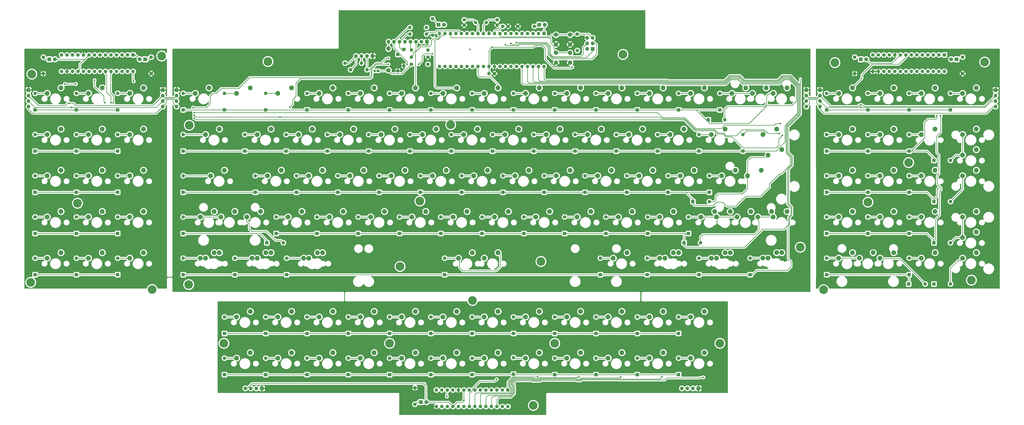
<source format=gbr>
G04 #@! TF.GenerationSoftware,KiCad,Pcbnew,(5.1.4)-1*
G04 #@! TF.CreationDate,2020-01-13T09:00:56+01:00*
G04 #@! TF.ProjectId,svarog-keyboard,73766172-6f67-42d6-9b65-79626f617264,rev?*
G04 #@! TF.SameCoordinates,Original*
G04 #@! TF.FileFunction,Copper,L1,Top*
G04 #@! TF.FilePolarity,Positive*
%FSLAX46Y46*%
G04 Gerber Fmt 4.6, Leading zero omitted, Abs format (unit mm)*
G04 Created by KiCad (PCBNEW (5.1.4)-1) date 2020-01-13 09:00:56*
%MOMM*%
%LPD*%
G04 APERTURE LIST*
%ADD10C,4.000000*%
%ADD11C,2.200000*%
%ADD12O,1.700000X1.700000*%
%ADD13R,1.700000X1.700000*%
%ADD14O,1.600000X1.600000*%
%ADD15R,1.600000X1.600000*%
%ADD16C,1.600000*%
%ADD17C,2.250000*%
%ADD18C,1.500000*%
%ADD19C,2.000000*%
%ADD20C,1.800000*%
%ADD21R,1.800000X1.800000*%
%ADD22C,1.200000*%
%ADD23R,1.200000X1.200000*%
%ADD24C,0.800000*%
%ADD25C,0.250000*%
%ADD26C,0.254000*%
G04 APERTURE END LIST*
D10*
X417195000Y-246507000D03*
X51308000Y-243078000D03*
X107315000Y-246380000D03*
X72898000Y-206502000D03*
X51816000Y-146812000D03*
X111760000Y-138430000D03*
X221742000Y-235712000D03*
X124206000Y-244094000D03*
X422402000Y-141478000D03*
X491490000Y-141224000D03*
X456438000Y-187706000D03*
X437642000Y-205994000D03*
X485394000Y-242062000D03*
X245110000Y-170180000D03*
X406400000Y-226822000D03*
X160782000Y-140970000D03*
X124460000Y-170434000D03*
X324612000Y-137668000D03*
X230886000Y-205486000D03*
X286766000Y-233426000D03*
X283210000Y-299974000D03*
X369316000Y-271272000D03*
X255143000Y-251460000D03*
X293116000Y-271272000D03*
X216916000Y-271272000D03*
X140462000Y-271272000D03*
D11*
X327304400Y-174752000D03*
X333654400Y-172212000D03*
D12*
X201422000Y-138430000D03*
X203962000Y-138430000D03*
X206502000Y-138430000D03*
D13*
X209042000Y-138430000D03*
D11*
X386816600Y-212877400D03*
X393166600Y-210337400D03*
X360603800Y-212852000D03*
X366953800Y-210312000D03*
X367766600Y-212852000D03*
X374116600Y-210312000D03*
X393954000Y-212852000D03*
X400304000Y-210312000D03*
X77978000Y-231902000D03*
X84328000Y-229362000D03*
X97028000Y-155702000D03*
X103378000Y-153162000D03*
X382054200Y-193804300D03*
X388404200Y-191264300D03*
X134391400Y-193802000D03*
X140741400Y-191262000D03*
X389204200Y-174752000D03*
X395554200Y-172212000D03*
X151079200Y-212852000D03*
X157429200Y-210312000D03*
X370154200Y-193802000D03*
X376504200Y-191262000D03*
X384391000Y-155717000D03*
X390741000Y-153177000D03*
X341566500Y-212864700D03*
X347916500Y-210324700D03*
X322516500Y-212864700D03*
X328866500Y-210324700D03*
X303466500Y-212852000D03*
X309816500Y-210312000D03*
X351078800Y-193802000D03*
X357428800Y-191262000D03*
X332016100Y-193802000D03*
X338366100Y-191262000D03*
X365404400Y-174752000D03*
X371754400Y-172212000D03*
X346354400Y-174752000D03*
X352704400Y-172212000D03*
X393954000Y-155702000D03*
X400304000Y-153162000D03*
X374904000Y-155702000D03*
X381254000Y-153162000D03*
X355854000Y-155702000D03*
X362204000Y-153162000D03*
X336804000Y-155702000D03*
X343154000Y-153162000D03*
X317754000Y-155702000D03*
X324104000Y-153162000D03*
X298704000Y-155702000D03*
X305054000Y-153162000D03*
X279654000Y-155702000D03*
X286004000Y-153162000D03*
X260604000Y-155702000D03*
X266954000Y-153162000D03*
X241554000Y-155702000D03*
X247904000Y-153162000D03*
X222504000Y-155702000D03*
X228854000Y-153162000D03*
X203454000Y-155702000D03*
X209804000Y-153162000D03*
X184404000Y-155702000D03*
X190754000Y-153162000D03*
X165354000Y-155702000D03*
X171704000Y-153162000D03*
X146304000Y-155702000D03*
X152654000Y-153162000D03*
D14*
X472948000Y-145542000D03*
X439928000Y-137922000D03*
X470408000Y-145542000D03*
X442468000Y-137922000D03*
X467868000Y-145542000D03*
X445008000Y-137922000D03*
X465328000Y-145542000D03*
X447548000Y-137922000D03*
X462788000Y-145542000D03*
X450088000Y-137922000D03*
X460248000Y-145542000D03*
X452628000Y-137922000D03*
X457708000Y-145542000D03*
X455168000Y-137922000D03*
X455168000Y-145542000D03*
X457708000Y-137922000D03*
X452628000Y-145542000D03*
X460248000Y-137922000D03*
X450088000Y-145542000D03*
X462788000Y-137922000D03*
X447548000Y-145542000D03*
X465328000Y-137922000D03*
X445008000Y-145542000D03*
X467868000Y-137922000D03*
X442468000Y-145542000D03*
X470408000Y-137922000D03*
X439928000Y-145542000D03*
D15*
X472948000Y-137922000D03*
D14*
X288163000Y-143256000D03*
X239903000Y-128016000D03*
X285623000Y-143256000D03*
X242443000Y-128016000D03*
X283083000Y-143256000D03*
X244983000Y-128016000D03*
X280543000Y-143256000D03*
X247523000Y-128016000D03*
X278003000Y-143256000D03*
X250063000Y-128016000D03*
X275463000Y-143256000D03*
X252603000Y-128016000D03*
X272923000Y-143256000D03*
X255143000Y-128016000D03*
X270383000Y-143256000D03*
X257683000Y-128016000D03*
X267843000Y-143256000D03*
X260223000Y-128016000D03*
X265303000Y-143256000D03*
X262763000Y-128016000D03*
X262763000Y-143256000D03*
X265303000Y-128016000D03*
X260223000Y-143256000D03*
X267843000Y-128016000D03*
X257683000Y-143256000D03*
X270383000Y-128016000D03*
X255143000Y-143256000D03*
X272923000Y-128016000D03*
X252603000Y-143256000D03*
X275463000Y-128016000D03*
X250063000Y-143256000D03*
X278003000Y-128016000D03*
X247523000Y-143256000D03*
X280543000Y-128016000D03*
X244983000Y-143256000D03*
X283083000Y-128016000D03*
X242443000Y-143256000D03*
X285623000Y-128016000D03*
X239903000Y-143256000D03*
D15*
X288163000Y-128016000D03*
D14*
X106934000Y-138938000D03*
D16*
X106934000Y-146558000D03*
D14*
X481330000Y-138938000D03*
D16*
X481330000Y-146558000D03*
D14*
X283718000Y-124714000D03*
D16*
X276098000Y-124714000D03*
D14*
X359664000Y-231902000D03*
D15*
X359664000Y-239522000D03*
D12*
X415544000Y-161798000D03*
X415544000Y-159258000D03*
X415544000Y-156718000D03*
D13*
X415544000Y-154178000D03*
D12*
X112268000Y-161798000D03*
X112268000Y-159258000D03*
X112268000Y-156718000D03*
D13*
X112268000Y-154178000D03*
D12*
X351790000Y-292100000D03*
X354330000Y-292100000D03*
X356870000Y-292100000D03*
D13*
X359410000Y-292100000D03*
D12*
X409194000Y-161798000D03*
X409194000Y-159258000D03*
X409194000Y-156718000D03*
D13*
X409194000Y-154178000D03*
D17*
X266954000Y-229387400D03*
X260604000Y-231927400D03*
D11*
X389191500Y-231889300D03*
X395541500Y-229349300D03*
X481330000Y-174752000D03*
X487680000Y-172212000D03*
X424180000Y-231902000D03*
X430530000Y-229362000D03*
X481330000Y-231902000D03*
X487680000Y-229362000D03*
X462280000Y-231902000D03*
X468630000Y-229362000D03*
X433717600Y-231891600D03*
X440067600Y-229351600D03*
X481319600Y-222364400D03*
X487669600Y-219824400D03*
X462280000Y-212852000D03*
X468630000Y-210312000D03*
X365391700Y-231914700D03*
X371741700Y-229374700D03*
X155854400Y-231927400D03*
X162204400Y-229387400D03*
X132016500Y-231902000D03*
X138366500Y-229362000D03*
X179654200Y-231902000D03*
X186004200Y-229362000D03*
X77978000Y-155702000D03*
X84328000Y-153162000D03*
X58928000Y-155702000D03*
X65278000Y-153162000D03*
X341566500Y-231927400D03*
X347916500Y-229387400D03*
D14*
X360426000Y-224790000D03*
D15*
X352806000Y-224790000D03*
D14*
X475742000Y-243840000D03*
D15*
X468122000Y-243840000D03*
D14*
X456692000Y-231902000D03*
D15*
X456692000Y-239522000D03*
D14*
X91440000Y-155702000D03*
D15*
X91440000Y-163322000D03*
D14*
X72390000Y-155702000D03*
D15*
X72390000Y-163322000D03*
D14*
X53340000Y-155702000D03*
D15*
X53340000Y-163322000D03*
D12*
X496570000Y-161798000D03*
X496570000Y-159258000D03*
X496570000Y-156718000D03*
D13*
X496570000Y-154178000D03*
D12*
X50292000Y-161798000D03*
X50292000Y-159258000D03*
X50292000Y-156718000D03*
D13*
X50292000Y-154178000D03*
D12*
X150368000Y-292100000D03*
X152908000Y-292100000D03*
X155448000Y-292100000D03*
D13*
X157988000Y-292100000D03*
D12*
X118618000Y-161798000D03*
X118618000Y-159258000D03*
X118618000Y-156718000D03*
D13*
X118618000Y-154178000D03*
D12*
X216408000Y-131826000D03*
X218948000Y-131826000D03*
X221488000Y-131826000D03*
X224028000Y-131826000D03*
X226568000Y-131826000D03*
X229108000Y-131826000D03*
X231648000Y-131826000D03*
D13*
X234188000Y-131826000D03*
D12*
X308102000Y-130048000D03*
X310642000Y-130048000D03*
X308102000Y-132588000D03*
X310642000Y-132588000D03*
X308102000Y-135128000D03*
D13*
X310642000Y-135128000D03*
D18*
X261493000Y-122936000D03*
X256613000Y-122936000D03*
D14*
X98552000Y-145542000D03*
X65532000Y-137922000D03*
X96012000Y-145542000D03*
X68072000Y-137922000D03*
X93472000Y-145542000D03*
X70612000Y-137922000D03*
X90932000Y-145542000D03*
X73152000Y-137922000D03*
X88392000Y-145542000D03*
X75692000Y-137922000D03*
X85852000Y-145542000D03*
X78232000Y-137922000D03*
X83312000Y-145542000D03*
X80772000Y-137922000D03*
X80772000Y-145542000D03*
X83312000Y-137922000D03*
X78232000Y-145542000D03*
X85852000Y-137922000D03*
X75692000Y-145542000D03*
X88392000Y-137922000D03*
X73152000Y-145542000D03*
X90932000Y-137922000D03*
X70612000Y-145542000D03*
X93472000Y-137922000D03*
X68072000Y-145542000D03*
X96012000Y-137922000D03*
X65532000Y-145542000D03*
D15*
X98552000Y-137922000D03*
D14*
X271526000Y-300482000D03*
X238506000Y-292862000D03*
X268986000Y-300482000D03*
X241046000Y-292862000D03*
X266446000Y-300482000D03*
X243586000Y-292862000D03*
X263906000Y-300482000D03*
X246126000Y-292862000D03*
X261366000Y-300482000D03*
X248666000Y-292862000D03*
X258826000Y-300482000D03*
X251206000Y-292862000D03*
X256286000Y-300482000D03*
X253746000Y-292862000D03*
X253746000Y-300482000D03*
X256286000Y-292862000D03*
X251206000Y-300482000D03*
X258826000Y-292862000D03*
X248666000Y-300482000D03*
X261366000Y-292862000D03*
X246126000Y-300482000D03*
X263906000Y-292862000D03*
X243586000Y-300482000D03*
X266446000Y-292862000D03*
X241046000Y-300482000D03*
X268986000Y-292862000D03*
X238506000Y-300482000D03*
D15*
X271526000Y-292862000D03*
D19*
X293728000Y-133096000D03*
X293728000Y-128596000D03*
X300228000Y-133096000D03*
X300228000Y-128596000D03*
X293728000Y-141478000D03*
X293728000Y-136978000D03*
X300228000Y-141478000D03*
X300228000Y-136978000D03*
D14*
X203962000Y-141732000D03*
D16*
X196342000Y-141732000D03*
D14*
X206502000Y-144780000D03*
D16*
X198882000Y-144780000D03*
D14*
X431546000Y-146558000D03*
D16*
X431546000Y-138938000D03*
D14*
X57150000Y-146558000D03*
D16*
X57150000Y-138938000D03*
D14*
X228600000Y-291846000D03*
D16*
X228600000Y-299466000D03*
D14*
X226949000Y-138938000D03*
D16*
X234569000Y-138938000D03*
D14*
X226949000Y-135636000D03*
D16*
X234569000Y-135636000D03*
D14*
X234569000Y-142240000D03*
D16*
X226949000Y-142240000D03*
D14*
X226314000Y-128270000D03*
D16*
X233934000Y-128270000D03*
D14*
X226314000Y-125222000D03*
D16*
X233934000Y-125222000D03*
D14*
X236728000Y-128778000D03*
D16*
X236728000Y-121158000D03*
D14*
X303530000Y-128270000D03*
D16*
X303530000Y-135890000D03*
D20*
X288544000Y-123952000D03*
D21*
X286004000Y-123952000D03*
D20*
X101600000Y-139954000D03*
D21*
X104140000Y-139954000D03*
D20*
X475996000Y-139954000D03*
D21*
X478536000Y-139954000D03*
D20*
X436880000Y-139954000D03*
D21*
X434340000Y-139954000D03*
D20*
X62484000Y-139954000D03*
D21*
X59944000Y-139954000D03*
D20*
X233934000Y-298450000D03*
D21*
X231394000Y-298450000D03*
D20*
X242062000Y-123952000D03*
D21*
X239522000Y-123952000D03*
D11*
X170116500Y-212852000D03*
X176466500Y-210312000D03*
X251104400Y-174752000D03*
X257454400Y-172212000D03*
X189141100Y-212852000D03*
X195491100Y-210312000D03*
X174879000Y-174752000D03*
X181229000Y-172212000D03*
X227253800Y-212852000D03*
X233603800Y-210312000D03*
X270154400Y-174752000D03*
X276504400Y-172212000D03*
X232054400Y-174752000D03*
X238404400Y-172212000D03*
X179603400Y-193802000D03*
X185953400Y-191262000D03*
X213004400Y-174752000D03*
X219354400Y-172212000D03*
X155829000Y-174752000D03*
X162179000Y-172212000D03*
X308254400Y-174752000D03*
X314604400Y-172212000D03*
X265366500Y-212864700D03*
X271716500Y-210324700D03*
X284416500Y-212852000D03*
X290766500Y-210312000D03*
X312953400Y-193802000D03*
X319303400Y-191262000D03*
X293903400Y-193802000D03*
X300253400Y-191262000D03*
X274853400Y-193802000D03*
X281203400Y-191262000D03*
X289204400Y-174752000D03*
X295554400Y-172212000D03*
X255803400Y-193814700D03*
X262153400Y-191274700D03*
X236740700Y-193814700D03*
X243090700Y-191274700D03*
X217665300Y-193802000D03*
X224015300Y-191262000D03*
X193954400Y-174752000D03*
X200304400Y-172212000D03*
X198628000Y-193802000D03*
X204978000Y-191262000D03*
X208203800Y-212852000D03*
X214553800Y-210312000D03*
X246316500Y-212852000D03*
X252666500Y-210312000D03*
X160578800Y-193802000D03*
X166928800Y-191262000D03*
X132029200Y-174752000D03*
X138379200Y-172212000D03*
X248716900Y-231927400D03*
X255066900Y-229387400D03*
X377291600Y-212877400D03*
X383641600Y-210337400D03*
X391566400Y-231889300D03*
X397916400Y-229349300D03*
X320141600Y-231927400D03*
X326491600Y-229387400D03*
X481330000Y-212852000D03*
X487680000Y-210312000D03*
X443230000Y-231902000D03*
X449580000Y-229362000D03*
X443230000Y-212852000D03*
X449580000Y-210312000D03*
X424180000Y-212852000D03*
X430530000Y-210312000D03*
X481330000Y-193802000D03*
X487680000Y-191262000D03*
X462280000Y-193802000D03*
X468630000Y-191262000D03*
X443230000Y-193802000D03*
X449580000Y-191262000D03*
X424180000Y-193802000D03*
X430530000Y-191262000D03*
X481330000Y-184251600D03*
X487680000Y-181711600D03*
X462280000Y-174752000D03*
X468630000Y-172212000D03*
X443230000Y-174752000D03*
X449580000Y-172212000D03*
X424180000Y-174752000D03*
X430530000Y-172212000D03*
X481330000Y-155702000D03*
X487680000Y-153162000D03*
X462280000Y-155702000D03*
X468630000Y-153162000D03*
X443230000Y-155702000D03*
X449580000Y-153162000D03*
X424180000Y-155702000D03*
X430530000Y-153162000D03*
X367766600Y-231902000D03*
X374116600Y-229362000D03*
X153466800Y-231902000D03*
X159816800Y-229362000D03*
X129641600Y-212864700D03*
X135991600Y-210324700D03*
X139141300Y-212852000D03*
X145491300Y-210312000D03*
X129641600Y-231902000D03*
X135991600Y-229362000D03*
X177266600Y-231927400D03*
X183616600Y-229387400D03*
X97028000Y-231902000D03*
X103378000Y-229362000D03*
X58928000Y-231902000D03*
X65278000Y-229362000D03*
X97028000Y-212852000D03*
X103378000Y-210312000D03*
X77978000Y-212852000D03*
X84328000Y-210312000D03*
X58928000Y-212852000D03*
X65278000Y-210312000D03*
X97028000Y-193802000D03*
X103378000Y-191262000D03*
X77978000Y-193802000D03*
X84328000Y-191262000D03*
X58928000Y-193802000D03*
X65278000Y-191262000D03*
X97028000Y-174752000D03*
X103378000Y-172212000D03*
X77978000Y-174752000D03*
X84328000Y-172212000D03*
X58928000Y-174752000D03*
X65278000Y-172212000D03*
X343979500Y-231927400D03*
X350329500Y-229387400D03*
X355854000Y-259080000D03*
X362204000Y-256540000D03*
X336804000Y-259080000D03*
X343154000Y-256540000D03*
X317754000Y-259080000D03*
X324104000Y-256540000D03*
X298704000Y-259080000D03*
X305054000Y-256540000D03*
X279654000Y-259080000D03*
X286004000Y-256540000D03*
X260604000Y-259080000D03*
X266954000Y-256540000D03*
X241554000Y-259080000D03*
X247904000Y-256540000D03*
X222504000Y-259080000D03*
X228854000Y-256540000D03*
X203454000Y-259080000D03*
X209804000Y-256540000D03*
X184404000Y-259080000D03*
X190754000Y-256540000D03*
X165354000Y-259080000D03*
X171704000Y-256540000D03*
X146304000Y-259080000D03*
X152654000Y-256540000D03*
X355854000Y-278130000D03*
X362204000Y-275590000D03*
X336804000Y-278130000D03*
X343154000Y-275590000D03*
X317754000Y-278130000D03*
X324104000Y-275590000D03*
X298704000Y-278130000D03*
X305054000Y-275590000D03*
X279654000Y-278130000D03*
X286004000Y-275590000D03*
X260604000Y-278130000D03*
X266954000Y-275590000D03*
X241554000Y-278130000D03*
X247904000Y-275590000D03*
X222504000Y-278130000D03*
X228854000Y-275590000D03*
X203454000Y-278130000D03*
X209804000Y-275590000D03*
X184404000Y-278130000D03*
X190754000Y-275590000D03*
X165354000Y-278130000D03*
X171704000Y-275590000D03*
X146304000Y-278130000D03*
X152654000Y-275590000D03*
X127254000Y-155702000D03*
X133604000Y-153162000D03*
X397929100Y-181737000D03*
X391579100Y-184277000D03*
D19*
X216408000Y-135034000D03*
X216408000Y-145034000D03*
D14*
X223520000Y-143002000D03*
D15*
X223520000Y-135382000D03*
D14*
X220726000Y-145288000D03*
D15*
X220726000Y-137668000D03*
D14*
X164592000Y-212852000D03*
D15*
X164592000Y-220472000D03*
D14*
X245364000Y-174752000D03*
D15*
X245364000Y-182372000D03*
D14*
X183388000Y-212852000D03*
D15*
X183388000Y-220472000D03*
D14*
X169164000Y-174752000D03*
D15*
X169164000Y-182372000D03*
D14*
X221488000Y-212852000D03*
D15*
X221488000Y-220472000D03*
D14*
X264414000Y-174752000D03*
D15*
X264414000Y-182372000D03*
D14*
X226314000Y-174752000D03*
D15*
X226314000Y-182372000D03*
D14*
X173990000Y-193802000D03*
D15*
X173990000Y-201422000D03*
D14*
X207264000Y-174752000D03*
D15*
X207264000Y-182372000D03*
D14*
X150114000Y-174752000D03*
D15*
X150114000Y-182372000D03*
D14*
X321564000Y-174752000D03*
D15*
X321564000Y-182372000D03*
D14*
X302514000Y-174752000D03*
D15*
X302514000Y-182372000D03*
D14*
X259588000Y-212852000D03*
D15*
X259588000Y-220472000D03*
D14*
X278892000Y-212852000D03*
D15*
X278892000Y-220472000D03*
D14*
X307086000Y-193802000D03*
D15*
X307086000Y-201422000D03*
D14*
X288290000Y-193802000D03*
D15*
X288290000Y-201422000D03*
D14*
X269240000Y-193802000D03*
D15*
X269240000Y-201422000D03*
D14*
X283464000Y-174752000D03*
D15*
X283464000Y-182372000D03*
D14*
X250190000Y-193802000D03*
D15*
X250190000Y-201422000D03*
D14*
X231140000Y-193802000D03*
D15*
X231140000Y-201422000D03*
D14*
X212090000Y-193802000D03*
D15*
X212090000Y-201422000D03*
D14*
X188214000Y-174752000D03*
D15*
X188214000Y-182372000D03*
D14*
X193040000Y-193802000D03*
D15*
X193040000Y-201422000D03*
D14*
X202438000Y-212852000D03*
D15*
X202438000Y-220472000D03*
D14*
X240538000Y-212852000D03*
D15*
X240538000Y-220472000D03*
D14*
X154940000Y-193802000D03*
D15*
X154940000Y-201422000D03*
D14*
X121666000Y-174752000D03*
D15*
X121666000Y-182372000D03*
D14*
X242316000Y-231902000D03*
D15*
X242316000Y-239522000D03*
X354838000Y-220472000D03*
D14*
X354838000Y-212852000D03*
X383286000Y-231902000D03*
D15*
X383286000Y-239522000D03*
D14*
X314198000Y-231902000D03*
D15*
X314198000Y-239522000D03*
D14*
X464058000Y-243840000D03*
D15*
X456438000Y-243840000D03*
D14*
X418592000Y-231902000D03*
D15*
X418592000Y-239522000D03*
D14*
X475742000Y-224790000D03*
D15*
X468122000Y-224790000D03*
D14*
X456692000Y-212852000D03*
D15*
X456692000Y-220472000D03*
D14*
X437642000Y-212852000D03*
D15*
X437642000Y-220472000D03*
D14*
X418592000Y-212852000D03*
D15*
X418592000Y-220472000D03*
D14*
X475742000Y-205740000D03*
D15*
X468122000Y-205740000D03*
D14*
X456692000Y-193802000D03*
D15*
X456692000Y-201422000D03*
D14*
X437642000Y-193802000D03*
D15*
X437642000Y-201422000D03*
D14*
X418592000Y-193802000D03*
D15*
X418592000Y-201422000D03*
D14*
X475742000Y-186690000D03*
D15*
X468122000Y-186690000D03*
D14*
X456692000Y-174752000D03*
D15*
X456692000Y-182372000D03*
D14*
X437642000Y-174752000D03*
D15*
X437642000Y-182372000D03*
D14*
X418592000Y-174752000D03*
D15*
X418592000Y-182372000D03*
D14*
X475742000Y-155702000D03*
D15*
X475742000Y-163322000D03*
D14*
X456692000Y-155702000D03*
D15*
X456692000Y-163322000D03*
D14*
X437642000Y-155702000D03*
D15*
X437642000Y-163322000D03*
D14*
X418592000Y-155702000D03*
D15*
X418592000Y-163322000D03*
D14*
X145542000Y-231902000D03*
D15*
X145542000Y-239522000D03*
D14*
X121666000Y-212852000D03*
D15*
X121666000Y-220472000D03*
D14*
X121666000Y-231902000D03*
D15*
X121666000Y-239522000D03*
D14*
X169418000Y-231902000D03*
D15*
X169418000Y-239522000D03*
D14*
X91440000Y-231902000D03*
D15*
X91440000Y-239522000D03*
D14*
X72390000Y-231902000D03*
D15*
X72390000Y-239522000D03*
D14*
X53340000Y-231902000D03*
D15*
X53340000Y-239522000D03*
D14*
X91440000Y-212852000D03*
D15*
X91440000Y-220472000D03*
D14*
X72390000Y-212852000D03*
D15*
X72390000Y-220472000D03*
D14*
X53340000Y-212852000D03*
D15*
X53340000Y-220472000D03*
D14*
X91440000Y-193802000D03*
D15*
X91440000Y-201422000D03*
D14*
X72390000Y-193802000D03*
D15*
X72390000Y-201422000D03*
D14*
X53340000Y-193802000D03*
D15*
X53340000Y-201422000D03*
D14*
X91440000Y-174752000D03*
D15*
X91440000Y-182372000D03*
D14*
X72390000Y-174752000D03*
D15*
X72390000Y-182372000D03*
D14*
X53340000Y-174752000D03*
D15*
X53340000Y-182372000D03*
D14*
X335788000Y-231902000D03*
D15*
X335788000Y-239522000D03*
D14*
X350266000Y-259080000D03*
D15*
X350266000Y-266700000D03*
D14*
X331216000Y-259080000D03*
D15*
X331216000Y-266700000D03*
D14*
X312166000Y-259080000D03*
D15*
X312166000Y-266700000D03*
D14*
X293116000Y-259080000D03*
D15*
X293116000Y-266700000D03*
D14*
X274066000Y-259080000D03*
D15*
X274066000Y-266700000D03*
D14*
X255016000Y-259080000D03*
D15*
X255016000Y-266700000D03*
D14*
X235966000Y-259080000D03*
D15*
X235966000Y-266700000D03*
D14*
X216916000Y-259080000D03*
D15*
X216916000Y-266700000D03*
D14*
X197866000Y-259080000D03*
D15*
X197866000Y-266700000D03*
D14*
X178816000Y-259080000D03*
D15*
X178816000Y-266700000D03*
D14*
X159766000Y-259080000D03*
D15*
X159766000Y-266700000D03*
D14*
X140716000Y-259080000D03*
D15*
X140716000Y-266700000D03*
D14*
X350266000Y-278130000D03*
D15*
X350266000Y-285750000D03*
D14*
X331216000Y-278130000D03*
D15*
X331216000Y-285750000D03*
D14*
X312166000Y-278130000D03*
D15*
X312166000Y-285750000D03*
D14*
X293116000Y-278130000D03*
D15*
X293116000Y-285750000D03*
D14*
X274066000Y-277876000D03*
D15*
X274066000Y-285496000D03*
D14*
X255016000Y-278130000D03*
D15*
X255016000Y-285750000D03*
D14*
X235966000Y-278130000D03*
D15*
X235966000Y-285750000D03*
D14*
X216916000Y-278130000D03*
D15*
X216916000Y-285750000D03*
D14*
X197866000Y-278130000D03*
D15*
X197866000Y-285750000D03*
D14*
X178816000Y-278130000D03*
D15*
X178816000Y-285750000D03*
D14*
X159766000Y-278130000D03*
D15*
X159766000Y-285750000D03*
D14*
X140716000Y-278130000D03*
D15*
X140716000Y-285750000D03*
D14*
X121666000Y-155702000D03*
D15*
X121666000Y-163322000D03*
D14*
X364490000Y-205740000D03*
D15*
X356870000Y-205740000D03*
D14*
X121666000Y-193802000D03*
D15*
X121666000Y-201422000D03*
D14*
X379984000Y-174752000D03*
D15*
X379984000Y-182372000D03*
D14*
X371602000Y-167894000D03*
D15*
X363982000Y-167894000D03*
D14*
X167894000Y-224790000D03*
D15*
X160274000Y-224790000D03*
X364490000Y-201422000D03*
D14*
X364490000Y-193802000D03*
X336042000Y-212852000D03*
D15*
X336042000Y-220472000D03*
D14*
X316738000Y-212852000D03*
D15*
X316738000Y-220472000D03*
D14*
X297688000Y-212852000D03*
D15*
X297688000Y-220472000D03*
D14*
X345440000Y-193802000D03*
D15*
X345440000Y-201422000D03*
D14*
X326390000Y-193802000D03*
D15*
X326390000Y-201422000D03*
D14*
X359664000Y-174752000D03*
D15*
X359664000Y-182372000D03*
D14*
X340614000Y-174752000D03*
D15*
X340614000Y-182372000D03*
D14*
X369316000Y-155702000D03*
D15*
X369316000Y-163322000D03*
D14*
X350266000Y-155702000D03*
D15*
X350266000Y-163322000D03*
D14*
X331216000Y-155702000D03*
D15*
X331216000Y-163322000D03*
D14*
X312166000Y-155702000D03*
D15*
X312166000Y-163322000D03*
D14*
X293116000Y-155702000D03*
D15*
X293116000Y-163322000D03*
D14*
X274066000Y-155702000D03*
D15*
X274066000Y-163322000D03*
D14*
X255016000Y-155702000D03*
D15*
X255016000Y-163322000D03*
D14*
X235966000Y-155702000D03*
D15*
X235966000Y-163322000D03*
D14*
X216916000Y-155702000D03*
D15*
X216916000Y-163322000D03*
D14*
X197866000Y-155702000D03*
D15*
X197866000Y-163322000D03*
D14*
X178816000Y-155702000D03*
D15*
X178816000Y-163322000D03*
D14*
X159766000Y-155702000D03*
D15*
X159766000Y-163322000D03*
D14*
X140716000Y-155702000D03*
D15*
X140716000Y-163322000D03*
D16*
X271613000Y-124714000D03*
X269113000Y-124714000D03*
X265263000Y-146558000D03*
X262763000Y-146558000D03*
D22*
X210082000Y-145288000D03*
D23*
X211582000Y-145288000D03*
D16*
X266573000Y-124166000D03*
X266573000Y-121666000D03*
X251333000Y-124166000D03*
X251333000Y-121666000D03*
D24*
X254000000Y-135382000D03*
X365633000Y-185928000D03*
X370713000Y-158369000D03*
X282956000Y-137287000D03*
X462661000Y-141732000D03*
X456565000Y-142367000D03*
X451866000Y-143510000D03*
X442341000Y-140335000D03*
X94615000Y-170053000D03*
X87884000Y-180086000D03*
X76073000Y-149098000D03*
X126746000Y-167132000D03*
X251206000Y-297688000D03*
X398145000Y-175133000D03*
X301244000Y-143510000D03*
X264160000Y-134366000D03*
X236728000Y-137414000D03*
X230378000Y-142240000D03*
X80772000Y-149606000D03*
X85598000Y-160020000D03*
X88392000Y-160020000D03*
X67056000Y-151384000D03*
X72136000Y-151384000D03*
X98806000Y-150114000D03*
X469392000Y-166116000D03*
X469994999Y-199803001D03*
X471170000Y-166116000D03*
X225044000Y-142240000D03*
X275463000Y-132207000D03*
X270383000Y-133223000D03*
X272923000Y-132715000D03*
X434449001Y-162196999D03*
X70213001Y-162196999D03*
X243332000Y-295910000D03*
X126746000Y-165862000D03*
X396748000Y-174244000D03*
X216408000Y-142240000D03*
X170942000Y-162052000D03*
X166370000Y-166624000D03*
X434340000Y-161036000D03*
X69088000Y-160274000D03*
X126746000Y-164592000D03*
X397256000Y-169672000D03*
X216408000Y-139446000D03*
X126238000Y-162306000D03*
X266319000Y-287909000D03*
X285242000Y-286766000D03*
X304292000Y-286766000D03*
X323596000Y-286766000D03*
X342646000Y-286766000D03*
X361696000Y-287020000D03*
X89408000Y-160020000D03*
D25*
X255343000Y-121666000D02*
X256613000Y-122936000D01*
X251333000Y-121666000D02*
X255343000Y-121666000D01*
X257683000Y-124006000D02*
X256613000Y-122936000D01*
X257683000Y-128016000D02*
X257683000Y-124006000D01*
X260223000Y-124206000D02*
X260223000Y-128016000D01*
X261493000Y-122936000D02*
X260223000Y-124206000D01*
X262763000Y-121666000D02*
X261493000Y-122936000D01*
X266573000Y-121666000D02*
X262763000Y-121666000D01*
X113792000Y-160274000D02*
X113792000Y-158750000D01*
X112268000Y-161798000D02*
X113792000Y-160274000D01*
X113792000Y-158750000D02*
X114046000Y-158496000D01*
X116840000Y-158496000D02*
X117094000Y-158750000D01*
X117094000Y-160274000D02*
X118618000Y-161798000D01*
X117094000Y-158750000D02*
X117094000Y-160274000D01*
X114046000Y-158496000D02*
X116840000Y-158496000D01*
X409194000Y-161798000D02*
X410718000Y-160274000D01*
X410718000Y-160274000D02*
X410718000Y-158750000D01*
X410718000Y-158750000D02*
X410972000Y-158496000D01*
X410972000Y-158496000D02*
X413766000Y-158496000D01*
X413766000Y-158496000D02*
X414020000Y-158750000D01*
X414020000Y-160274000D02*
X415544000Y-161798000D01*
X414020000Y-158750000D02*
X414020000Y-160274000D01*
X495367919Y-161798000D02*
X492319919Y-164846000D01*
X496570000Y-161798000D02*
X495367919Y-161798000D01*
X415544000Y-163000081D02*
X415544000Y-161798000D01*
X417389919Y-164846000D02*
X415544000Y-163000081D01*
X492319919Y-164846000D02*
X417389919Y-164846000D01*
X451828001Y-138721999D02*
X452628000Y-137922000D01*
X448760010Y-141789990D02*
X451828001Y-138721999D01*
X438715990Y-141789990D02*
X448760010Y-141789990D01*
X436880000Y-139954000D02*
X438715990Y-141789990D01*
X50292000Y-163000081D02*
X52137919Y-164846000D01*
X50292000Y-161798000D02*
X50292000Y-163000081D01*
X109220000Y-164846000D02*
X112268000Y-161798000D01*
X52137919Y-164846000D02*
X109220000Y-164846000D01*
X76200000Y-139954000D02*
X78232000Y-137922000D01*
X62484000Y-139954000D02*
X76200000Y-139954000D01*
X73951999Y-142202001D02*
X76200000Y-139954000D01*
X73951999Y-144742001D02*
X73951999Y-142202001D01*
X73152000Y-145542000D02*
X73951999Y-144742001D01*
X126746000Y-167132000D02*
X127508000Y-167894000D01*
X127508000Y-167894000D02*
X342900000Y-167894000D01*
X342900000Y-167894000D02*
X346456000Y-167894000D01*
X346456000Y-167894000D02*
X346456000Y-167894000D01*
X151168998Y-292100000D02*
X150368000Y-292100000D01*
X153454998Y-289814000D02*
X151168998Y-292100000D01*
X232156000Y-289814000D02*
X153454998Y-289814000D01*
X233172000Y-289814000D02*
X232156000Y-289814000D01*
X233680000Y-298196000D02*
X233934000Y-298450000D01*
X233680000Y-291084000D02*
X233680000Y-298196000D01*
X232156000Y-289814000D02*
X232410000Y-289814000D01*
X232410000Y-289814000D02*
X233680000Y-291084000D01*
X244094000Y-298450000D02*
X246126000Y-300482000D01*
X233934000Y-298450000D02*
X244094000Y-298450000D01*
X248031000Y-298577000D02*
X246126000Y-300482000D01*
X250317000Y-298577000D02*
X248031000Y-298577000D01*
X251206000Y-297688000D02*
X251206000Y-297688000D01*
X251206000Y-292862000D02*
X251206000Y-297688000D01*
X251206000Y-297688000D02*
X250317000Y-298577000D01*
X265303000Y-126873000D02*
X265303000Y-128016000D01*
X265684000Y-126492000D02*
X265303000Y-126873000D01*
X269113000Y-124714000D02*
X267335000Y-126492000D01*
X267335000Y-126492000D02*
X265684000Y-126492000D01*
X262763000Y-146558000D02*
X262763000Y-143256000D01*
X216154000Y-145288000D02*
X216408000Y-145034000D01*
X211582000Y-145288000D02*
X216154000Y-145288000D01*
X198120000Y-141732000D02*
X196342000Y-141732000D01*
X201422000Y-138430000D02*
X198120000Y-141732000D01*
X201422000Y-142240000D02*
X198882000Y-144780000D01*
X201422000Y-138430000D02*
X201422000Y-142240000D01*
X346456000Y-167894000D02*
X352806000Y-167894000D01*
X352806000Y-167894000D02*
X357886000Y-172974000D01*
X357886000Y-172974000D02*
X366776000Y-172974000D01*
X366776000Y-172974000D02*
X368300000Y-174498000D01*
X368300000Y-174498000D02*
X370840000Y-174498000D01*
X370840000Y-174498000D02*
X372110000Y-175768000D01*
X372110000Y-175768000D02*
X374904000Y-175768000D01*
X374904000Y-175768000D02*
X378858999Y-179722999D01*
X378858999Y-179722999D02*
X379984000Y-180848000D01*
X379984000Y-180848000D02*
X381762000Y-180848000D01*
X381762000Y-180848000D02*
X395478000Y-180848000D01*
X395478000Y-180848000D02*
X396494000Y-179832000D01*
X396494000Y-179832000D02*
X396494000Y-176784000D01*
X396494000Y-176784000D02*
X398145000Y-175133000D01*
X264160000Y-134366000D02*
X264160000Y-134366000D01*
X283210000Y-134366000D02*
X264160000Y-134366000D01*
X283972000Y-133604000D02*
X283210000Y-134366000D01*
X300736000Y-144018000D02*
X292862000Y-144018000D01*
X262763000Y-135763000D02*
X262763000Y-143256000D01*
X301244000Y-143510000D02*
X300736000Y-144018000D01*
X292862000Y-144018000D02*
X288798000Y-139954000D01*
X288798000Y-139954000D02*
X288798000Y-134874000D01*
X288798000Y-134874000D02*
X287528000Y-133604000D01*
X287528000Y-133604000D02*
X283972000Y-133604000D01*
X264160000Y-134366000D02*
X262763000Y-135763000D01*
X231902000Y-138430000D02*
X232918000Y-137414000D01*
X231902000Y-140716000D02*
X231902000Y-138430000D01*
X236728000Y-137414000D02*
X232918000Y-137414000D01*
X222885000Y-146304000D02*
X226949000Y-142240000D01*
X222631000Y-146558000D02*
X222885000Y-146304000D01*
X217932000Y-146558000D02*
X222631000Y-146558000D01*
X216408000Y-145034000D02*
X217932000Y-146558000D01*
X230378000Y-142240000D02*
X231902000Y-140716000D01*
X216408000Y-133619787D02*
X216408000Y-131826000D01*
X216408000Y-135034000D02*
X216408000Y-133619787D01*
X146304000Y-155702000D02*
X140716000Y-155702000D01*
X122716000Y-163322000D02*
X350266000Y-163322000D01*
X121666000Y-163322000D02*
X122716000Y-163322000D01*
X360460000Y-163322000D02*
X369316000Y-163322000D01*
X358360000Y-163322000D02*
X351282000Y-163322000D01*
X362932000Y-167894000D02*
X358360000Y-163322000D01*
X363982000Y-167894000D02*
X362932000Y-167894000D01*
X350266000Y-163322000D02*
X351282000Y-163322000D01*
X351282000Y-163322000D02*
X360460000Y-163322000D01*
X278003000Y-150749000D02*
X278003000Y-143256000D01*
X278638000Y-151384000D02*
X278003000Y-150749000D01*
X344170000Y-151384000D02*
X278638000Y-151384000D01*
X402590000Y-161290000D02*
X404622000Y-159258000D01*
X391160000Y-161290000D02*
X402590000Y-161290000D01*
X404622000Y-159258000D02*
X404622000Y-152654000D01*
X382778000Y-169672000D02*
X391160000Y-161290000D01*
X377698000Y-149352000D02*
X374396000Y-149352000D01*
X364710000Y-169672000D02*
X382778000Y-169672000D01*
X363982000Y-167894000D02*
X363982000Y-168944000D01*
X399034000Y-149352000D02*
X397002000Y-151384000D01*
X363982000Y-168944000D02*
X364710000Y-169672000D01*
X404622000Y-152654000D02*
X401320000Y-149352000D01*
X401320000Y-149352000D02*
X399034000Y-149352000D01*
X397002000Y-151384000D02*
X379730000Y-151384000D01*
X379730000Y-151384000D02*
X377698000Y-149352000D01*
X374396000Y-149352000D02*
X372110000Y-151638000D01*
X372110000Y-151638000D02*
X344424000Y-151638000D01*
X344424000Y-151638000D02*
X344170000Y-151384000D01*
X163798366Y-155702000D02*
X159766000Y-155702000D01*
X165354000Y-155702000D02*
X163798366Y-155702000D01*
X184404000Y-155702000D02*
X178816000Y-155702000D01*
X197866000Y-155702000D02*
X203454000Y-155702000D01*
X222504000Y-155702000D02*
X216916000Y-155702000D01*
X237097370Y-155702000D02*
X241554000Y-155702000D01*
X235966000Y-155702000D02*
X237097370Y-155702000D01*
X255016000Y-155702000D02*
X260604000Y-155702000D01*
X279654000Y-155702000D02*
X274066000Y-155702000D01*
X294247370Y-155702000D02*
X298704000Y-155702000D01*
X293116000Y-155702000D02*
X294247370Y-155702000D01*
X312166000Y-155702000D02*
X317754000Y-155702000D01*
X332347370Y-155702000D02*
X336804000Y-155702000D01*
X331216000Y-155702000D02*
X332347370Y-155702000D01*
X350266000Y-155702000D02*
X355854000Y-155702000D01*
X369316000Y-155702000D02*
X374904000Y-155702000D01*
X374919000Y-155717000D02*
X374904000Y-155702000D01*
X384391000Y-155717000D02*
X374919000Y-155717000D01*
X346354400Y-174752000D02*
X340614000Y-174752000D01*
X121666000Y-182372000D02*
X379984000Y-182372000D01*
X399395549Y-170643453D02*
X405130000Y-164909002D01*
X399395549Y-178161549D02*
X399395549Y-170643453D01*
X395185098Y-182372000D02*
X399395549Y-178161549D01*
X379984000Y-182372000D02*
X395185098Y-182372000D01*
X405130000Y-152525590D02*
X405130000Y-152654000D01*
X344356401Y-150933991D02*
X344610400Y-151187990D01*
X401448410Y-148844000D02*
X405130000Y-152525590D01*
X281235990Y-150933990D02*
X344356401Y-150933991D01*
X396748000Y-150876000D02*
X398780000Y-148844000D01*
X280543000Y-150241000D02*
X281235990Y-150933990D01*
X377247990Y-148901990D02*
X378009990Y-148901990D01*
X405130000Y-164909002D02*
X405130000Y-152654000D01*
X371923600Y-151187990D02*
X374267590Y-148844000D01*
X344610400Y-151187990D02*
X371923600Y-151187990D01*
X374267590Y-148844000D02*
X377190000Y-148844000D01*
X377190000Y-148844000D02*
X377247990Y-148901990D01*
X378009990Y-148901990D02*
X379984000Y-150876000D01*
X379984000Y-150876000D02*
X396748000Y-150876000D01*
X280543000Y-143256000D02*
X280543000Y-150241000D01*
X398780000Y-148844000D02*
X401448410Y-148844000D01*
X365404400Y-174752000D02*
X359664000Y-174752000D01*
X332016100Y-193802000D02*
X326390000Y-193802000D01*
X364490000Y-201422000D02*
X363440000Y-201422000D01*
X353602000Y-201422000D02*
X350774000Y-201422000D01*
X356870000Y-204690000D02*
X353602000Y-201422000D01*
X356870000Y-205740000D02*
X356870000Y-204690000D01*
X363440000Y-201422000D02*
X350774000Y-201422000D01*
X350774000Y-201422000D02*
X345440000Y-201422000D01*
X344390000Y-201422000D02*
X121666000Y-201422000D01*
X345440000Y-201422000D02*
X344390000Y-201422000D01*
X405580010Y-165095402D02*
X405580010Y-164534010D01*
X399845559Y-170829853D02*
X405580010Y-165095402D01*
X399845559Y-183437559D02*
X399845559Y-170829853D01*
X370586000Y-205994000D02*
X372364000Y-207772000D01*
X367792000Y-205994000D02*
X370586000Y-205994000D01*
X366268000Y-207518000D02*
X367792000Y-205994000D01*
X397764000Y-192786000D02*
X401828000Y-188722000D01*
X357598000Y-207518000D02*
X366268000Y-207518000D01*
X356870000Y-205740000D02*
X356870000Y-206790000D01*
X356870000Y-206790000D02*
X357598000Y-207518000D01*
X381254000Y-203200000D02*
X388112000Y-203200000D01*
X372364000Y-207772000D02*
X376682000Y-207772000D01*
X392176000Y-197612000D02*
X397002000Y-192786000D01*
X376682000Y-207772000D02*
X381254000Y-203200000D01*
X388112000Y-203200000D02*
X392176000Y-199136000D01*
X392176000Y-199136000D02*
X392176000Y-197612000D01*
X397002000Y-192786000D02*
X397764000Y-192786000D01*
X401828000Y-188722000D02*
X401828000Y-185420000D01*
X401828000Y-185420000D02*
X399845559Y-183437559D01*
X283083000Y-143256000D02*
X283083000Y-149848980D01*
X283083000Y-149848980D02*
X283718000Y-150483980D01*
X405580010Y-164534010D02*
X405580010Y-152457990D01*
X291453982Y-150483982D02*
X291453980Y-150483980D01*
X344796800Y-150737980D02*
X344542800Y-150483982D01*
X371737200Y-150737980D02*
X344796800Y-150737980D01*
X374139180Y-148336000D02*
X371737200Y-150737980D01*
X344542800Y-150483982D02*
X291453982Y-150483982D01*
X378206000Y-148336000D02*
X374139180Y-148336000D01*
X380295990Y-150425990D02*
X378206000Y-148336000D01*
X396436010Y-150425990D02*
X380295990Y-150425990D01*
X291453980Y-150483980D02*
X291592000Y-150483980D01*
X283718000Y-150483980D02*
X291453980Y-150483980D01*
X405580010Y-152457990D02*
X405580009Y-152339189D01*
X405580009Y-152339189D02*
X401576820Y-148336000D01*
X401576820Y-148336000D02*
X398526000Y-148336000D01*
X398526000Y-148336000D02*
X396436010Y-150425990D01*
X351078800Y-193802000D02*
X345440000Y-193802000D01*
X297688000Y-212852000D02*
X303466500Y-212852000D01*
X160274000Y-223740000D02*
X160274000Y-224790000D01*
X157006000Y-220472000D02*
X160274000Y-223740000D01*
X121666000Y-220472000D02*
X157006000Y-220472000D01*
X164592000Y-220472000D02*
X183388000Y-220472000D01*
X183388000Y-220472000D02*
X354838000Y-220472000D01*
X353788000Y-220472000D02*
X354838000Y-220472000D01*
X352806000Y-221454000D02*
X353788000Y-220472000D01*
X352806000Y-224790000D02*
X352806000Y-221454000D01*
X352806000Y-225840000D02*
X352806000Y-224790000D01*
X380746000Y-226822000D02*
X353788000Y-226822000D01*
X353788000Y-226822000D02*
X352806000Y-225840000D01*
X389128000Y-218440000D02*
X380746000Y-226822000D01*
X399034000Y-218440000D02*
X389128000Y-218440000D01*
X401066000Y-216408000D02*
X399034000Y-218440000D01*
X400558000Y-190628410D02*
X400558000Y-207010000D01*
X402336000Y-188850410D02*
X400558000Y-190628410D01*
X400558000Y-207010000D02*
X402082000Y-208534000D01*
X402082000Y-208534000D02*
X402082000Y-211836000D01*
X402082000Y-211836000D02*
X401066000Y-212852000D01*
X401066000Y-212852000D02*
X401066000Y-216408000D01*
X402336000Y-188850410D02*
X402336000Y-188722000D01*
X402336000Y-188722000D02*
X402336000Y-185166000D01*
X400304000Y-183134000D02*
X400304000Y-171007822D01*
X402336000Y-185166000D02*
X400304000Y-183134000D01*
X406030020Y-165281802D02*
X406030020Y-164720410D01*
X400304000Y-171007822D02*
X406030020Y-165281802D01*
X285623000Y-143256000D02*
X285623000Y-149398970D01*
X285623000Y-149398970D02*
X286258000Y-150033970D01*
X291164030Y-150033970D02*
X344932000Y-150033970D01*
X291164030Y-150033970D02*
X291338000Y-150033970D01*
X286258000Y-150033970D02*
X291164030Y-150033970D01*
X344932000Y-150033970D02*
X345186000Y-150287970D01*
X345186000Y-150287970D02*
X347218000Y-150287970D01*
X371550800Y-150287970D02*
X373952780Y-147885990D01*
X347218000Y-150287970D02*
X371550800Y-150287970D01*
X373952780Y-147885990D02*
X376116010Y-147885990D01*
X378392400Y-147885990D02*
X380482390Y-149975980D01*
X376116010Y-147885990D02*
X378392400Y-147885990D01*
X380482390Y-149975980D02*
X387096000Y-149975980D01*
X396249610Y-149975980D02*
X398339600Y-147885990D01*
X387096000Y-149975980D02*
X396249610Y-149975980D01*
X398339600Y-147885990D02*
X399288000Y-147885990D01*
X401770010Y-147892780D02*
X401770010Y-147885990D01*
X406030020Y-152152790D02*
X401770010Y-147892780D01*
X406030020Y-152284020D02*
X406030020Y-152152790D01*
X406030020Y-164720410D02*
X406030020Y-152284020D01*
X399288000Y-147885990D02*
X401770010Y-147885990D01*
X322503800Y-212852000D02*
X322516500Y-212864700D01*
X316738000Y-212852000D02*
X322503800Y-212852000D01*
X341553800Y-212852000D02*
X341566500Y-212864700D01*
X336042000Y-212852000D02*
X341553800Y-212852000D01*
X370154200Y-193802000D02*
X364490000Y-193802000D01*
X151079200Y-215023002D02*
X152146000Y-216089802D01*
X151079200Y-212852000D02*
X151079200Y-215023002D01*
X152146000Y-216089802D02*
X152146000Y-218440000D01*
X166768999Y-223664999D02*
X164228999Y-223664999D01*
X167894000Y-224790000D02*
X166768999Y-223664999D01*
X164228999Y-223664999D02*
X160020000Y-219456000D01*
X153162000Y-219456000D02*
X152146000Y-218440000D01*
X160020000Y-219456000D02*
X153162000Y-219456000D01*
X393954000Y-155702000D02*
X392176000Y-155702000D01*
X392176000Y-155702000D02*
X390906000Y-156972000D01*
X390906000Y-156972000D02*
X390906000Y-160782000D01*
X390906000Y-160782000D02*
X389890000Y-161798000D01*
X389890000Y-161798000D02*
X372872000Y-161798000D01*
X372872000Y-161798000D02*
X371602000Y-163068000D01*
X371602000Y-163068000D02*
X371602000Y-167894000D01*
X390239101Y-174028999D02*
X390239101Y-174752000D01*
X389277101Y-173066999D02*
X390239101Y-174028999D01*
X379984000Y-174752000D02*
X381669001Y-173066999D01*
X381669001Y-173066999D02*
X389277101Y-173066999D01*
X134391400Y-193802000D02*
X121666000Y-193802000D01*
X382054200Y-186905800D02*
X382054200Y-193804300D01*
X383583001Y-185376999D02*
X382054200Y-186905800D01*
X391579100Y-184277000D02*
X390479101Y-185376999D01*
X390479101Y-185376999D02*
X383583001Y-185376999D01*
X366776000Y-205740000D02*
X364490000Y-205740000D01*
X382054200Y-199859800D02*
X379730000Y-202184000D01*
X379730000Y-202184000D02*
X368554000Y-202184000D01*
X368554000Y-202184000D02*
X367538000Y-203200000D01*
X367538000Y-203200000D02*
X367538000Y-204978000D01*
X367538000Y-204978000D02*
X366776000Y-205740000D01*
X382054200Y-193804300D02*
X382054200Y-199859800D01*
X127254000Y-155702000D02*
X121666000Y-155702000D01*
X144748366Y-278130000D02*
X140716000Y-278130000D01*
X146304000Y-278130000D02*
X144748366Y-278130000D01*
X273431000Y-285496000D02*
X273177000Y-285750000D01*
X274066000Y-285496000D02*
X273431000Y-285496000D01*
X273177000Y-285750000D02*
X140716000Y-285750000D01*
X350266000Y-285750000D02*
X273177000Y-285750000D01*
X271526000Y-289086000D02*
X271526000Y-292862000D01*
X274066000Y-286546000D02*
X271526000Y-289086000D01*
X274066000Y-285496000D02*
X274066000Y-286546000D01*
X165354000Y-278130000D02*
X159766000Y-278130000D01*
X182848366Y-278130000D02*
X178816000Y-278130000D01*
X184404000Y-278130000D02*
X182848366Y-278130000D01*
X203454000Y-278130000D02*
X197866000Y-278130000D01*
X220948366Y-278130000D02*
X216916000Y-278130000D01*
X222504000Y-278130000D02*
X220948366Y-278130000D01*
X241554000Y-278130000D02*
X235966000Y-278130000D01*
X260604000Y-278130000D02*
X255016000Y-278130000D01*
X274320000Y-278130000D02*
X274066000Y-277876000D01*
X279654000Y-278130000D02*
X274320000Y-278130000D01*
X298704000Y-278130000D02*
X293116000Y-278130000D01*
X317754000Y-278130000D02*
X312166000Y-278130000D01*
X335248366Y-278130000D02*
X331216000Y-278130000D01*
X336804000Y-278130000D02*
X335248366Y-278130000D01*
X354298366Y-278130000D02*
X350266000Y-278130000D01*
X355854000Y-278130000D02*
X354298366Y-278130000D01*
X144748366Y-259080000D02*
X140716000Y-259080000D01*
X146304000Y-259080000D02*
X144748366Y-259080000D01*
X140716000Y-266700000D02*
X350266000Y-266700000D01*
X160897370Y-259080000D02*
X165354000Y-259080000D01*
X159766000Y-259080000D02*
X160897370Y-259080000D01*
X178816000Y-259080000D02*
X184404000Y-259080000D01*
X198997370Y-259080000D02*
X203454000Y-259080000D01*
X197866000Y-259080000D02*
X198997370Y-259080000D01*
X216916000Y-259080000D02*
X222504000Y-259080000D01*
X235966000Y-259080000D02*
X241554000Y-259080000D01*
X255016000Y-259080000D02*
X260604000Y-259080000D01*
X274066000Y-259080000D02*
X279654000Y-259080000D01*
X293116000Y-259080000D02*
X298704000Y-259080000D01*
X312166000Y-259080000D02*
X317754000Y-259080000D01*
X331216000Y-259080000D02*
X336804000Y-259080000D01*
X351397370Y-259080000D02*
X355854000Y-259080000D01*
X350266000Y-259080000D02*
X351397370Y-259080000D01*
X343979500Y-231927400D02*
X341566500Y-231927400D01*
X341541100Y-231902000D02*
X341566500Y-231927400D01*
X335788000Y-231902000D02*
X341541100Y-231902000D01*
X121666000Y-239522000D02*
X383286000Y-239522000D01*
X406480030Y-165468202D02*
X406480030Y-164765970D01*
X400812000Y-171136232D02*
X406480030Y-165468202D01*
X400812000Y-182880000D02*
X400812000Y-171136232D01*
X402132351Y-233476351D02*
X400812000Y-232156000D01*
X402132351Y-235915649D02*
X402132351Y-233476351D01*
X400812000Y-217298410D02*
X401516009Y-216594401D01*
X384336000Y-239522000D02*
X386368000Y-237490000D01*
X386368000Y-237490000D02*
X400558000Y-237490000D01*
X402786010Y-189036810D02*
X402786010Y-184854010D01*
X383286000Y-239522000D02*
X384336000Y-239522000D01*
X400812000Y-232156000D02*
X400812000Y-217298410D01*
X401516009Y-216594401D02*
X401516009Y-213038401D01*
X401516009Y-213038401D02*
X402532010Y-212022400D01*
X401066000Y-206756000D02*
X401066000Y-190756820D01*
X402532010Y-212022400D02*
X402532010Y-208222010D01*
X402532010Y-208222010D02*
X401066000Y-206756000D01*
X401066000Y-190756820D02*
X402786010Y-189036810D01*
X400558000Y-237490000D02*
X402132351Y-235915649D01*
X402786010Y-184854010D02*
X400812000Y-182880000D01*
X406480030Y-152226030D02*
X406480030Y-148844000D01*
X406480030Y-164765970D02*
X406480030Y-152226030D01*
X288163000Y-148948960D02*
X288163000Y-143256000D01*
X345118400Y-149583960D02*
X288798000Y-149583960D01*
X371364400Y-149837960D02*
X345372400Y-149837960D01*
X378578801Y-147435981D02*
X373766379Y-147435981D01*
X406480030Y-151959600D02*
X401956410Y-147435980D01*
X406480030Y-152226030D02*
X406480030Y-151959600D01*
X401956410Y-147435980D02*
X398153199Y-147435981D01*
X288798000Y-149583960D02*
X288163000Y-148948960D01*
X398153199Y-147435981D02*
X396063210Y-149525970D01*
X396063210Y-149525970D02*
X380668790Y-149525970D01*
X345372400Y-149837960D02*
X345118400Y-149583960D01*
X373766379Y-147435981D02*
X371364400Y-149837960D01*
X380668790Y-149525970D02*
X378578801Y-147435981D01*
X54471370Y-174752000D02*
X58928000Y-174752000D01*
X53340000Y-174752000D02*
X54471370Y-174752000D01*
X91440000Y-163322000D02*
X53340000Y-163322000D01*
X73521370Y-174752000D02*
X77978000Y-174752000D01*
X72390000Y-174752000D02*
X73521370Y-174752000D01*
X91440000Y-174752000D02*
X97028000Y-174752000D01*
X53340000Y-193802000D02*
X58928000Y-193802000D01*
X72390000Y-182372000D02*
X91440000Y-182372000D01*
X72390000Y-182372000D02*
X53340000Y-182372000D01*
X80772000Y-149606000D02*
X80772000Y-152654000D01*
X80772000Y-152654000D02*
X85090000Y-156972000D01*
X85090000Y-156972000D02*
X85090000Y-159512000D01*
X85090000Y-159512000D02*
X85598000Y-160020000D01*
X85598000Y-160020000D02*
X85598000Y-160020000D01*
X76422366Y-193802000D02*
X72390000Y-193802000D01*
X77978000Y-193802000D02*
X76422366Y-193802000D01*
X91440000Y-193802000D02*
X97028000Y-193802000D01*
X54471370Y-212852000D02*
X58928000Y-212852000D01*
X53340000Y-212852000D02*
X54471370Y-212852000D01*
X91440000Y-201422000D02*
X53340000Y-201422000D01*
X85852000Y-146673370D02*
X86360000Y-147181370D01*
X85852000Y-145542000D02*
X85852000Y-146673370D01*
X86360000Y-147181370D02*
X86360000Y-155194000D01*
X86360000Y-155194000D02*
X88392000Y-157226000D01*
X88392000Y-157226000D02*
X88392000Y-160020000D01*
X88392000Y-160020000D02*
X88392000Y-160020000D01*
X72390000Y-212852000D02*
X77978000Y-212852000D01*
X92571370Y-212852000D02*
X97028000Y-212852000D01*
X91440000Y-212852000D02*
X92571370Y-212852000D01*
X57372366Y-231902000D02*
X53340000Y-231902000D01*
X58928000Y-231902000D02*
X57372366Y-231902000D01*
X67056000Y-151384000D02*
X71628000Y-151384000D01*
X71628000Y-151384000D02*
X72136000Y-151384000D01*
X72136000Y-151384000D02*
X72136000Y-151384000D01*
X76422366Y-231902000D02*
X72390000Y-231902000D01*
X77978000Y-231902000D02*
X76422366Y-231902000D01*
X53340000Y-239522000D02*
X91440000Y-239522000D01*
X98552000Y-149860000D02*
X98806000Y-150114000D01*
X98552000Y-145542000D02*
X98552000Y-149860000D01*
X97028000Y-231902000D02*
X91440000Y-231902000D01*
X177292000Y-231902000D02*
X177266600Y-231927400D01*
X179654200Y-231902000D02*
X177292000Y-231902000D01*
X169443400Y-231927400D02*
X169418000Y-231902000D01*
X177266600Y-231927400D02*
X169443400Y-231927400D01*
X129641600Y-231902000D02*
X121666000Y-231902000D01*
X132016500Y-231902000D02*
X129641600Y-231902000D01*
X121678700Y-212864700D02*
X121666000Y-212852000D01*
X129641600Y-212864700D02*
X121678700Y-212864700D01*
X129654300Y-212852000D02*
X129641600Y-212864700D01*
X139141300Y-212852000D02*
X129654300Y-212852000D01*
X153492200Y-231927400D02*
X153466800Y-231902000D01*
X155854400Y-231927400D02*
X153492200Y-231927400D01*
X153466800Y-231902000D02*
X145542000Y-231902000D01*
X365404400Y-231902000D02*
X365391700Y-231914700D01*
X367766600Y-231902000D02*
X365404400Y-231902000D01*
X359676700Y-231914700D02*
X359664000Y-231902000D01*
X365391700Y-231914700D02*
X359676700Y-231914700D01*
X422624366Y-155702000D02*
X418592000Y-155702000D01*
X424180000Y-155702000D02*
X422624366Y-155702000D01*
X418592000Y-163322000D02*
X475742000Y-163322000D01*
X437642000Y-155702000D02*
X443230000Y-155702000D01*
X460724366Y-155702000D02*
X456692000Y-155702000D01*
X462280000Y-155702000D02*
X460724366Y-155702000D01*
X475742000Y-155702000D02*
X481330000Y-155702000D01*
X418592000Y-174752000D02*
X424180000Y-174752000D01*
X468122000Y-185640000D02*
X468122000Y-186690000D01*
X464854000Y-182372000D02*
X468122000Y-185640000D01*
X418592000Y-182372000D02*
X464854000Y-182372000D01*
X457742000Y-182372000D02*
X463804000Y-176310000D01*
X456692000Y-182372000D02*
X457742000Y-182372000D01*
X463804000Y-176310000D02*
X463804000Y-169164000D01*
X463804000Y-169164000D02*
X465328000Y-167640000D01*
X465328000Y-167640000D02*
X465328000Y-167640000D01*
X465328000Y-167640000D02*
X468884000Y-167640000D01*
X468884000Y-167640000D02*
X469392000Y-167132000D01*
X469392000Y-167132000D02*
X469392000Y-166116000D01*
X469392000Y-166116000D02*
X469392000Y-166116000D01*
X441674366Y-174752000D02*
X437642000Y-174752000D01*
X443230000Y-174752000D02*
X441674366Y-174752000D01*
X462280000Y-174752000D02*
X456692000Y-174752000D01*
X481330000Y-174752000D02*
X481330000Y-184251600D01*
X478180400Y-184251600D02*
X475742000Y-186690000D01*
X481330000Y-184251600D02*
X478180400Y-184251600D01*
X422624366Y-193802000D02*
X418592000Y-193802000D01*
X424180000Y-193802000D02*
X422624366Y-193802000D01*
X468122000Y-204690000D02*
X468122000Y-205740000D01*
X464854000Y-201422000D02*
X468122000Y-204690000D01*
X418592000Y-201422000D02*
X464854000Y-201422000D01*
X469595000Y-203217000D02*
X468122000Y-204690000D01*
X469595000Y-200203000D02*
X469595000Y-203217000D01*
X469994999Y-199803001D02*
X469595000Y-200203000D01*
X441674366Y-193802000D02*
X437642000Y-193802000D01*
X443230000Y-193802000D02*
X441674366Y-193802000D01*
X460724366Y-193802000D02*
X456692000Y-193802000D01*
X462280000Y-193802000D02*
X460724366Y-193802000D01*
X481330000Y-200152000D02*
X475742000Y-205740000D01*
X481330000Y-193802000D02*
X481330000Y-200152000D01*
X468122000Y-223740000D02*
X468122000Y-224790000D01*
X464854000Y-220472000D02*
X468122000Y-223740000D01*
X418592000Y-220472000D02*
X464854000Y-220472000D01*
X468122000Y-223740000D02*
X468884000Y-222978000D01*
X468884000Y-222978000D02*
X468884000Y-213868000D01*
X468884000Y-213868000D02*
X470662000Y-212090000D01*
X470662000Y-212090000D02*
X470662000Y-201168000D01*
X470662000Y-201168000D02*
X470720000Y-201110000D01*
X470720000Y-201110000D02*
X471424000Y-200406000D01*
X471424000Y-200406000D02*
X471424000Y-199390000D01*
X471424000Y-199390000D02*
X469646000Y-197612000D01*
X469646000Y-197612000D02*
X469646000Y-194310000D01*
X469646000Y-194310000D02*
X469646000Y-193802000D01*
X470408000Y-193040000D02*
X470408000Y-184150000D01*
X469646000Y-193802000D02*
X470408000Y-193040000D01*
X470408000Y-184150000D02*
X469392000Y-183134000D01*
X469392000Y-183134000D02*
X469392000Y-175514000D01*
X469392000Y-175514000D02*
X470662000Y-174244000D01*
X470662000Y-174244000D02*
X471170000Y-173736000D01*
X471170000Y-173736000D02*
X471170000Y-166116000D01*
X471170000Y-166116000D02*
X471170000Y-166116000D01*
X424180000Y-212852000D02*
X418592000Y-212852000D01*
X437642000Y-212852000D02*
X443230000Y-212852000D01*
X462280000Y-212852000D02*
X456692000Y-212852000D01*
X481330000Y-222354000D02*
X481319600Y-222364400D01*
X481330000Y-212852000D02*
X481330000Y-222354000D01*
X478167600Y-222364400D02*
X475742000Y-224790000D01*
X481319600Y-222364400D02*
X478167600Y-222364400D01*
X418592000Y-239522000D02*
X456692000Y-239522000D01*
X456692000Y-243586000D02*
X456438000Y-243840000D01*
X456692000Y-239522000D02*
X456692000Y-243586000D01*
X418602400Y-231891600D02*
X418592000Y-231902000D01*
X433717600Y-231891600D02*
X418602400Y-231891600D01*
X463258001Y-243040001D02*
X464058000Y-243840000D01*
X452334999Y-232116999D02*
X463258001Y-243040001D01*
X443444999Y-232116999D02*
X452334999Y-232116999D01*
X443230000Y-231902000D02*
X443444999Y-232116999D01*
X314223400Y-231927400D02*
X314198000Y-231902000D01*
X320141600Y-231927400D02*
X314223400Y-231927400D01*
X389191500Y-231889300D02*
X391566400Y-231889300D01*
X383298700Y-231889300D02*
X383286000Y-231902000D01*
X389191500Y-231889300D02*
X383298700Y-231889300D01*
X355969370Y-212852000D02*
X360603800Y-212852000D01*
X354838000Y-212852000D02*
X355969370Y-212852000D01*
X367766600Y-212852000D02*
X360603800Y-212852000D01*
X367792000Y-212877400D02*
X367766600Y-212852000D01*
X377291600Y-212877400D02*
X367792000Y-212877400D01*
X249174000Y-232384500D02*
X248716900Y-231927400D01*
X268078999Y-230512399D02*
X268078999Y-235857001D01*
X266954000Y-229387400D02*
X268078999Y-230512399D01*
X266192000Y-237744000D02*
X250698000Y-237744000D01*
X250698000Y-237744000D02*
X249174000Y-236220000D01*
X268078999Y-235857001D02*
X266192000Y-237744000D01*
X249174000Y-236220000D02*
X249174000Y-232384500D01*
X248691500Y-231902000D02*
X248716900Y-231927400D01*
X242316000Y-231902000D02*
X248691500Y-231902000D01*
X132029200Y-174752000D02*
X121666000Y-174752000D01*
X160578800Y-193802000D02*
X154940000Y-193802000D01*
X240538000Y-212852000D02*
X246316500Y-212852000D01*
X206648166Y-212852000D02*
X202438000Y-212852000D01*
X208203800Y-212852000D02*
X206648166Y-212852000D01*
X197072366Y-193802000D02*
X193040000Y-193802000D01*
X198628000Y-193802000D02*
X197072366Y-193802000D01*
X192398766Y-174752000D02*
X188214000Y-174752000D01*
X193954400Y-174752000D02*
X192398766Y-174752000D01*
X216109666Y-193802000D02*
X212090000Y-193802000D01*
X217665300Y-193802000D02*
X216109666Y-193802000D01*
X231152700Y-193814700D02*
X231140000Y-193802000D01*
X236740700Y-193814700D02*
X231152700Y-193814700D01*
X250202700Y-193814700D02*
X250190000Y-193802000D01*
X255803400Y-193814700D02*
X250202700Y-193814700D01*
X287648766Y-174752000D02*
X283464000Y-174752000D01*
X289204400Y-174752000D02*
X287648766Y-174752000D01*
X274853400Y-193802000D02*
X269240000Y-193802000D01*
X292347766Y-193802000D02*
X288290000Y-193802000D01*
X293903400Y-193802000D02*
X292347766Y-193802000D01*
X312953400Y-193802000D02*
X307086000Y-193802000D01*
X280023370Y-212852000D02*
X284416500Y-212852000D01*
X278892000Y-212852000D02*
X280023370Y-212852000D01*
X265353800Y-212852000D02*
X265366500Y-212864700D01*
X259588000Y-212852000D02*
X265353800Y-212852000D01*
X308254400Y-174752000D02*
X302514000Y-174752000D01*
X325748766Y-174752000D02*
X321564000Y-174752000D01*
X327304400Y-174752000D02*
X325748766Y-174752000D01*
X154273366Y-174752000D02*
X150114000Y-174752000D01*
X155829000Y-174752000D02*
X154273366Y-174752000D01*
X211448766Y-174752000D02*
X207264000Y-174752000D01*
X213004400Y-174752000D02*
X211448766Y-174752000D01*
X179603400Y-193802000D02*
X173990000Y-193802000D01*
X230498766Y-174752000D02*
X226314000Y-174752000D01*
X232054400Y-174752000D02*
X230498766Y-174752000D01*
X268598766Y-174752000D02*
X264414000Y-174752000D01*
X270154400Y-174752000D02*
X268598766Y-174752000D01*
X221488000Y-212852000D02*
X227253800Y-212852000D01*
X173323366Y-174752000D02*
X169164000Y-174752000D01*
X174879000Y-174752000D02*
X173323366Y-174752000D01*
X187585466Y-212852000D02*
X183388000Y-212852000D01*
X189141100Y-212852000D02*
X187585466Y-212852000D01*
X251104400Y-174752000D02*
X245364000Y-174752000D01*
X168560866Y-212852000D02*
X164592000Y-212852000D01*
X170116500Y-212852000D02*
X168560866Y-212852000D01*
X225552000Y-125222000D02*
X226314000Y-125222000D01*
X218948000Y-131826000D02*
X225552000Y-125222000D01*
X220726000Y-137668000D02*
X220726000Y-136398000D01*
X218948000Y-134620000D02*
X218948000Y-131826000D01*
X220726000Y-136398000D02*
X218948000Y-134620000D01*
X221776000Y-137668000D02*
X223520000Y-139412000D01*
X220726000Y-137668000D02*
X221776000Y-137668000D01*
X223520000Y-139412000D02*
X223520000Y-139446000D01*
X223520000Y-139446000D02*
X225044000Y-140970000D01*
X225044000Y-140970000D02*
X225044000Y-142240000D01*
X225044000Y-142240000D02*
X225044000Y-142240000D01*
X225044000Y-128270000D02*
X221488000Y-131826000D01*
X226314000Y-128270000D02*
X225044000Y-128270000D01*
X222470000Y-135382000D02*
X223520000Y-135382000D01*
X221488000Y-134400000D02*
X222470000Y-135382000D01*
X221488000Y-131826000D02*
X221488000Y-134400000D01*
X267843000Y-129147370D02*
X268235630Y-129540000D01*
X267843000Y-128016000D02*
X267843000Y-129147370D01*
X268235630Y-129540000D02*
X290830000Y-129540000D01*
X291774000Y-128596000D02*
X293728000Y-128596000D01*
X290830000Y-129540000D02*
X291774000Y-128596000D01*
X300554000Y-128270000D02*
X300228000Y-128596000D01*
X303530000Y-128270000D02*
X300554000Y-128270000D01*
X308864000Y-128270000D02*
X303530000Y-128270000D01*
X310642000Y-130048000D02*
X308864000Y-128270000D01*
X295142213Y-128596000D02*
X300228000Y-128596000D01*
X293728000Y-128596000D02*
X295142213Y-128596000D01*
X289433000Y-132207000D02*
X275463000Y-132207000D01*
X291084000Y-133858000D02*
X289433000Y-132207000D01*
X306324000Y-134366000D02*
X306324000Y-137414000D01*
X308102000Y-132588000D02*
X306324000Y-134366000D01*
X305054000Y-138684000D02*
X292354000Y-138684000D01*
X306324000Y-137414000D02*
X305054000Y-138684000D01*
X292354000Y-138684000D02*
X291084000Y-137414000D01*
X291084000Y-137414000D02*
X291084000Y-133858000D01*
X270782999Y-133622999D02*
X270383000Y-133223000D01*
X276848980Y-133107020D02*
X276333001Y-133622999D01*
X290068000Y-134366000D02*
X288809020Y-133107020D01*
X290068000Y-137670820D02*
X290068000Y-134366000D01*
X276333001Y-133622999D02*
X270782999Y-133622999D01*
X311844081Y-132588000D02*
X312420000Y-133163919D01*
X312420000Y-133163919D02*
X312420000Y-137668000D01*
X310642000Y-132588000D02*
X311844081Y-132588000D01*
X312420000Y-137668000D02*
X310388000Y-139700000D01*
X288809020Y-133107020D02*
X276848980Y-133107020D01*
X310388000Y-139700000D02*
X292097180Y-139700000D01*
X292097180Y-139700000D02*
X290068000Y-137670820D01*
X273322999Y-133114999D02*
X272923000Y-132715000D01*
X276536990Y-132657010D02*
X276079001Y-133114999D01*
X289121010Y-132657010D02*
X276536990Y-132657010D01*
X310642000Y-135128000D02*
X310642000Y-136228000D01*
X310642000Y-136228000D02*
X307735990Y-139134010D01*
X276079001Y-133114999D02*
X273322999Y-133114999D01*
X292167599Y-139134009D02*
X290576000Y-137542410D01*
X290576000Y-137542410D02*
X290576000Y-134112000D01*
X307735990Y-139134010D02*
X292167599Y-139134009D01*
X290576000Y-134112000D02*
X289121010Y-132657010D01*
X226568000Y-135255000D02*
X226949000Y-135636000D01*
X226568000Y-131826000D02*
X226568000Y-135255000D01*
X227748999Y-138138001D02*
X226949000Y-138938000D01*
X227748999Y-137120591D02*
X227748999Y-138138001D01*
X229108000Y-135761590D02*
X227748999Y-137120591D01*
X229108000Y-131826000D02*
X229108000Y-135761590D01*
X113507991Y-158018009D02*
X117378009Y-158018009D01*
X117378009Y-158018009D02*
X118618000Y-159258000D01*
X112268000Y-159258000D02*
X113507991Y-158018009D01*
X409194000Y-159258000D02*
X410433991Y-158018009D01*
X414304009Y-158018009D02*
X415544000Y-159258000D01*
X410433991Y-158018009D02*
X414304009Y-158018009D01*
X494573998Y-159258000D02*
X496570000Y-159258000D01*
X491634999Y-162196999D02*
X494573998Y-159258000D01*
X415544000Y-159258000D02*
X418482999Y-162196999D01*
X418482999Y-162196999D02*
X434449001Y-162196999D01*
X434449001Y-162196999D02*
X491634999Y-162196999D01*
X111418001Y-160107999D02*
X112268000Y-159258000D01*
X109329001Y-162196999D02*
X111418001Y-160107999D01*
X53230999Y-162196999D02*
X70213001Y-162196999D01*
X50292000Y-159258000D02*
X53230999Y-162196999D01*
X70213001Y-162196999D02*
X109329001Y-162196999D01*
X243332000Y-293116000D02*
X243586000Y-292862000D01*
X243332000Y-295910000D02*
X243332000Y-293116000D01*
X203962000Y-139632081D02*
X203962000Y-141732000D01*
X203962000Y-138430000D02*
X203962000Y-139632081D01*
X127508000Y-166624000D02*
X341884000Y-166624000D01*
X126746000Y-165862000D02*
X127508000Y-166624000D01*
X396748000Y-174244000D02*
X391668000Y-174244000D01*
X391668000Y-174244000D02*
X389890000Y-172466000D01*
X389890000Y-172466000D02*
X379730000Y-172466000D01*
X379730000Y-172466000D02*
X376936000Y-175260000D01*
X372238410Y-175260000D02*
X370968410Y-173990000D01*
X376936000Y-175260000D02*
X372238410Y-175260000D01*
X370968410Y-173990000D02*
X368428410Y-173990000D01*
X368428410Y-173990000D02*
X366904410Y-172466000D01*
X366904410Y-172466000D02*
X358014410Y-172466000D01*
X358014410Y-172466000D02*
X352934410Y-167386000D01*
X342646000Y-167386000D02*
X341884000Y-166624000D01*
X352934410Y-167386000D02*
X342646000Y-167386000D01*
X170942000Y-162052000D02*
X170942000Y-162052000D01*
X172212000Y-160782000D02*
X170942000Y-162052000D01*
X172212000Y-158590999D02*
X172212000Y-160782000D01*
X173736000Y-157066999D02*
X172212000Y-158590999D01*
X173736000Y-150876000D02*
X173736000Y-157066999D01*
X216408000Y-142240000D02*
X210820000Y-142240000D01*
X210820000Y-142240000D02*
X208788000Y-144272000D01*
X208788000Y-144272000D02*
X208788000Y-148082000D01*
X208788000Y-148082000D02*
X208026000Y-148844000D01*
X208026000Y-148844000D02*
X175768000Y-148844000D01*
X175768000Y-148844000D02*
X173736000Y-150876000D01*
X117768001Y-157567999D02*
X118618000Y-156718000D01*
X112268000Y-156718000D02*
X113117999Y-157567999D01*
X113117999Y-157567999D02*
X117768001Y-157567999D01*
X414694001Y-157567999D02*
X415544000Y-156718000D01*
X410043999Y-157567999D02*
X414694001Y-157567999D01*
X409194000Y-156718000D02*
X410043999Y-157567999D01*
X491448599Y-161746989D02*
X494387597Y-158807991D01*
X494387597Y-158807991D02*
X494480010Y-158807990D01*
X415544000Y-156718000D02*
X420572989Y-161746989D01*
X420572989Y-161746989D02*
X432867011Y-161746989D01*
X432867011Y-161746989D02*
X433578000Y-161036000D01*
X433578000Y-161036000D02*
X434340000Y-161036000D01*
X435204022Y-161036000D02*
X435915011Y-161746989D01*
X494480010Y-158807990D02*
X496570000Y-156718000D01*
X435915011Y-161746989D02*
X491448599Y-161746989D01*
X434340000Y-161036000D02*
X435204022Y-161036000D01*
X107696000Y-161290000D02*
X112268000Y-156718000D01*
X54864000Y-161290000D02*
X67310000Y-161290000D01*
X67310000Y-161290000D02*
X68326000Y-160274000D01*
X68326000Y-160274000D02*
X69088000Y-160274000D01*
X71120000Y-160274000D02*
X72136000Y-161290000D01*
X50292000Y-156718000D02*
X54864000Y-161290000D01*
X72136000Y-161290000D02*
X107696000Y-161290000D01*
X69088000Y-160274000D02*
X71120000Y-160274000D01*
X206502000Y-143648630D02*
X206502000Y-138430000D01*
X206502000Y-144780000D02*
X206502000Y-143648630D01*
X395224000Y-169672000D02*
X397256000Y-169672000D01*
X371423398Y-170434000D02*
X394462000Y-170434000D01*
X340614000Y-164592000D02*
X342957990Y-166935990D01*
X394462000Y-170434000D02*
X395224000Y-169672000D01*
X342957990Y-166935990D02*
X353120811Y-166935991D01*
X126746000Y-164592000D02*
X340614000Y-164592000D01*
X358200810Y-172015990D02*
X369841408Y-172015990D01*
X353120811Y-166935991D02*
X358200810Y-172015990D01*
X369841408Y-172015990D02*
X371423398Y-170434000D01*
X216408000Y-139446000D02*
X215392000Y-139446000D01*
X215392000Y-139446000D02*
X213106000Y-141732000D01*
X212794010Y-141789990D02*
X210633599Y-141789991D01*
X213106000Y-141732000D02*
X212852000Y-141732000D01*
X212852000Y-141732000D02*
X212794010Y-141789990D01*
X210633599Y-141789991D02*
X208659590Y-143764000D01*
X208337991Y-144085599D02*
X208337991Y-147516009D01*
X208337991Y-147516009D02*
X207518000Y-148336000D01*
X207518000Y-148336000D02*
X152654000Y-148336000D01*
X152654000Y-148336000D02*
X152400000Y-148336000D01*
X152400000Y-148336000D02*
X147320000Y-153416000D01*
X139230998Y-153416000D02*
X136944998Y-155702000D01*
X147320000Y-153416000D02*
X139230998Y-153416000D01*
X136944998Y-155702000D02*
X135382000Y-155702000D01*
X135382000Y-155702000D02*
X134112000Y-156972000D01*
X134112000Y-160528000D02*
X132334000Y-162306000D01*
X134112000Y-156972000D02*
X134112000Y-160528000D01*
X132334000Y-162306000D02*
X126238000Y-162306000D01*
X126238000Y-162306000D02*
X126238000Y-162306000D01*
X207643590Y-144780000D02*
X208469795Y-143953795D01*
X206502000Y-144780000D02*
X207643590Y-144780000D01*
X208659590Y-143764000D02*
X208469795Y-143953795D01*
X208469795Y-143953795D02*
X208337991Y-144085599D01*
X239903000Y-129667000D02*
X239903000Y-128016000D01*
X239268000Y-130302000D02*
X239903000Y-129667000D01*
X237236000Y-130302000D02*
X239268000Y-130302000D01*
X228854000Y-136652000D02*
X231394000Y-134112000D01*
X228854000Y-153162000D02*
X228854000Y-136652000D01*
X231394000Y-134112000D02*
X235204000Y-134112000D01*
X235204000Y-134112000D02*
X236220000Y-133096000D01*
X236220000Y-133096000D02*
X236220000Y-131318000D01*
X236220000Y-131318000D02*
X237236000Y-130302000D01*
X247904000Y-153162000D02*
X238506000Y-153162000D01*
X238506000Y-153162000D02*
X237853001Y-152509001D01*
X237853001Y-152509001D02*
X237853001Y-131208999D01*
X239454401Y-130752009D02*
X240353009Y-129853401D01*
X237853001Y-131208999D02*
X238309990Y-130752010D01*
X238309990Y-130752010D02*
X239454401Y-130752009D01*
X240353009Y-129853401D02*
X240353009Y-129470991D01*
X240353009Y-129470991D02*
X240792000Y-129032000D01*
X241427000Y-129032000D02*
X242443000Y-128016000D01*
X240792000Y-129032000D02*
X241427000Y-129032000D01*
X266954000Y-151606366D02*
X263429634Y-148082000D01*
X266954000Y-153162000D02*
X266954000Y-151606366D01*
X263429634Y-148082000D02*
X258572000Y-148082000D01*
X257683000Y-147193000D02*
X257683000Y-143256000D01*
X258572000Y-148082000D02*
X257683000Y-147193000D01*
X255160999Y-292321999D02*
X258684998Y-288798000D01*
X255160999Y-293112003D02*
X255160999Y-292321999D01*
X253746000Y-300482000D02*
X253746000Y-294527002D01*
X253746000Y-294527002D02*
X255160999Y-293112003D01*
X258684998Y-288798000D02*
X265430000Y-288798000D01*
X265430000Y-288798000D02*
X266319000Y-287909000D01*
X266319000Y-287909000D02*
X266319000Y-287909000D01*
X272441002Y-294132000D02*
X257048000Y-294132000D01*
X274482410Y-286766000D02*
X272034000Y-289214410D01*
X257048000Y-294132000D02*
X256286000Y-294894000D01*
X285242000Y-286766000D02*
X274482410Y-286766000D01*
X256286000Y-294894000D02*
X256286000Y-300482000D01*
X272034000Y-291184998D02*
X272796000Y-291946998D01*
X272034000Y-289214410D02*
X272034000Y-291184998D01*
X272796000Y-291946998D02*
X272796000Y-293777002D01*
X272796000Y-293777002D02*
X272441002Y-294132000D01*
X303726315Y-286766000D02*
X304292000Y-286766000D01*
X303472315Y-287020000D02*
X303726315Y-286766000D01*
X286512000Y-287020000D02*
X303472315Y-287020000D01*
X286004000Y-287528000D02*
X286512000Y-287020000D01*
X283464000Y-287528000D02*
X286004000Y-287528000D01*
X283152010Y-287216010D02*
X283464000Y-287528000D01*
X272484010Y-290998598D02*
X272484010Y-289400810D01*
X258826000Y-295090010D02*
X259334000Y-294582010D01*
X274668810Y-287216010D02*
X283152010Y-287216010D01*
X258826000Y-300482000D02*
X258826000Y-295090010D01*
X259334000Y-294582010D02*
X272627403Y-294582009D01*
X272627403Y-294582009D02*
X273246010Y-293963402D01*
X272484010Y-289400810D02*
X274668810Y-287216010D01*
X273246010Y-293963402D02*
X273246009Y-291760597D01*
X273246009Y-291760597D02*
X272484010Y-290998598D01*
X272559803Y-295286019D02*
X273696019Y-294149801D01*
X273696019Y-291222019D02*
X272934020Y-290460020D01*
X273696019Y-294149801D02*
X273696019Y-291222019D01*
X272934020Y-290460020D02*
X272934020Y-289587210D01*
X272934020Y-289587210D02*
X274855210Y-287666020D01*
X283277600Y-287978010D02*
X286190401Y-287978009D01*
X274855210Y-287666020D02*
X282965610Y-287666020D01*
X282965610Y-287666020D02*
X283277600Y-287978010D01*
X286677409Y-287491001D02*
X303239001Y-287491001D01*
X286190401Y-287978009D02*
X286677409Y-287491001D01*
X303239001Y-287491001D02*
X303530000Y-287782000D01*
X303530000Y-287782000D02*
X304800000Y-287782000D01*
X304800000Y-287782000D02*
X305308000Y-287274000D01*
X323088000Y-287274000D02*
X323596000Y-286766000D01*
X305308000Y-287274000D02*
X323088000Y-287274000D01*
X261366000Y-296418000D02*
X262497981Y-295286019D01*
X262497981Y-295286019D02*
X272559803Y-295286019D01*
X261366000Y-300482000D02*
X261366000Y-296418000D01*
X322580000Y-287782000D02*
X322522010Y-287724010D01*
X342646000Y-286766000D02*
X341630000Y-287782000D01*
X341630000Y-287782000D02*
X322580000Y-287782000D01*
X322522010Y-287724010D02*
X314452000Y-287724010D01*
X314452000Y-287724010D02*
X305562000Y-287724010D01*
X304986400Y-288232010D02*
X303343599Y-288232009D01*
X305562000Y-287724010D02*
X305494400Y-287724010D01*
X305494400Y-287724010D02*
X304986400Y-288232010D01*
X303343599Y-288232009D02*
X303052601Y-287941011D01*
X303052601Y-287941011D02*
X292608000Y-287941011D01*
X286863809Y-287941011D02*
X286376800Y-288428018D01*
X292608000Y-287941011D02*
X286863809Y-287941011D01*
X283091199Y-288428019D02*
X282779210Y-288116030D01*
X286376800Y-288428018D02*
X283091199Y-288428019D01*
X282779210Y-288116030D02*
X275041610Y-288116030D01*
X275041610Y-288116030D02*
X273384030Y-289773610D01*
X273384030Y-289773610D02*
X273384030Y-290273620D01*
X274146029Y-294336201D02*
X273882419Y-294599811D01*
X273384030Y-290273620D02*
X274146029Y-291035619D01*
X274146029Y-291035619D02*
X274146029Y-294336201D01*
X272746204Y-295736027D02*
X264841973Y-295736027D01*
X272811115Y-295671115D02*
X272746204Y-295736027D01*
X273882419Y-294599811D02*
X272811115Y-295671115D01*
X263906000Y-296672000D02*
X263906000Y-300482000D01*
X264841973Y-295736027D02*
X263906000Y-296672000D01*
X359918000Y-287274000D02*
X360172000Y-287020000D01*
X344932000Y-287274000D02*
X359918000Y-287274000D01*
X343973990Y-288232010D02*
X344932000Y-287274000D01*
X322393600Y-288232010D02*
X343973990Y-288232010D01*
X322335610Y-288174020D02*
X322393600Y-288232010D01*
X275313960Y-288566040D02*
X282592810Y-288566040D01*
X272932606Y-296186034D02*
X274596039Y-294522601D01*
X272559807Y-296186037D02*
X272932606Y-296186034D01*
X305172801Y-288682019D02*
X305680800Y-288174020D01*
X267462000Y-296186037D02*
X272559807Y-296186037D01*
X266446000Y-300482000D02*
X266446000Y-297202037D01*
X303157200Y-288682018D02*
X305172801Y-288682019D01*
X266446000Y-297202037D02*
X267462000Y-296186037D01*
X274596039Y-289283961D02*
X275313960Y-288566040D01*
X287050207Y-288391021D02*
X302866201Y-288391021D01*
X282592810Y-288566040D02*
X282904800Y-288878028D01*
X360172000Y-287020000D02*
X361696000Y-287020000D01*
X282904800Y-288878028D02*
X286563200Y-288878027D01*
X286563200Y-288878027D02*
X287050207Y-288391021D01*
X302866201Y-288391021D02*
X303157200Y-288682018D01*
X305680800Y-288174020D02*
X322335610Y-288174020D01*
X274066000Y-289814000D02*
X274066000Y-290319180D01*
X274596039Y-289283961D02*
X274066000Y-289814000D01*
X274596039Y-290849219D02*
X274596039Y-290852039D01*
X274066000Y-290319180D02*
X274596039Y-290849219D01*
X274596039Y-294522601D02*
X274596039Y-290852039D01*
X455168000Y-139053370D02*
X451981370Y-142240000D01*
X455168000Y-137922000D02*
X455168000Y-139053370D01*
X451981370Y-142240000D02*
X439674000Y-142240000D01*
X439674000Y-142240000D02*
X434848000Y-147066000D01*
X434848000Y-148844000D02*
X430530000Y-153162000D01*
X434848000Y-147066000D02*
X434848000Y-148844000D01*
X239522000Y-123952000D02*
X236728000Y-121158000D01*
X229616000Y-298450000D02*
X228600000Y-299466000D01*
X231394000Y-298450000D02*
X229616000Y-298450000D01*
X58166000Y-139954000D02*
X57150000Y-138938000D01*
X59944000Y-139954000D02*
X58166000Y-139954000D01*
X99568000Y-137922000D02*
X98552000Y-137922000D01*
X101600000Y-139954000D02*
X99568000Y-137922000D01*
X288163000Y-124333000D02*
X288544000Y-123952000D01*
X288163000Y-128016000D02*
X288163000Y-124333000D01*
X248793000Y-126746000D02*
X250063000Y-128016000D01*
X238760000Y-126746000D02*
X248793000Y-126746000D01*
X238035999Y-127470001D02*
X238760000Y-126746000D01*
X233934000Y-128270000D02*
X234733999Y-127470001D01*
X234733999Y-127470001D02*
X238035999Y-127470001D01*
X300228000Y-136978000D02*
X293728000Y-136978000D01*
X292728001Y-135978001D02*
X292728001Y-133978001D01*
X293728000Y-136978000D02*
X292728001Y-135978001D01*
X292728001Y-133978001D02*
X291338000Y-132588000D01*
X291338000Y-130556000D02*
X290772010Y-129990010D01*
X291338000Y-132588000D02*
X291338000Y-130556000D01*
X290772010Y-129990010D02*
X245560010Y-129990010D01*
X244983000Y-129413000D02*
X244983000Y-128016000D01*
X245560010Y-129990010D02*
X244983000Y-129413000D01*
X57372366Y-155702000D02*
X53340000Y-155702000D01*
X58928000Y-155702000D02*
X57372366Y-155702000D01*
X77978000Y-155702000D02*
X72390000Y-155702000D01*
X91440000Y-155702000D02*
X97028000Y-155702000D01*
X53340000Y-220472000D02*
X91440000Y-220472000D01*
X89154000Y-160020000D02*
X89154000Y-160020000D01*
X89408000Y-156718000D02*
X89408000Y-160020000D01*
X88138000Y-155448000D02*
X89408000Y-156718000D01*
X88138000Y-146927370D02*
X88138000Y-155448000D01*
X88392000Y-145542000D02*
X88392000Y-146673370D01*
X88392000Y-146673370D02*
X88138000Y-146927370D01*
X460724366Y-231902000D02*
X456692000Y-231902000D01*
X462280000Y-231902000D02*
X460724366Y-231902000D01*
X475742000Y-242708630D02*
X475742000Y-243840000D01*
X475742000Y-236453998D02*
X475742000Y-242708630D01*
X479193999Y-233001999D02*
X475742000Y-236453998D01*
X480230001Y-233001999D02*
X479193999Y-233001999D01*
X481330000Y-231902000D02*
X480230001Y-233001999D01*
X393928600Y-212877400D02*
X393954000Y-212852000D01*
X386816600Y-212877400D02*
X393928600Y-212877400D01*
X387356601Y-214853399D02*
X387356601Y-218941399D01*
X386816600Y-212877400D02*
X386816600Y-214313398D01*
X386816600Y-214313398D02*
X387356601Y-214853399D01*
X387356601Y-218941399D02*
X385318000Y-220980000D01*
X385318000Y-220980000D02*
X361442000Y-220980000D01*
X360426000Y-221996000D02*
X360426000Y-224790000D01*
X361442000Y-220980000D02*
X360426000Y-221996000D01*
X105918000Y-139954000D02*
X106934000Y-138938000D01*
X104140000Y-139954000D02*
X105918000Y-139954000D01*
X285242000Y-124714000D02*
X286004000Y-123952000D01*
X283718000Y-124714000D02*
X285242000Y-124714000D01*
D26*
G36*
X334747000Y-134460581D02*
G01*
X334743807Y-134493000D01*
X334756550Y-134622383D01*
X334794290Y-134746793D01*
X334855575Y-134861450D01*
X334934585Y-134957724D01*
X334938052Y-134961948D01*
X335038550Y-135044425D01*
X335153207Y-135105710D01*
X335277617Y-135143450D01*
X335407000Y-135156193D01*
X335439419Y-135153000D01*
X410947001Y-135153000D01*
X410947000Y-156558581D01*
X410943807Y-156591000D01*
X410956550Y-156720383D01*
X410983128Y-156807999D01*
X410677321Y-156807999D01*
X410686185Y-156718000D01*
X410657513Y-156426889D01*
X410572599Y-156146966D01*
X410434706Y-155888986D01*
X410249134Y-155662866D01*
X410219313Y-155638393D01*
X410288180Y-155617502D01*
X410398494Y-155558537D01*
X410495185Y-155479185D01*
X410574537Y-155382494D01*
X410633502Y-155272180D01*
X410669812Y-155152482D01*
X410682072Y-155028000D01*
X410679000Y-154463750D01*
X410520250Y-154305000D01*
X409321000Y-154305000D01*
X409321000Y-154325000D01*
X409067000Y-154325000D01*
X409067000Y-154305000D01*
X407867750Y-154305000D01*
X407709000Y-154463750D01*
X407705928Y-155028000D01*
X407718188Y-155152482D01*
X407754498Y-155272180D01*
X407813463Y-155382494D01*
X407892815Y-155479185D01*
X407989506Y-155558537D01*
X408099820Y-155617502D01*
X408168687Y-155638393D01*
X408138866Y-155662866D01*
X407953294Y-155888986D01*
X407815401Y-156146966D01*
X407730487Y-156426889D01*
X407701815Y-156718000D01*
X407730487Y-157009111D01*
X407815401Y-157289034D01*
X407953294Y-157547014D01*
X408138866Y-157773134D01*
X408364986Y-157958706D01*
X408419791Y-157988000D01*
X408364986Y-158017294D01*
X408138866Y-158202866D01*
X407953294Y-158428986D01*
X407815401Y-158686966D01*
X407730487Y-158966889D01*
X407701815Y-159258000D01*
X407730487Y-159549111D01*
X407815401Y-159829034D01*
X407953294Y-160087014D01*
X408138866Y-160313134D01*
X408364986Y-160498706D01*
X408419791Y-160528000D01*
X408364986Y-160557294D01*
X408138866Y-160742866D01*
X407953294Y-160968986D01*
X407815401Y-161226966D01*
X407730487Y-161506889D01*
X407701815Y-161798000D01*
X407730487Y-162089111D01*
X407815401Y-162369034D01*
X407953294Y-162627014D01*
X408138866Y-162853134D01*
X408364986Y-163038706D01*
X408622966Y-163176599D01*
X408902889Y-163261513D01*
X409121050Y-163283000D01*
X409266950Y-163283000D01*
X409485111Y-163261513D01*
X409765034Y-163176599D01*
X410023014Y-163038706D01*
X410249134Y-162853134D01*
X410434706Y-162627014D01*
X410572599Y-162369034D01*
X410657513Y-162089111D01*
X410686185Y-161798000D01*
X410657513Y-161506889D01*
X410634797Y-161432005D01*
X410946459Y-161120343D01*
X410921610Y-240759477D01*
X410918407Y-240792000D01*
X410924831Y-240857220D01*
X410931110Y-240921180D01*
X410931140Y-240921278D01*
X410931150Y-240921383D01*
X410950327Y-240984601D01*
X410968811Y-241045601D01*
X410968859Y-241045691D01*
X410968890Y-241045793D01*
X411000857Y-241105599D01*
X411015636Y-241133270D01*
X410994290Y-241173207D01*
X410956550Y-241297617D01*
X410943807Y-241427000D01*
X410947001Y-241459429D01*
X410947000Y-247371000D01*
X333661419Y-247371000D01*
X333629000Y-247367807D01*
X333596581Y-247371000D01*
X333499617Y-247380550D01*
X333375207Y-247418290D01*
X333260550Y-247479575D01*
X333160052Y-247562052D01*
X333077575Y-247662550D01*
X333016290Y-247777207D01*
X332978550Y-247901617D01*
X332965807Y-248031000D01*
X332969001Y-248063429D01*
X332969000Y-251300580D01*
X332965807Y-251333000D01*
X332978550Y-251462383D01*
X333016290Y-251586793D01*
X333077575Y-251701450D01*
X333160052Y-251801948D01*
X333260550Y-251884425D01*
X333375207Y-251945710D01*
X333499617Y-251983450D01*
X333629000Y-251996193D01*
X333661419Y-251993000D01*
X372847001Y-251993000D01*
X372847000Y-294107000D01*
X289719419Y-294107000D01*
X289687000Y-294103807D01*
X289654581Y-294107000D01*
X289557617Y-294116550D01*
X289433207Y-294154290D01*
X289318550Y-294215575D01*
X289218052Y-294298052D01*
X289135575Y-294398550D01*
X289074290Y-294513207D01*
X289036550Y-294637617D01*
X289023807Y-294767000D01*
X289027001Y-294799429D01*
X289027000Y-304267000D01*
X221513000Y-304267000D01*
X221513000Y-294799418D01*
X221516193Y-294767000D01*
X221503450Y-294637617D01*
X221465710Y-294513207D01*
X221404425Y-294398550D01*
X221321948Y-294298052D01*
X221221450Y-294215575D01*
X221106793Y-294154290D01*
X220982383Y-294116550D01*
X220885419Y-294107000D01*
X220853000Y-294103807D01*
X220820581Y-294107000D01*
X137693000Y-294107000D01*
X137693000Y-284950000D01*
X139277928Y-284950000D01*
X139277928Y-286550000D01*
X139290188Y-286674482D01*
X139326498Y-286794180D01*
X139385463Y-286904494D01*
X139464815Y-287001185D01*
X139561506Y-287080537D01*
X139671820Y-287139502D01*
X139791518Y-287175812D01*
X139916000Y-287188072D01*
X141516000Y-287188072D01*
X141640482Y-287175812D01*
X141760180Y-287139502D01*
X141870494Y-287080537D01*
X141967185Y-287001185D01*
X142046537Y-286904494D01*
X142105502Y-286794180D01*
X142141812Y-286674482D01*
X142154072Y-286550000D01*
X142154072Y-286510000D01*
X158327928Y-286510000D01*
X158327928Y-286550000D01*
X158340188Y-286674482D01*
X158376498Y-286794180D01*
X158435463Y-286904494D01*
X158514815Y-287001185D01*
X158611506Y-287080537D01*
X158721820Y-287139502D01*
X158841518Y-287175812D01*
X158966000Y-287188072D01*
X160566000Y-287188072D01*
X160690482Y-287175812D01*
X160810180Y-287139502D01*
X160920494Y-287080537D01*
X161017185Y-287001185D01*
X161096537Y-286904494D01*
X161155502Y-286794180D01*
X161191812Y-286674482D01*
X161204072Y-286550000D01*
X161204072Y-286510000D01*
X177377928Y-286510000D01*
X177377928Y-286550000D01*
X177390188Y-286674482D01*
X177426498Y-286794180D01*
X177485463Y-286904494D01*
X177564815Y-287001185D01*
X177661506Y-287080537D01*
X177771820Y-287139502D01*
X177891518Y-287175812D01*
X178016000Y-287188072D01*
X179616000Y-287188072D01*
X179740482Y-287175812D01*
X179860180Y-287139502D01*
X179970494Y-287080537D01*
X180067185Y-287001185D01*
X180146537Y-286904494D01*
X180205502Y-286794180D01*
X180241812Y-286674482D01*
X180254072Y-286550000D01*
X180254072Y-286510000D01*
X196427928Y-286510000D01*
X196427928Y-286550000D01*
X196440188Y-286674482D01*
X196476498Y-286794180D01*
X196535463Y-286904494D01*
X196614815Y-287001185D01*
X196711506Y-287080537D01*
X196821820Y-287139502D01*
X196941518Y-287175812D01*
X197066000Y-287188072D01*
X198666000Y-287188072D01*
X198790482Y-287175812D01*
X198910180Y-287139502D01*
X199020494Y-287080537D01*
X199117185Y-287001185D01*
X199196537Y-286904494D01*
X199255502Y-286794180D01*
X199291812Y-286674482D01*
X199304072Y-286550000D01*
X199304072Y-286510000D01*
X215477928Y-286510000D01*
X215477928Y-286550000D01*
X215490188Y-286674482D01*
X215526498Y-286794180D01*
X215585463Y-286904494D01*
X215664815Y-287001185D01*
X215761506Y-287080537D01*
X215871820Y-287139502D01*
X215991518Y-287175812D01*
X216116000Y-287188072D01*
X217716000Y-287188072D01*
X217840482Y-287175812D01*
X217960180Y-287139502D01*
X218070494Y-287080537D01*
X218167185Y-287001185D01*
X218246537Y-286904494D01*
X218305502Y-286794180D01*
X218341812Y-286674482D01*
X218354072Y-286550000D01*
X218354072Y-286510000D01*
X234527928Y-286510000D01*
X234527928Y-286550000D01*
X234540188Y-286674482D01*
X234576498Y-286794180D01*
X234635463Y-286904494D01*
X234714815Y-287001185D01*
X234811506Y-287080537D01*
X234921820Y-287139502D01*
X235041518Y-287175812D01*
X235166000Y-287188072D01*
X236766000Y-287188072D01*
X236890482Y-287175812D01*
X237010180Y-287139502D01*
X237120494Y-287080537D01*
X237217185Y-287001185D01*
X237296537Y-286904494D01*
X237355502Y-286794180D01*
X237391812Y-286674482D01*
X237404072Y-286550000D01*
X237404072Y-286510000D01*
X253577928Y-286510000D01*
X253577928Y-286550000D01*
X253590188Y-286674482D01*
X253626498Y-286794180D01*
X253685463Y-286904494D01*
X253764815Y-287001185D01*
X253861506Y-287080537D01*
X253971820Y-287139502D01*
X254091518Y-287175812D01*
X254216000Y-287188072D01*
X255816000Y-287188072D01*
X255940482Y-287175812D01*
X256060180Y-287139502D01*
X256170494Y-287080537D01*
X256267185Y-287001185D01*
X256346537Y-286904494D01*
X256405502Y-286794180D01*
X256441812Y-286674482D01*
X256454072Y-286550000D01*
X256454072Y-286510000D01*
X272667343Y-286510000D01*
X272676498Y-286540180D01*
X272735463Y-286650494D01*
X272803635Y-286733562D01*
X271015003Y-288522196D01*
X270985999Y-288545999D01*
X270943080Y-288598297D01*
X270891026Y-288661724D01*
X270856129Y-288727011D01*
X270820454Y-288793754D01*
X270776997Y-288937015D01*
X270766000Y-289048668D01*
X270766000Y-289048678D01*
X270762324Y-289086000D01*
X270766000Y-289123323D01*
X270766001Y-291423928D01*
X270726000Y-291423928D01*
X270601518Y-291436188D01*
X270481820Y-291472498D01*
X270371506Y-291531463D01*
X270274815Y-291610815D01*
X270195463Y-291707506D01*
X270136498Y-291817820D01*
X270100188Y-291937518D01*
X270098419Y-291955482D01*
X270005608Y-291842392D01*
X269787101Y-291663068D01*
X269537808Y-291529818D01*
X269267309Y-291447764D01*
X269056492Y-291427000D01*
X268915508Y-291427000D01*
X268704691Y-291447764D01*
X268434192Y-291529818D01*
X268184899Y-291663068D01*
X267966392Y-291842392D01*
X267787068Y-292060899D01*
X267716000Y-292193858D01*
X267644932Y-292060899D01*
X267465608Y-291842392D01*
X267247101Y-291663068D01*
X266997808Y-291529818D01*
X266727309Y-291447764D01*
X266516492Y-291427000D01*
X266375508Y-291427000D01*
X266164691Y-291447764D01*
X265894192Y-291529818D01*
X265644899Y-291663068D01*
X265426392Y-291842392D01*
X265247068Y-292060899D01*
X265176000Y-292193858D01*
X265104932Y-292060899D01*
X264925608Y-291842392D01*
X264707101Y-291663068D01*
X264457808Y-291529818D01*
X264187309Y-291447764D01*
X263976492Y-291427000D01*
X263835508Y-291427000D01*
X263624691Y-291447764D01*
X263354192Y-291529818D01*
X263104899Y-291663068D01*
X262886392Y-291842392D01*
X262707068Y-292060899D01*
X262636000Y-292193858D01*
X262564932Y-292060899D01*
X262385608Y-291842392D01*
X262167101Y-291663068D01*
X261917808Y-291529818D01*
X261647309Y-291447764D01*
X261436492Y-291427000D01*
X261295508Y-291427000D01*
X261084691Y-291447764D01*
X260814192Y-291529818D01*
X260564899Y-291663068D01*
X260346392Y-291842392D01*
X260167068Y-292060899D01*
X260096000Y-292193858D01*
X260024932Y-292060899D01*
X259845608Y-291842392D01*
X259627101Y-291663068D01*
X259377808Y-291529818D01*
X259107309Y-291447764D01*
X258896492Y-291427000D01*
X258755508Y-291427000D01*
X258544691Y-291447764D01*
X258274192Y-291529818D01*
X258024899Y-291663068D01*
X257806392Y-291842392D01*
X257627068Y-292060899D01*
X257556000Y-292193858D01*
X257484932Y-292060899D01*
X257305608Y-291842392D01*
X257087101Y-291663068D01*
X256961739Y-291596060D01*
X258999800Y-289558000D01*
X265392678Y-289558000D01*
X265430000Y-289561676D01*
X265467322Y-289558000D01*
X265467333Y-289558000D01*
X265578986Y-289547003D01*
X265722247Y-289503546D01*
X265854276Y-289432974D01*
X265970001Y-289338001D01*
X265993803Y-289308998D01*
X266358801Y-288944000D01*
X266420939Y-288944000D01*
X266620898Y-288904226D01*
X266809256Y-288826205D01*
X266978774Y-288712937D01*
X267122937Y-288568774D01*
X267236205Y-288399256D01*
X267314226Y-288210898D01*
X267354000Y-288010939D01*
X267354000Y-287807061D01*
X267314226Y-287607102D01*
X267236205Y-287418744D01*
X267122937Y-287249226D01*
X266978774Y-287105063D01*
X266809256Y-286991795D01*
X266620898Y-286913774D01*
X266420939Y-286874000D01*
X266217061Y-286874000D01*
X266017102Y-286913774D01*
X265828744Y-286991795D01*
X265659226Y-287105063D01*
X265515063Y-287249226D01*
X265401795Y-287418744D01*
X265323774Y-287607102D01*
X265284000Y-287807061D01*
X265284000Y-287869199D01*
X265115199Y-288038000D01*
X258722320Y-288038000D01*
X258684997Y-288034324D01*
X258647674Y-288038000D01*
X258647665Y-288038000D01*
X258536012Y-288048997D01*
X258392751Y-288092454D01*
X258260722Y-288163026D01*
X258144997Y-288257999D01*
X258121199Y-288286997D01*
X254655867Y-291752330D01*
X254547101Y-291663068D01*
X254297808Y-291529818D01*
X254027309Y-291447764D01*
X253816492Y-291427000D01*
X253675508Y-291427000D01*
X253464691Y-291447764D01*
X253194192Y-291529818D01*
X252944899Y-291663068D01*
X252726392Y-291842392D01*
X252547068Y-292060899D01*
X252476000Y-292193858D01*
X252404932Y-292060899D01*
X252225608Y-291842392D01*
X252007101Y-291663068D01*
X251757808Y-291529818D01*
X251487309Y-291447764D01*
X251276492Y-291427000D01*
X251135508Y-291427000D01*
X250924691Y-291447764D01*
X250654192Y-291529818D01*
X250404899Y-291663068D01*
X250186392Y-291842392D01*
X250007068Y-292060899D01*
X249933421Y-292198682D01*
X249818385Y-292006869D01*
X249629414Y-291798481D01*
X249403420Y-291630963D01*
X249149087Y-291510754D01*
X249015039Y-291470096D01*
X248793000Y-291592085D01*
X248793000Y-292735000D01*
X248813000Y-292735000D01*
X248813000Y-292989000D01*
X248793000Y-292989000D01*
X248793000Y-294131915D01*
X249015039Y-294253904D01*
X249149087Y-294213246D01*
X249403420Y-294093037D01*
X249629414Y-293925519D01*
X249818385Y-293717131D01*
X249933421Y-293525318D01*
X250007068Y-293663101D01*
X250186392Y-293881608D01*
X250404899Y-294060932D01*
X250446000Y-294082901D01*
X250446001Y-296984288D01*
X250402063Y-297028226D01*
X250288795Y-297197744D01*
X250210774Y-297386102D01*
X250171000Y-297586061D01*
X250171000Y-297648199D01*
X250002199Y-297817000D01*
X248068323Y-297817000D01*
X248031000Y-297813324D01*
X247993677Y-297817000D01*
X247993667Y-297817000D01*
X247882014Y-297827997D01*
X247738753Y-297871454D01*
X247606724Y-297942026D01*
X247490999Y-298036999D01*
X247467201Y-298065997D01*
X246451906Y-299081292D01*
X246407309Y-299067764D01*
X246196492Y-299047000D01*
X246055508Y-299047000D01*
X245844691Y-299067764D01*
X245800094Y-299081292D01*
X244657804Y-297939003D01*
X244634001Y-297909999D01*
X244518276Y-297815026D01*
X244386247Y-297744454D01*
X244242986Y-297700997D01*
X244131333Y-297690000D01*
X244131322Y-297690000D01*
X244094000Y-297686324D01*
X244056678Y-297690000D01*
X235272313Y-297690000D01*
X235126312Y-297471495D01*
X234912505Y-297257688D01*
X234661095Y-297089701D01*
X234440000Y-296998120D01*
X234440000Y-292862000D01*
X237064057Y-292862000D01*
X237091764Y-293143309D01*
X237173818Y-293413808D01*
X237307068Y-293663101D01*
X237486392Y-293881608D01*
X237704899Y-294060932D01*
X237954192Y-294194182D01*
X238224691Y-294276236D01*
X238435508Y-294297000D01*
X238576492Y-294297000D01*
X238787309Y-294276236D01*
X239057808Y-294194182D01*
X239307101Y-294060932D01*
X239525608Y-293881608D01*
X239704932Y-293663101D01*
X239776000Y-293530142D01*
X239847068Y-293663101D01*
X240026392Y-293881608D01*
X240244899Y-294060932D01*
X240494192Y-294194182D01*
X240764691Y-294276236D01*
X240975508Y-294297000D01*
X241116492Y-294297000D01*
X241327309Y-294276236D01*
X241597808Y-294194182D01*
X241847101Y-294060932D01*
X242065608Y-293881608D01*
X242244932Y-293663101D01*
X242316000Y-293530142D01*
X242387068Y-293663101D01*
X242566392Y-293881608D01*
X242572001Y-293886211D01*
X242572000Y-295206289D01*
X242528063Y-295250226D01*
X242414795Y-295419744D01*
X242336774Y-295608102D01*
X242297000Y-295808061D01*
X242297000Y-296011939D01*
X242336774Y-296211898D01*
X242414795Y-296400256D01*
X242528063Y-296569774D01*
X242672226Y-296713937D01*
X242841744Y-296827205D01*
X243030102Y-296905226D01*
X243230061Y-296945000D01*
X243433939Y-296945000D01*
X243633898Y-296905226D01*
X243822256Y-296827205D01*
X243991774Y-296713937D01*
X244135937Y-296569774D01*
X244249205Y-296400256D01*
X244327226Y-296211898D01*
X244367000Y-296011939D01*
X244367000Y-295808061D01*
X244327226Y-295608102D01*
X244249205Y-295419744D01*
X244135937Y-295250226D01*
X244092000Y-295206289D01*
X244092000Y-294208078D01*
X244137808Y-294194182D01*
X244387101Y-294060932D01*
X244605608Y-293881608D01*
X244784932Y-293663101D01*
X244856000Y-293530142D01*
X244927068Y-293663101D01*
X245106392Y-293881608D01*
X245324899Y-294060932D01*
X245574192Y-294194182D01*
X245844691Y-294276236D01*
X246055508Y-294297000D01*
X246196492Y-294297000D01*
X246407309Y-294276236D01*
X246677808Y-294194182D01*
X246927101Y-294060932D01*
X247145608Y-293881608D01*
X247324932Y-293663101D01*
X247398579Y-293525318D01*
X247513615Y-293717131D01*
X247702586Y-293925519D01*
X247928580Y-294093037D01*
X248182913Y-294213246D01*
X248316961Y-294253904D01*
X248539000Y-294131915D01*
X248539000Y-292989000D01*
X248519000Y-292989000D01*
X248519000Y-292735000D01*
X248539000Y-292735000D01*
X248539000Y-291592085D01*
X248316961Y-291470096D01*
X248182913Y-291510754D01*
X247928580Y-291630963D01*
X247702586Y-291798481D01*
X247513615Y-292006869D01*
X247398579Y-292198682D01*
X247324932Y-292060899D01*
X247145608Y-291842392D01*
X246927101Y-291663068D01*
X246677808Y-291529818D01*
X246407309Y-291447764D01*
X246196492Y-291427000D01*
X246055508Y-291427000D01*
X245844691Y-291447764D01*
X245574192Y-291529818D01*
X245324899Y-291663068D01*
X245106392Y-291842392D01*
X244927068Y-292060899D01*
X244856000Y-292193858D01*
X244784932Y-292060899D01*
X244605608Y-291842392D01*
X244387101Y-291663068D01*
X244137808Y-291529818D01*
X243867309Y-291447764D01*
X243656492Y-291427000D01*
X243515508Y-291427000D01*
X243304691Y-291447764D01*
X243034192Y-291529818D01*
X242784899Y-291663068D01*
X242566392Y-291842392D01*
X242387068Y-292060899D01*
X242316000Y-292193858D01*
X242244932Y-292060899D01*
X242065608Y-291842392D01*
X241847101Y-291663068D01*
X241597808Y-291529818D01*
X241327309Y-291447764D01*
X241116492Y-291427000D01*
X240975508Y-291427000D01*
X240764691Y-291447764D01*
X240494192Y-291529818D01*
X240244899Y-291663068D01*
X240026392Y-291842392D01*
X239847068Y-292060899D01*
X239776000Y-292193858D01*
X239704932Y-292060899D01*
X239525608Y-291842392D01*
X239307101Y-291663068D01*
X239057808Y-291529818D01*
X238787309Y-291447764D01*
X238576492Y-291427000D01*
X238435508Y-291427000D01*
X238224691Y-291447764D01*
X237954192Y-291529818D01*
X237704899Y-291663068D01*
X237486392Y-291842392D01*
X237307068Y-292060899D01*
X237173818Y-292310192D01*
X237091764Y-292580691D01*
X237064057Y-292862000D01*
X234440000Y-292862000D01*
X234440000Y-291121322D01*
X234443676Y-291083999D01*
X234440000Y-291046676D01*
X234440000Y-291046667D01*
X234429003Y-290935014D01*
X234385546Y-290791753D01*
X234314974Y-290659724D01*
X234220001Y-290543999D01*
X234191004Y-290520202D01*
X233842540Y-290171738D01*
X233877546Y-290106247D01*
X233921003Y-289962986D01*
X233935677Y-289814000D01*
X233921003Y-289665014D01*
X233877546Y-289521753D01*
X233806974Y-289389724D01*
X233712001Y-289273999D01*
X233596276Y-289179026D01*
X233464247Y-289108454D01*
X233320986Y-289064997D01*
X233209333Y-289054000D01*
X232447322Y-289054000D01*
X232410000Y-289050324D01*
X232372678Y-289054000D01*
X153492320Y-289054000D01*
X153454997Y-289050324D01*
X153417674Y-289054000D01*
X153417665Y-289054000D01*
X153306012Y-289064997D01*
X153162751Y-289108454D01*
X153030722Y-289179026D01*
X152914997Y-289273999D01*
X152891199Y-289302997D01*
X151272749Y-290921448D01*
X151197014Y-290859294D01*
X150939034Y-290721401D01*
X150659111Y-290636487D01*
X150440950Y-290615000D01*
X150295050Y-290615000D01*
X150076889Y-290636487D01*
X149796966Y-290721401D01*
X149538986Y-290859294D01*
X149312866Y-291044866D01*
X149127294Y-291270986D01*
X148989401Y-291528966D01*
X148904487Y-291808889D01*
X148875815Y-292100000D01*
X148904487Y-292391111D01*
X148989401Y-292671034D01*
X149127294Y-292929014D01*
X149312866Y-293155134D01*
X149538986Y-293340706D01*
X149796966Y-293478599D01*
X150076889Y-293563513D01*
X150295050Y-293585000D01*
X150440950Y-293585000D01*
X150659111Y-293563513D01*
X150939034Y-293478599D01*
X151197014Y-293340706D01*
X151423134Y-293155134D01*
X151608706Y-292929014D01*
X151638000Y-292874209D01*
X151667294Y-292929014D01*
X151852866Y-293155134D01*
X152078986Y-293340706D01*
X152336966Y-293478599D01*
X152616889Y-293563513D01*
X152835050Y-293585000D01*
X152980950Y-293585000D01*
X153199111Y-293563513D01*
X153479034Y-293478599D01*
X153737014Y-293340706D01*
X153963134Y-293155134D01*
X154148706Y-292929014D01*
X154178000Y-292874209D01*
X154207294Y-292929014D01*
X154392866Y-293155134D01*
X154618986Y-293340706D01*
X154876966Y-293478599D01*
X155156889Y-293563513D01*
X155375050Y-293585000D01*
X155520950Y-293585000D01*
X155739111Y-293563513D01*
X156019034Y-293478599D01*
X156277014Y-293340706D01*
X156503134Y-293155134D01*
X156527607Y-293125313D01*
X156548498Y-293194180D01*
X156607463Y-293304494D01*
X156686815Y-293401185D01*
X156783506Y-293480537D01*
X156893820Y-293539502D01*
X157013518Y-293575812D01*
X157138000Y-293588072D01*
X157702250Y-293585000D01*
X157861000Y-293426250D01*
X157861000Y-292227000D01*
X158115000Y-292227000D01*
X158115000Y-293426250D01*
X158273750Y-293585000D01*
X158838000Y-293588072D01*
X158962482Y-293575812D01*
X159082180Y-293539502D01*
X159192494Y-293480537D01*
X159289185Y-293401185D01*
X159368537Y-293304494D01*
X159427502Y-293194180D01*
X159463812Y-293074482D01*
X159476072Y-292950000D01*
X159473000Y-292385750D01*
X159314250Y-292227000D01*
X158115000Y-292227000D01*
X157861000Y-292227000D01*
X157841000Y-292227000D01*
X157841000Y-292195040D01*
X227208091Y-292195040D01*
X227302930Y-292459881D01*
X227447615Y-292701131D01*
X227636586Y-292909519D01*
X227862580Y-293077037D01*
X228116913Y-293197246D01*
X228250961Y-293237904D01*
X228473000Y-293115915D01*
X228473000Y-291973000D01*
X228727000Y-291973000D01*
X228727000Y-293115915D01*
X228949039Y-293237904D01*
X229083087Y-293197246D01*
X229337420Y-293077037D01*
X229563414Y-292909519D01*
X229752385Y-292701131D01*
X229897070Y-292459881D01*
X229991909Y-292195040D01*
X229870624Y-291973000D01*
X228727000Y-291973000D01*
X228473000Y-291973000D01*
X227329376Y-291973000D01*
X227208091Y-292195040D01*
X157841000Y-292195040D01*
X157841000Y-291973000D01*
X157861000Y-291973000D01*
X157861000Y-290773750D01*
X158115000Y-290773750D01*
X158115000Y-291973000D01*
X159314250Y-291973000D01*
X159473000Y-291814250D01*
X159476072Y-291250000D01*
X159463812Y-291125518D01*
X159427502Y-291005820D01*
X159368537Y-290895506D01*
X159289185Y-290798815D01*
X159192494Y-290719463D01*
X159082180Y-290660498D01*
X158962482Y-290624188D01*
X158838000Y-290611928D01*
X158273750Y-290615000D01*
X158115000Y-290773750D01*
X157861000Y-290773750D01*
X157702250Y-290615000D01*
X157138000Y-290611928D01*
X157013518Y-290624188D01*
X156893820Y-290660498D01*
X156783506Y-290719463D01*
X156686815Y-290798815D01*
X156607463Y-290895506D01*
X156548498Y-291005820D01*
X156527607Y-291074687D01*
X156503134Y-291044866D01*
X156277014Y-290859294D01*
X156019034Y-290721401D01*
X155739111Y-290636487D01*
X155520950Y-290615000D01*
X155375050Y-290615000D01*
X155156889Y-290636487D01*
X154876966Y-290721401D01*
X154618986Y-290859294D01*
X154392866Y-291044866D01*
X154207294Y-291270986D01*
X154178000Y-291325791D01*
X154148706Y-291270986D01*
X153963134Y-291044866D01*
X153737014Y-290859294D01*
X153572461Y-290771339D01*
X153769800Y-290574000D01*
X227949248Y-290574000D01*
X227862580Y-290614963D01*
X227636586Y-290782481D01*
X227447615Y-290990869D01*
X227302930Y-291232119D01*
X227208091Y-291496960D01*
X227329376Y-291719000D01*
X228473000Y-291719000D01*
X228473000Y-291699000D01*
X228727000Y-291699000D01*
X228727000Y-291719000D01*
X229870624Y-291719000D01*
X229991909Y-291496960D01*
X229897070Y-291232119D01*
X229752385Y-290990869D01*
X229563414Y-290782481D01*
X229337420Y-290614963D01*
X229250752Y-290574000D01*
X232095199Y-290574000D01*
X232920000Y-291398802D01*
X232920001Y-297293182D01*
X232889056Y-297324127D01*
X232883502Y-297305820D01*
X232824537Y-297195506D01*
X232745185Y-297098815D01*
X232648494Y-297019463D01*
X232538180Y-296960498D01*
X232418482Y-296924188D01*
X232294000Y-296911928D01*
X230494000Y-296911928D01*
X230369518Y-296924188D01*
X230249820Y-296960498D01*
X230139506Y-297019463D01*
X230042815Y-297098815D01*
X229963463Y-297195506D01*
X229904498Y-297305820D01*
X229868188Y-297425518D01*
X229855928Y-297550000D01*
X229855928Y-297690000D01*
X229653322Y-297690000D01*
X229616000Y-297686324D01*
X229578677Y-297690000D01*
X229578667Y-297690000D01*
X229467014Y-297700997D01*
X229331718Y-297742038D01*
X229323753Y-297744454D01*
X229191723Y-297815026D01*
X229164935Y-297837011D01*
X229075999Y-297909999D01*
X229052201Y-297938997D01*
X228923886Y-298067312D01*
X228741335Y-298031000D01*
X228458665Y-298031000D01*
X228181426Y-298086147D01*
X227920273Y-298194320D01*
X227685241Y-298351363D01*
X227485363Y-298551241D01*
X227328320Y-298786273D01*
X227220147Y-299047426D01*
X227165000Y-299324665D01*
X227165000Y-299607335D01*
X227220147Y-299884574D01*
X227328320Y-300145727D01*
X227485363Y-300380759D01*
X227685241Y-300580637D01*
X227920273Y-300737680D01*
X228181426Y-300845853D01*
X228458665Y-300901000D01*
X228741335Y-300901000D01*
X229018574Y-300845853D01*
X229054335Y-300831040D01*
X237114091Y-300831040D01*
X237208930Y-301095881D01*
X237353615Y-301337131D01*
X237542586Y-301545519D01*
X237768580Y-301713037D01*
X238022913Y-301833246D01*
X238156961Y-301873904D01*
X238379000Y-301751915D01*
X238379000Y-300609000D01*
X237235376Y-300609000D01*
X237114091Y-300831040D01*
X229054335Y-300831040D01*
X229279727Y-300737680D01*
X229514759Y-300580637D01*
X229714637Y-300380759D01*
X229871680Y-300145727D01*
X229979853Y-299884574D01*
X230005488Y-299755701D01*
X230042815Y-299801185D01*
X230139506Y-299880537D01*
X230249820Y-299939502D01*
X230369518Y-299975812D01*
X230494000Y-299988072D01*
X232294000Y-299988072D01*
X232418482Y-299975812D01*
X232538180Y-299939502D01*
X232648494Y-299880537D01*
X232745185Y-299801185D01*
X232824537Y-299704494D01*
X232883502Y-299594180D01*
X232889056Y-299575873D01*
X232955495Y-299642312D01*
X233206905Y-299810299D01*
X233486257Y-299926011D01*
X233782816Y-299985000D01*
X234085184Y-299985000D01*
X234381743Y-299926011D01*
X234661095Y-299810299D01*
X234912505Y-299642312D01*
X235126312Y-299428505D01*
X235272313Y-299210000D01*
X237855248Y-299210000D01*
X237768580Y-299250963D01*
X237542586Y-299418481D01*
X237353615Y-299626869D01*
X237208930Y-299868119D01*
X237114091Y-300132960D01*
X237235376Y-300355000D01*
X238379000Y-300355000D01*
X238379000Y-300335000D01*
X238633000Y-300335000D01*
X238633000Y-300355000D01*
X238653000Y-300355000D01*
X238653000Y-300609000D01*
X238633000Y-300609000D01*
X238633000Y-301751915D01*
X238855039Y-301873904D01*
X238989087Y-301833246D01*
X239243420Y-301713037D01*
X239469414Y-301545519D01*
X239658385Y-301337131D01*
X239773421Y-301145318D01*
X239847068Y-301283101D01*
X240026392Y-301501608D01*
X240244899Y-301680932D01*
X240494192Y-301814182D01*
X240764691Y-301896236D01*
X240975508Y-301917000D01*
X241116492Y-301917000D01*
X241327309Y-301896236D01*
X241597808Y-301814182D01*
X241847101Y-301680932D01*
X242065608Y-301501608D01*
X242244932Y-301283101D01*
X242316000Y-301150142D01*
X242387068Y-301283101D01*
X242566392Y-301501608D01*
X242784899Y-301680932D01*
X243034192Y-301814182D01*
X243304691Y-301896236D01*
X243515508Y-301917000D01*
X243656492Y-301917000D01*
X243867309Y-301896236D01*
X244137808Y-301814182D01*
X244387101Y-301680932D01*
X244605608Y-301501608D01*
X244784932Y-301283101D01*
X244856000Y-301150142D01*
X244927068Y-301283101D01*
X245106392Y-301501608D01*
X245324899Y-301680932D01*
X245574192Y-301814182D01*
X245844691Y-301896236D01*
X246055508Y-301917000D01*
X246196492Y-301917000D01*
X246407309Y-301896236D01*
X246677808Y-301814182D01*
X246927101Y-301680932D01*
X247145608Y-301501608D01*
X247324932Y-301283101D01*
X247396000Y-301150142D01*
X247467068Y-301283101D01*
X247646392Y-301501608D01*
X247864899Y-301680932D01*
X248114192Y-301814182D01*
X248384691Y-301896236D01*
X248595508Y-301917000D01*
X248736492Y-301917000D01*
X248947309Y-301896236D01*
X249217808Y-301814182D01*
X249467101Y-301680932D01*
X249685608Y-301501608D01*
X249864932Y-301283101D01*
X249936000Y-301150142D01*
X250007068Y-301283101D01*
X250186392Y-301501608D01*
X250404899Y-301680932D01*
X250654192Y-301814182D01*
X250924691Y-301896236D01*
X251135508Y-301917000D01*
X251276492Y-301917000D01*
X251487309Y-301896236D01*
X251757808Y-301814182D01*
X252007101Y-301680932D01*
X252225608Y-301501608D01*
X252404932Y-301283101D01*
X252476000Y-301150142D01*
X252547068Y-301283101D01*
X252726392Y-301501608D01*
X252944899Y-301680932D01*
X253194192Y-301814182D01*
X253464691Y-301896236D01*
X253675508Y-301917000D01*
X253816492Y-301917000D01*
X254027309Y-301896236D01*
X254297808Y-301814182D01*
X254547101Y-301680932D01*
X254765608Y-301501608D01*
X254944932Y-301283101D01*
X255016000Y-301150142D01*
X255087068Y-301283101D01*
X255266392Y-301501608D01*
X255484899Y-301680932D01*
X255734192Y-301814182D01*
X256004691Y-301896236D01*
X256215508Y-301917000D01*
X256356492Y-301917000D01*
X256567309Y-301896236D01*
X256837808Y-301814182D01*
X257087101Y-301680932D01*
X257305608Y-301501608D01*
X257484932Y-301283101D01*
X257556000Y-301150142D01*
X257627068Y-301283101D01*
X257806392Y-301501608D01*
X258024899Y-301680932D01*
X258274192Y-301814182D01*
X258544691Y-301896236D01*
X258755508Y-301917000D01*
X258896492Y-301917000D01*
X259107309Y-301896236D01*
X259377808Y-301814182D01*
X259627101Y-301680932D01*
X259845608Y-301501608D01*
X260024932Y-301283101D01*
X260096000Y-301150142D01*
X260167068Y-301283101D01*
X260346392Y-301501608D01*
X260564899Y-301680932D01*
X260814192Y-301814182D01*
X261084691Y-301896236D01*
X261295508Y-301917000D01*
X261436492Y-301917000D01*
X261647309Y-301896236D01*
X261917808Y-301814182D01*
X262167101Y-301680932D01*
X262385608Y-301501608D01*
X262564932Y-301283101D01*
X262636000Y-301150142D01*
X262707068Y-301283101D01*
X262886392Y-301501608D01*
X263104899Y-301680932D01*
X263354192Y-301814182D01*
X263624691Y-301896236D01*
X263835508Y-301917000D01*
X263976492Y-301917000D01*
X264187309Y-301896236D01*
X264457808Y-301814182D01*
X264707101Y-301680932D01*
X264925608Y-301501608D01*
X265104932Y-301283101D01*
X265176000Y-301150142D01*
X265247068Y-301283101D01*
X265426392Y-301501608D01*
X265644899Y-301680932D01*
X265894192Y-301814182D01*
X266164691Y-301896236D01*
X266375508Y-301917000D01*
X266516492Y-301917000D01*
X266727309Y-301896236D01*
X266997808Y-301814182D01*
X267247101Y-301680932D01*
X267465608Y-301501608D01*
X267644932Y-301283101D01*
X267716000Y-301150142D01*
X267787068Y-301283101D01*
X267966392Y-301501608D01*
X268184899Y-301680932D01*
X268434192Y-301814182D01*
X268704691Y-301896236D01*
X268915508Y-301917000D01*
X269056492Y-301917000D01*
X269267309Y-301896236D01*
X269537808Y-301814182D01*
X269787101Y-301680932D01*
X270005608Y-301501608D01*
X270184932Y-301283101D01*
X270256000Y-301150142D01*
X270327068Y-301283101D01*
X270506392Y-301501608D01*
X270724899Y-301680932D01*
X270974192Y-301814182D01*
X271244691Y-301896236D01*
X271455508Y-301917000D01*
X271596492Y-301917000D01*
X271807309Y-301896236D01*
X272077808Y-301814182D01*
X272327101Y-301680932D01*
X272545608Y-301501608D01*
X272724932Y-301283101D01*
X272858182Y-301033808D01*
X272940236Y-300763309D01*
X272967943Y-300482000D01*
X272940236Y-300200691D01*
X272858182Y-299930192D01*
X272742879Y-299714475D01*
X280575000Y-299714475D01*
X280575000Y-300233525D01*
X280676261Y-300742601D01*
X280874893Y-301222141D01*
X281163262Y-301653715D01*
X281530285Y-302020738D01*
X281961859Y-302309107D01*
X282441399Y-302507739D01*
X282950475Y-302609000D01*
X283469525Y-302609000D01*
X283978601Y-302507739D01*
X284458141Y-302309107D01*
X284889715Y-302020738D01*
X285256738Y-301653715D01*
X285545107Y-301222141D01*
X285743739Y-300742601D01*
X285845000Y-300233525D01*
X285845000Y-299714475D01*
X285743739Y-299205399D01*
X285545107Y-298725859D01*
X285256738Y-298294285D01*
X284889715Y-297927262D01*
X284458141Y-297638893D01*
X283978601Y-297440261D01*
X283469525Y-297339000D01*
X282950475Y-297339000D01*
X282441399Y-297440261D01*
X281961859Y-297638893D01*
X281530285Y-297927262D01*
X281163262Y-298294285D01*
X280874893Y-298725859D01*
X280676261Y-299205399D01*
X280575000Y-299714475D01*
X272742879Y-299714475D01*
X272724932Y-299680899D01*
X272545608Y-299462392D01*
X272327101Y-299283068D01*
X272077808Y-299149818D01*
X271807309Y-299067764D01*
X271596492Y-299047000D01*
X271455508Y-299047000D01*
X271244691Y-299067764D01*
X270974192Y-299149818D01*
X270724899Y-299283068D01*
X270506392Y-299462392D01*
X270327068Y-299680899D01*
X270256000Y-299813858D01*
X270184932Y-299680899D01*
X270005608Y-299462392D01*
X269787101Y-299283068D01*
X269537808Y-299149818D01*
X269267309Y-299067764D01*
X269056492Y-299047000D01*
X268915508Y-299047000D01*
X268704691Y-299067764D01*
X268434192Y-299149818D01*
X268184899Y-299283068D01*
X267966392Y-299462392D01*
X267787068Y-299680899D01*
X267716000Y-299813858D01*
X267644932Y-299680899D01*
X267465608Y-299462392D01*
X267247101Y-299283068D01*
X267206000Y-299261099D01*
X267206000Y-297516838D01*
X267776802Y-296946037D01*
X272597140Y-296946037D01*
X272597147Y-296946036D01*
X272895280Y-296946034D01*
X272932606Y-296949710D01*
X272969939Y-296946033D01*
X272969945Y-296946033D01*
X273044937Y-296938646D01*
X273081591Y-296935036D01*
X273081593Y-296935036D01*
X273081598Y-296935035D01*
X273157771Y-296911928D01*
X273224852Y-296891580D01*
X273356882Y-296821008D01*
X273443608Y-296749833D01*
X273443610Y-296749831D01*
X273472611Y-296726030D01*
X273496406Y-296697035D01*
X275107043Y-295086399D01*
X275136040Y-295062602D01*
X275231013Y-294946877D01*
X275301585Y-294814848D01*
X275345042Y-294671587D01*
X275356039Y-294559934D01*
X275356039Y-294559933D01*
X275359716Y-294522601D01*
X275356039Y-294485268D01*
X275356039Y-292100000D01*
X350297815Y-292100000D01*
X350326487Y-292391111D01*
X350411401Y-292671034D01*
X350549294Y-292929014D01*
X350734866Y-293155134D01*
X350960986Y-293340706D01*
X351218966Y-293478599D01*
X351498889Y-293563513D01*
X351717050Y-293585000D01*
X351862950Y-293585000D01*
X352081111Y-293563513D01*
X352361034Y-293478599D01*
X352619014Y-293340706D01*
X352845134Y-293155134D01*
X353030706Y-292929014D01*
X353060000Y-292874209D01*
X353089294Y-292929014D01*
X353274866Y-293155134D01*
X353500986Y-293340706D01*
X353758966Y-293478599D01*
X354038889Y-293563513D01*
X354257050Y-293585000D01*
X354402950Y-293585000D01*
X354621111Y-293563513D01*
X354901034Y-293478599D01*
X355159014Y-293340706D01*
X355385134Y-293155134D01*
X355570706Y-292929014D01*
X355600000Y-292874209D01*
X355629294Y-292929014D01*
X355814866Y-293155134D01*
X356040986Y-293340706D01*
X356298966Y-293478599D01*
X356578889Y-293563513D01*
X356797050Y-293585000D01*
X356942950Y-293585000D01*
X357161111Y-293563513D01*
X357441034Y-293478599D01*
X357699014Y-293340706D01*
X357925134Y-293155134D01*
X357949607Y-293125313D01*
X357970498Y-293194180D01*
X358029463Y-293304494D01*
X358108815Y-293401185D01*
X358205506Y-293480537D01*
X358315820Y-293539502D01*
X358435518Y-293575812D01*
X358560000Y-293588072D01*
X359124250Y-293585000D01*
X359283000Y-293426250D01*
X359283000Y-292227000D01*
X359537000Y-292227000D01*
X359537000Y-293426250D01*
X359695750Y-293585000D01*
X360260000Y-293588072D01*
X360384482Y-293575812D01*
X360504180Y-293539502D01*
X360614494Y-293480537D01*
X360711185Y-293401185D01*
X360790537Y-293304494D01*
X360849502Y-293194180D01*
X360885812Y-293074482D01*
X360898072Y-292950000D01*
X360895000Y-292385750D01*
X360736250Y-292227000D01*
X359537000Y-292227000D01*
X359283000Y-292227000D01*
X359263000Y-292227000D01*
X359263000Y-291973000D01*
X359283000Y-291973000D01*
X359283000Y-290773750D01*
X359537000Y-290773750D01*
X359537000Y-291973000D01*
X360736250Y-291973000D01*
X360895000Y-291814250D01*
X360898072Y-291250000D01*
X360885812Y-291125518D01*
X360849502Y-291005820D01*
X360790537Y-290895506D01*
X360711185Y-290798815D01*
X360614494Y-290719463D01*
X360504180Y-290660498D01*
X360384482Y-290624188D01*
X360260000Y-290611928D01*
X359695750Y-290615000D01*
X359537000Y-290773750D01*
X359283000Y-290773750D01*
X359124250Y-290615000D01*
X358560000Y-290611928D01*
X358435518Y-290624188D01*
X358315820Y-290660498D01*
X358205506Y-290719463D01*
X358108815Y-290798815D01*
X358029463Y-290895506D01*
X357970498Y-291005820D01*
X357949607Y-291074687D01*
X357925134Y-291044866D01*
X357699014Y-290859294D01*
X357441034Y-290721401D01*
X357161111Y-290636487D01*
X356942950Y-290615000D01*
X356797050Y-290615000D01*
X356578889Y-290636487D01*
X356298966Y-290721401D01*
X356040986Y-290859294D01*
X355814866Y-291044866D01*
X355629294Y-291270986D01*
X355600000Y-291325791D01*
X355570706Y-291270986D01*
X355385134Y-291044866D01*
X355159014Y-290859294D01*
X354901034Y-290721401D01*
X354621111Y-290636487D01*
X354402950Y-290615000D01*
X354257050Y-290615000D01*
X354038889Y-290636487D01*
X353758966Y-290721401D01*
X353500986Y-290859294D01*
X353274866Y-291044866D01*
X353089294Y-291270986D01*
X353060000Y-291325791D01*
X353030706Y-291270986D01*
X352845134Y-291044866D01*
X352619014Y-290859294D01*
X352361034Y-290721401D01*
X352081111Y-290636487D01*
X351862950Y-290615000D01*
X351717050Y-290615000D01*
X351498889Y-290636487D01*
X351218966Y-290721401D01*
X350960986Y-290859294D01*
X350734866Y-291044866D01*
X350549294Y-291270986D01*
X350411401Y-291528966D01*
X350326487Y-291808889D01*
X350297815Y-292100000D01*
X275356039Y-292100000D01*
X275356039Y-290886541D01*
X275359715Y-290849218D01*
X275356039Y-290811895D01*
X275356039Y-290811886D01*
X275345042Y-290700233D01*
X275301585Y-290556972D01*
X275231013Y-290424943D01*
X275136040Y-290309218D01*
X275107042Y-290285421D01*
X274888212Y-290066590D01*
X275159838Y-289794964D01*
X275159842Y-289794959D01*
X275628762Y-289326040D01*
X282278010Y-289326040D01*
X282341003Y-289389032D01*
X282364800Y-289418029D01*
X282393798Y-289441827D01*
X282393800Y-289441829D01*
X282480526Y-289513003D01*
X282612555Y-289583575D01*
X282711650Y-289613634D01*
X282755815Y-289627031D01*
X282867468Y-289638028D01*
X282867477Y-289638028D01*
X282904802Y-289641704D01*
X282942125Y-289638028D01*
X286525868Y-289638026D01*
X286563200Y-289641703D01*
X286712185Y-289627030D01*
X286855445Y-289583573D01*
X286987475Y-289513001D01*
X287074202Y-289441827D01*
X287074208Y-289441821D01*
X287103201Y-289418027D01*
X287126995Y-289389034D01*
X287365008Y-289151021D01*
X302551401Y-289151021D01*
X302593406Y-289193026D01*
X302617199Y-289222018D01*
X302646192Y-289245812D01*
X302646199Y-289245819D01*
X302732926Y-289316993D01*
X302793434Y-289349335D01*
X302864953Y-289387563D01*
X302864956Y-289387564D01*
X303008216Y-289431021D01*
X303157202Y-289445694D01*
X303194534Y-289442017D01*
X305135478Y-289442019D01*
X305172801Y-289445695D01*
X305210123Y-289442019D01*
X305210133Y-289442019D01*
X305321786Y-289431022D01*
X305465047Y-289387565D01*
X305465053Y-289387562D01*
X305597077Y-289316993D01*
X305683803Y-289245818D01*
X305712801Y-289222020D01*
X305736599Y-289193022D01*
X305995601Y-288934020D01*
X322094738Y-288934020D01*
X322101353Y-288937556D01*
X322244614Y-288981013D01*
X322356267Y-288992010D01*
X322356277Y-288992010D01*
X322393599Y-288995686D01*
X322430922Y-288992010D01*
X343936668Y-288992010D01*
X343973990Y-288995686D01*
X344011312Y-288992010D01*
X344011323Y-288992010D01*
X344122976Y-288981013D01*
X344266237Y-288937556D01*
X344398266Y-288866984D01*
X344513991Y-288772011D01*
X344537794Y-288743008D01*
X345246802Y-288034000D01*
X359880678Y-288034000D01*
X359918000Y-288037676D01*
X359955322Y-288034000D01*
X359955333Y-288034000D01*
X360066986Y-288023003D01*
X360210247Y-287979546D01*
X360342276Y-287908974D01*
X360458001Y-287814001D01*
X360481804Y-287784997D01*
X360486801Y-287780000D01*
X360992289Y-287780000D01*
X361036226Y-287823937D01*
X361205744Y-287937205D01*
X361394102Y-288015226D01*
X361594061Y-288055000D01*
X361797939Y-288055000D01*
X361997898Y-288015226D01*
X362186256Y-287937205D01*
X362355774Y-287823937D01*
X362499937Y-287679774D01*
X362613205Y-287510256D01*
X362691226Y-287321898D01*
X362731000Y-287121939D01*
X362731000Y-286918061D01*
X362691226Y-286718102D01*
X362613205Y-286529744D01*
X362499937Y-286360226D01*
X362355774Y-286216063D01*
X362186256Y-286102795D01*
X361997898Y-286024774D01*
X361797939Y-285985000D01*
X361594061Y-285985000D01*
X361394102Y-286024774D01*
X361205744Y-286102795D01*
X361036226Y-286216063D01*
X360992289Y-286260000D01*
X360209322Y-286260000D01*
X360171999Y-286256324D01*
X360134676Y-286260000D01*
X360134667Y-286260000D01*
X360023014Y-286270997D01*
X359879753Y-286314454D01*
X359747724Y-286385026D01*
X359631999Y-286479999D01*
X359608196Y-286509003D01*
X359603199Y-286514000D01*
X351704072Y-286514000D01*
X351704072Y-284950000D01*
X351691812Y-284825518D01*
X351655502Y-284705820D01*
X351596537Y-284595506D01*
X351517185Y-284498815D01*
X351420494Y-284419463D01*
X351310180Y-284360498D01*
X351190482Y-284324188D01*
X351066000Y-284311928D01*
X349466000Y-284311928D01*
X349341518Y-284324188D01*
X349221820Y-284360498D01*
X349111506Y-284419463D01*
X349014815Y-284498815D01*
X348935463Y-284595506D01*
X348876498Y-284705820D01*
X348840188Y-284825518D01*
X348827928Y-284950000D01*
X348827928Y-284990000D01*
X332654072Y-284990000D01*
X332654072Y-284950000D01*
X332641812Y-284825518D01*
X332605502Y-284705820D01*
X332546537Y-284595506D01*
X332467185Y-284498815D01*
X332370494Y-284419463D01*
X332260180Y-284360498D01*
X332140482Y-284324188D01*
X332016000Y-284311928D01*
X330416000Y-284311928D01*
X330291518Y-284324188D01*
X330171820Y-284360498D01*
X330061506Y-284419463D01*
X329964815Y-284498815D01*
X329885463Y-284595506D01*
X329826498Y-284705820D01*
X329790188Y-284825518D01*
X329777928Y-284950000D01*
X329777928Y-284990000D01*
X313604072Y-284990000D01*
X313604072Y-284950000D01*
X313591812Y-284825518D01*
X313555502Y-284705820D01*
X313496537Y-284595506D01*
X313417185Y-284498815D01*
X313320494Y-284419463D01*
X313210180Y-284360498D01*
X313090482Y-284324188D01*
X312966000Y-284311928D01*
X311366000Y-284311928D01*
X311241518Y-284324188D01*
X311121820Y-284360498D01*
X311011506Y-284419463D01*
X310914815Y-284498815D01*
X310835463Y-284595506D01*
X310776498Y-284705820D01*
X310740188Y-284825518D01*
X310727928Y-284950000D01*
X310727928Y-284990000D01*
X294554072Y-284990000D01*
X294554072Y-284950000D01*
X294541812Y-284825518D01*
X294505502Y-284705820D01*
X294446537Y-284595506D01*
X294367185Y-284498815D01*
X294270494Y-284419463D01*
X294160180Y-284360498D01*
X294040482Y-284324188D01*
X293916000Y-284311928D01*
X292316000Y-284311928D01*
X292191518Y-284324188D01*
X292071820Y-284360498D01*
X291961506Y-284419463D01*
X291864815Y-284498815D01*
X291785463Y-284595506D01*
X291726498Y-284705820D01*
X291690188Y-284825518D01*
X291677928Y-284950000D01*
X291677928Y-284990000D01*
X275504072Y-284990000D01*
X275504072Y-284696000D01*
X275491812Y-284571518D01*
X275455502Y-284451820D01*
X275396537Y-284341506D01*
X275317185Y-284244815D01*
X275220494Y-284165463D01*
X275110180Y-284106498D01*
X274990482Y-284070188D01*
X274866000Y-284057928D01*
X273266000Y-284057928D01*
X273141518Y-284070188D01*
X273021820Y-284106498D01*
X272911506Y-284165463D01*
X272814815Y-284244815D01*
X272735463Y-284341506D01*
X272676498Y-284451820D01*
X272640188Y-284571518D01*
X272627928Y-284696000D01*
X272627928Y-284990000D01*
X256454072Y-284990000D01*
X256454072Y-284950000D01*
X256441812Y-284825518D01*
X256405502Y-284705820D01*
X256346537Y-284595506D01*
X256267185Y-284498815D01*
X256170494Y-284419463D01*
X256060180Y-284360498D01*
X255940482Y-284324188D01*
X255816000Y-284311928D01*
X254216000Y-284311928D01*
X254091518Y-284324188D01*
X253971820Y-284360498D01*
X253861506Y-284419463D01*
X253764815Y-284498815D01*
X253685463Y-284595506D01*
X253626498Y-284705820D01*
X253590188Y-284825518D01*
X253577928Y-284950000D01*
X253577928Y-284990000D01*
X237404072Y-284990000D01*
X237404072Y-284950000D01*
X237391812Y-284825518D01*
X237355502Y-284705820D01*
X237296537Y-284595506D01*
X237217185Y-284498815D01*
X237120494Y-284419463D01*
X237010180Y-284360498D01*
X236890482Y-284324188D01*
X236766000Y-284311928D01*
X235166000Y-284311928D01*
X235041518Y-284324188D01*
X234921820Y-284360498D01*
X234811506Y-284419463D01*
X234714815Y-284498815D01*
X234635463Y-284595506D01*
X234576498Y-284705820D01*
X234540188Y-284825518D01*
X234527928Y-284950000D01*
X234527928Y-284990000D01*
X218354072Y-284990000D01*
X218354072Y-284950000D01*
X218341812Y-284825518D01*
X218305502Y-284705820D01*
X218246537Y-284595506D01*
X218167185Y-284498815D01*
X218070494Y-284419463D01*
X217960180Y-284360498D01*
X217840482Y-284324188D01*
X217716000Y-284311928D01*
X216116000Y-284311928D01*
X215991518Y-284324188D01*
X215871820Y-284360498D01*
X215761506Y-284419463D01*
X215664815Y-284498815D01*
X215585463Y-284595506D01*
X215526498Y-284705820D01*
X215490188Y-284825518D01*
X215477928Y-284950000D01*
X215477928Y-284990000D01*
X199304072Y-284990000D01*
X199304072Y-284950000D01*
X199291812Y-284825518D01*
X199255502Y-284705820D01*
X199196537Y-284595506D01*
X199117185Y-284498815D01*
X199020494Y-284419463D01*
X198910180Y-284360498D01*
X198790482Y-284324188D01*
X198666000Y-284311928D01*
X197066000Y-284311928D01*
X196941518Y-284324188D01*
X196821820Y-284360498D01*
X196711506Y-284419463D01*
X196614815Y-284498815D01*
X196535463Y-284595506D01*
X196476498Y-284705820D01*
X196440188Y-284825518D01*
X196427928Y-284950000D01*
X196427928Y-284990000D01*
X180254072Y-284990000D01*
X180254072Y-284950000D01*
X180241812Y-284825518D01*
X180205502Y-284705820D01*
X180146537Y-284595506D01*
X180067185Y-284498815D01*
X179970494Y-284419463D01*
X179860180Y-284360498D01*
X179740482Y-284324188D01*
X179616000Y-284311928D01*
X178016000Y-284311928D01*
X177891518Y-284324188D01*
X177771820Y-284360498D01*
X177661506Y-284419463D01*
X177564815Y-284498815D01*
X177485463Y-284595506D01*
X177426498Y-284705820D01*
X177390188Y-284825518D01*
X177377928Y-284950000D01*
X177377928Y-284990000D01*
X161204072Y-284990000D01*
X161204072Y-284950000D01*
X161191812Y-284825518D01*
X161155502Y-284705820D01*
X161096537Y-284595506D01*
X161017185Y-284498815D01*
X160920494Y-284419463D01*
X160810180Y-284360498D01*
X160690482Y-284324188D01*
X160566000Y-284311928D01*
X158966000Y-284311928D01*
X158841518Y-284324188D01*
X158721820Y-284360498D01*
X158611506Y-284419463D01*
X158514815Y-284498815D01*
X158435463Y-284595506D01*
X158376498Y-284705820D01*
X158340188Y-284825518D01*
X158327928Y-284950000D01*
X158327928Y-284990000D01*
X142154072Y-284990000D01*
X142154072Y-284950000D01*
X142141812Y-284825518D01*
X142105502Y-284705820D01*
X142046537Y-284595506D01*
X141967185Y-284498815D01*
X141870494Y-284419463D01*
X141760180Y-284360498D01*
X141640482Y-284324188D01*
X141516000Y-284311928D01*
X139916000Y-284311928D01*
X139791518Y-284324188D01*
X139671820Y-284360498D01*
X139561506Y-284419463D01*
X139464815Y-284498815D01*
X139385463Y-284595506D01*
X139326498Y-284705820D01*
X139290188Y-284825518D01*
X139277928Y-284950000D01*
X137693000Y-284950000D01*
X137693000Y-278130000D01*
X139274057Y-278130000D01*
X139301764Y-278411309D01*
X139383818Y-278681808D01*
X139517068Y-278931101D01*
X139696392Y-279149608D01*
X139914899Y-279328932D01*
X140164192Y-279462182D01*
X140434691Y-279544236D01*
X140645508Y-279565000D01*
X140786492Y-279565000D01*
X140997309Y-279544236D01*
X141267808Y-279462182D01*
X141517101Y-279328932D01*
X141735608Y-279149608D01*
X141914932Y-278931101D01*
X141936901Y-278890000D01*
X144740852Y-278890000D01*
X144766463Y-278951831D01*
X144922261Y-279185000D01*
X144887740Y-279185000D01*
X144600842Y-279242068D01*
X144330589Y-279354010D01*
X144087368Y-279516525D01*
X143880525Y-279723368D01*
X143718010Y-279966589D01*
X143606068Y-280236842D01*
X143549000Y-280523740D01*
X143549000Y-280816260D01*
X143606068Y-281103158D01*
X143718010Y-281373411D01*
X143880525Y-281616632D01*
X144087368Y-281823475D01*
X144330589Y-281985990D01*
X144600842Y-282097932D01*
X144887740Y-282155000D01*
X145180260Y-282155000D01*
X145467158Y-282097932D01*
X145737411Y-281985990D01*
X145980632Y-281823475D01*
X146187475Y-281616632D01*
X146349990Y-281373411D01*
X146461932Y-281103158D01*
X146519000Y-280816260D01*
X146519000Y-280523740D01*
X146496471Y-280410475D01*
X147479000Y-280410475D01*
X147479000Y-280929525D01*
X147580261Y-281438601D01*
X147778893Y-281918141D01*
X148067262Y-282349715D01*
X148434285Y-282716738D01*
X148865859Y-283005107D01*
X149345399Y-283203739D01*
X149854475Y-283305000D01*
X150373525Y-283305000D01*
X150882601Y-283203739D01*
X151362141Y-283005107D01*
X151793715Y-282716738D01*
X152160738Y-282349715D01*
X152449107Y-281918141D01*
X152647739Y-281438601D01*
X152749000Y-280929525D01*
X152749000Y-280523740D01*
X153709000Y-280523740D01*
X153709000Y-280816260D01*
X153766068Y-281103158D01*
X153878010Y-281373411D01*
X154040525Y-281616632D01*
X154247368Y-281823475D01*
X154490589Y-281985990D01*
X154760842Y-282097932D01*
X155047740Y-282155000D01*
X155340260Y-282155000D01*
X155627158Y-282097932D01*
X155897411Y-281985990D01*
X156140632Y-281823475D01*
X156347475Y-281616632D01*
X156509990Y-281373411D01*
X156621932Y-281103158D01*
X156679000Y-280816260D01*
X156679000Y-280523740D01*
X156621932Y-280236842D01*
X156509990Y-279966589D01*
X156347475Y-279723368D01*
X156140632Y-279516525D01*
X155897411Y-279354010D01*
X155627158Y-279242068D01*
X155340260Y-279185000D01*
X155047740Y-279185000D01*
X154760842Y-279242068D01*
X154490589Y-279354010D01*
X154247368Y-279516525D01*
X154040525Y-279723368D01*
X153878010Y-279966589D01*
X153766068Y-280236842D01*
X153709000Y-280523740D01*
X152749000Y-280523740D01*
X152749000Y-280410475D01*
X152647739Y-279901399D01*
X152449107Y-279421859D01*
X152160738Y-278990285D01*
X151793715Y-278623262D01*
X151362141Y-278334893D01*
X150882601Y-278136261D01*
X150851125Y-278130000D01*
X158324057Y-278130000D01*
X158351764Y-278411309D01*
X158433818Y-278681808D01*
X158567068Y-278931101D01*
X158746392Y-279149608D01*
X158964899Y-279328932D01*
X159214192Y-279462182D01*
X159484691Y-279544236D01*
X159695508Y-279565000D01*
X159836492Y-279565000D01*
X160047309Y-279544236D01*
X160317808Y-279462182D01*
X160567101Y-279328932D01*
X160785608Y-279149608D01*
X160964932Y-278931101D01*
X160986901Y-278890000D01*
X163790852Y-278890000D01*
X163816463Y-278951831D01*
X163972261Y-279185000D01*
X163937740Y-279185000D01*
X163650842Y-279242068D01*
X163380589Y-279354010D01*
X163137368Y-279516525D01*
X162930525Y-279723368D01*
X162768010Y-279966589D01*
X162656068Y-280236842D01*
X162599000Y-280523740D01*
X162599000Y-280816260D01*
X162656068Y-281103158D01*
X162768010Y-281373411D01*
X162930525Y-281616632D01*
X163137368Y-281823475D01*
X163380589Y-281985990D01*
X163650842Y-282097932D01*
X163937740Y-282155000D01*
X164230260Y-282155000D01*
X164517158Y-282097932D01*
X164787411Y-281985990D01*
X165030632Y-281823475D01*
X165237475Y-281616632D01*
X165399990Y-281373411D01*
X165511932Y-281103158D01*
X165569000Y-280816260D01*
X165569000Y-280523740D01*
X165546471Y-280410475D01*
X166529000Y-280410475D01*
X166529000Y-280929525D01*
X166630261Y-281438601D01*
X166828893Y-281918141D01*
X167117262Y-282349715D01*
X167484285Y-282716738D01*
X167915859Y-283005107D01*
X168395399Y-283203739D01*
X168904475Y-283305000D01*
X169423525Y-283305000D01*
X169932601Y-283203739D01*
X170412141Y-283005107D01*
X170843715Y-282716738D01*
X171210738Y-282349715D01*
X171499107Y-281918141D01*
X171697739Y-281438601D01*
X171799000Y-280929525D01*
X171799000Y-280523740D01*
X172759000Y-280523740D01*
X172759000Y-280816260D01*
X172816068Y-281103158D01*
X172928010Y-281373411D01*
X173090525Y-281616632D01*
X173297368Y-281823475D01*
X173540589Y-281985990D01*
X173810842Y-282097932D01*
X174097740Y-282155000D01*
X174390260Y-282155000D01*
X174677158Y-282097932D01*
X174947411Y-281985990D01*
X175190632Y-281823475D01*
X175397475Y-281616632D01*
X175559990Y-281373411D01*
X175671932Y-281103158D01*
X175729000Y-280816260D01*
X175729000Y-280523740D01*
X175671932Y-280236842D01*
X175559990Y-279966589D01*
X175397475Y-279723368D01*
X175190632Y-279516525D01*
X174947411Y-279354010D01*
X174677158Y-279242068D01*
X174390260Y-279185000D01*
X174097740Y-279185000D01*
X173810842Y-279242068D01*
X173540589Y-279354010D01*
X173297368Y-279516525D01*
X173090525Y-279723368D01*
X172928010Y-279966589D01*
X172816068Y-280236842D01*
X172759000Y-280523740D01*
X171799000Y-280523740D01*
X171799000Y-280410475D01*
X171697739Y-279901399D01*
X171499107Y-279421859D01*
X171210738Y-278990285D01*
X170843715Y-278623262D01*
X170412141Y-278334893D01*
X169932601Y-278136261D01*
X169901125Y-278130000D01*
X177374057Y-278130000D01*
X177401764Y-278411309D01*
X177483818Y-278681808D01*
X177617068Y-278931101D01*
X177796392Y-279149608D01*
X178014899Y-279328932D01*
X178264192Y-279462182D01*
X178534691Y-279544236D01*
X178745508Y-279565000D01*
X178886492Y-279565000D01*
X179097309Y-279544236D01*
X179367808Y-279462182D01*
X179617101Y-279328932D01*
X179835608Y-279149608D01*
X180014932Y-278931101D01*
X180036901Y-278890000D01*
X182840852Y-278890000D01*
X182866463Y-278951831D01*
X183022261Y-279185000D01*
X182987740Y-279185000D01*
X182700842Y-279242068D01*
X182430589Y-279354010D01*
X182187368Y-279516525D01*
X181980525Y-279723368D01*
X181818010Y-279966589D01*
X181706068Y-280236842D01*
X181649000Y-280523740D01*
X181649000Y-280816260D01*
X181706068Y-281103158D01*
X181818010Y-281373411D01*
X181980525Y-281616632D01*
X182187368Y-281823475D01*
X182430589Y-281985990D01*
X182700842Y-282097932D01*
X182987740Y-282155000D01*
X183280260Y-282155000D01*
X183567158Y-282097932D01*
X183837411Y-281985990D01*
X184080632Y-281823475D01*
X184287475Y-281616632D01*
X184449990Y-281373411D01*
X184561932Y-281103158D01*
X184619000Y-280816260D01*
X184619000Y-280523740D01*
X184596471Y-280410475D01*
X185579000Y-280410475D01*
X185579000Y-280929525D01*
X185680261Y-281438601D01*
X185878893Y-281918141D01*
X186167262Y-282349715D01*
X186534285Y-282716738D01*
X186965859Y-283005107D01*
X187445399Y-283203739D01*
X187954475Y-283305000D01*
X188473525Y-283305000D01*
X188982601Y-283203739D01*
X189462141Y-283005107D01*
X189893715Y-282716738D01*
X190260738Y-282349715D01*
X190549107Y-281918141D01*
X190747739Y-281438601D01*
X190849000Y-280929525D01*
X190849000Y-280523740D01*
X191809000Y-280523740D01*
X191809000Y-280816260D01*
X191866068Y-281103158D01*
X191978010Y-281373411D01*
X192140525Y-281616632D01*
X192347368Y-281823475D01*
X192590589Y-281985990D01*
X192860842Y-282097932D01*
X193147740Y-282155000D01*
X193440260Y-282155000D01*
X193727158Y-282097932D01*
X193997411Y-281985990D01*
X194240632Y-281823475D01*
X194447475Y-281616632D01*
X194609990Y-281373411D01*
X194721932Y-281103158D01*
X194779000Y-280816260D01*
X194779000Y-280523740D01*
X194721932Y-280236842D01*
X194609990Y-279966589D01*
X194447475Y-279723368D01*
X194240632Y-279516525D01*
X193997411Y-279354010D01*
X193727158Y-279242068D01*
X193440260Y-279185000D01*
X193147740Y-279185000D01*
X192860842Y-279242068D01*
X192590589Y-279354010D01*
X192347368Y-279516525D01*
X192140525Y-279723368D01*
X191978010Y-279966589D01*
X191866068Y-280236842D01*
X191809000Y-280523740D01*
X190849000Y-280523740D01*
X190849000Y-280410475D01*
X190747739Y-279901399D01*
X190549107Y-279421859D01*
X190260738Y-278990285D01*
X189893715Y-278623262D01*
X189462141Y-278334893D01*
X188982601Y-278136261D01*
X188951125Y-278130000D01*
X196424057Y-278130000D01*
X196451764Y-278411309D01*
X196533818Y-278681808D01*
X196667068Y-278931101D01*
X196846392Y-279149608D01*
X197064899Y-279328932D01*
X197314192Y-279462182D01*
X197584691Y-279544236D01*
X197795508Y-279565000D01*
X197936492Y-279565000D01*
X198147309Y-279544236D01*
X198417808Y-279462182D01*
X198667101Y-279328932D01*
X198885608Y-279149608D01*
X199064932Y-278931101D01*
X199086901Y-278890000D01*
X201890852Y-278890000D01*
X201916463Y-278951831D01*
X202072261Y-279185000D01*
X202037740Y-279185000D01*
X201750842Y-279242068D01*
X201480589Y-279354010D01*
X201237368Y-279516525D01*
X201030525Y-279723368D01*
X200868010Y-279966589D01*
X200756068Y-280236842D01*
X200699000Y-280523740D01*
X200699000Y-280816260D01*
X200756068Y-281103158D01*
X200868010Y-281373411D01*
X201030525Y-281616632D01*
X201237368Y-281823475D01*
X201480589Y-281985990D01*
X201750842Y-282097932D01*
X202037740Y-282155000D01*
X202330260Y-282155000D01*
X202617158Y-282097932D01*
X202887411Y-281985990D01*
X203130632Y-281823475D01*
X203337475Y-281616632D01*
X203499990Y-281373411D01*
X203611932Y-281103158D01*
X203669000Y-280816260D01*
X203669000Y-280523740D01*
X203646471Y-280410475D01*
X204629000Y-280410475D01*
X204629000Y-280929525D01*
X204730261Y-281438601D01*
X204928893Y-281918141D01*
X205217262Y-282349715D01*
X205584285Y-282716738D01*
X206015859Y-283005107D01*
X206495399Y-283203739D01*
X207004475Y-283305000D01*
X207523525Y-283305000D01*
X208032601Y-283203739D01*
X208512141Y-283005107D01*
X208943715Y-282716738D01*
X209310738Y-282349715D01*
X209599107Y-281918141D01*
X209797739Y-281438601D01*
X209899000Y-280929525D01*
X209899000Y-280523740D01*
X210859000Y-280523740D01*
X210859000Y-280816260D01*
X210916068Y-281103158D01*
X211028010Y-281373411D01*
X211190525Y-281616632D01*
X211397368Y-281823475D01*
X211640589Y-281985990D01*
X211910842Y-282097932D01*
X212197740Y-282155000D01*
X212490260Y-282155000D01*
X212777158Y-282097932D01*
X213047411Y-281985990D01*
X213290632Y-281823475D01*
X213497475Y-281616632D01*
X213659990Y-281373411D01*
X213771932Y-281103158D01*
X213829000Y-280816260D01*
X213829000Y-280523740D01*
X213771932Y-280236842D01*
X213659990Y-279966589D01*
X213497475Y-279723368D01*
X213290632Y-279516525D01*
X213047411Y-279354010D01*
X212777158Y-279242068D01*
X212490260Y-279185000D01*
X212197740Y-279185000D01*
X211910842Y-279242068D01*
X211640589Y-279354010D01*
X211397368Y-279516525D01*
X211190525Y-279723368D01*
X211028010Y-279966589D01*
X210916068Y-280236842D01*
X210859000Y-280523740D01*
X209899000Y-280523740D01*
X209899000Y-280410475D01*
X209797739Y-279901399D01*
X209599107Y-279421859D01*
X209310738Y-278990285D01*
X208943715Y-278623262D01*
X208512141Y-278334893D01*
X208032601Y-278136261D01*
X208001125Y-278130000D01*
X215474057Y-278130000D01*
X215501764Y-278411309D01*
X215583818Y-278681808D01*
X215717068Y-278931101D01*
X215896392Y-279149608D01*
X216114899Y-279328932D01*
X216364192Y-279462182D01*
X216634691Y-279544236D01*
X216845508Y-279565000D01*
X216986492Y-279565000D01*
X217197309Y-279544236D01*
X217467808Y-279462182D01*
X217717101Y-279328932D01*
X217935608Y-279149608D01*
X218114932Y-278931101D01*
X218136901Y-278890000D01*
X220940852Y-278890000D01*
X220966463Y-278951831D01*
X221122261Y-279185000D01*
X221087740Y-279185000D01*
X220800842Y-279242068D01*
X220530589Y-279354010D01*
X220287368Y-279516525D01*
X220080525Y-279723368D01*
X219918010Y-279966589D01*
X219806068Y-280236842D01*
X219749000Y-280523740D01*
X219749000Y-280816260D01*
X219806068Y-281103158D01*
X219918010Y-281373411D01*
X220080525Y-281616632D01*
X220287368Y-281823475D01*
X220530589Y-281985990D01*
X220800842Y-282097932D01*
X221087740Y-282155000D01*
X221380260Y-282155000D01*
X221667158Y-282097932D01*
X221937411Y-281985990D01*
X222180632Y-281823475D01*
X222387475Y-281616632D01*
X222549990Y-281373411D01*
X222661932Y-281103158D01*
X222719000Y-280816260D01*
X222719000Y-280523740D01*
X222696471Y-280410475D01*
X223679000Y-280410475D01*
X223679000Y-280929525D01*
X223780261Y-281438601D01*
X223978893Y-281918141D01*
X224267262Y-282349715D01*
X224634285Y-282716738D01*
X225065859Y-283005107D01*
X225545399Y-283203739D01*
X226054475Y-283305000D01*
X226573525Y-283305000D01*
X227082601Y-283203739D01*
X227562141Y-283005107D01*
X227993715Y-282716738D01*
X228360738Y-282349715D01*
X228649107Y-281918141D01*
X228847739Y-281438601D01*
X228949000Y-280929525D01*
X228949000Y-280523740D01*
X229909000Y-280523740D01*
X229909000Y-280816260D01*
X229966068Y-281103158D01*
X230078010Y-281373411D01*
X230240525Y-281616632D01*
X230447368Y-281823475D01*
X230690589Y-281985990D01*
X230960842Y-282097932D01*
X231247740Y-282155000D01*
X231540260Y-282155000D01*
X231827158Y-282097932D01*
X232097411Y-281985990D01*
X232340632Y-281823475D01*
X232547475Y-281616632D01*
X232709990Y-281373411D01*
X232821932Y-281103158D01*
X232879000Y-280816260D01*
X232879000Y-280523740D01*
X232821932Y-280236842D01*
X232709990Y-279966589D01*
X232547475Y-279723368D01*
X232340632Y-279516525D01*
X232097411Y-279354010D01*
X231827158Y-279242068D01*
X231540260Y-279185000D01*
X231247740Y-279185000D01*
X230960842Y-279242068D01*
X230690589Y-279354010D01*
X230447368Y-279516525D01*
X230240525Y-279723368D01*
X230078010Y-279966589D01*
X229966068Y-280236842D01*
X229909000Y-280523740D01*
X228949000Y-280523740D01*
X228949000Y-280410475D01*
X228847739Y-279901399D01*
X228649107Y-279421859D01*
X228360738Y-278990285D01*
X227993715Y-278623262D01*
X227562141Y-278334893D01*
X227082601Y-278136261D01*
X227051125Y-278130000D01*
X234524057Y-278130000D01*
X234551764Y-278411309D01*
X234633818Y-278681808D01*
X234767068Y-278931101D01*
X234946392Y-279149608D01*
X235164899Y-279328932D01*
X235414192Y-279462182D01*
X235684691Y-279544236D01*
X235895508Y-279565000D01*
X236036492Y-279565000D01*
X236247309Y-279544236D01*
X236517808Y-279462182D01*
X236767101Y-279328932D01*
X236985608Y-279149608D01*
X237164932Y-278931101D01*
X237186901Y-278890000D01*
X239990852Y-278890000D01*
X240016463Y-278951831D01*
X240172261Y-279185000D01*
X240137740Y-279185000D01*
X239850842Y-279242068D01*
X239580589Y-279354010D01*
X239337368Y-279516525D01*
X239130525Y-279723368D01*
X238968010Y-279966589D01*
X238856068Y-280236842D01*
X238799000Y-280523740D01*
X238799000Y-280816260D01*
X238856068Y-281103158D01*
X238968010Y-281373411D01*
X239130525Y-281616632D01*
X239337368Y-281823475D01*
X239580589Y-281985990D01*
X239850842Y-282097932D01*
X240137740Y-282155000D01*
X240430260Y-282155000D01*
X240717158Y-282097932D01*
X240987411Y-281985990D01*
X241230632Y-281823475D01*
X241437475Y-281616632D01*
X241599990Y-281373411D01*
X241711932Y-281103158D01*
X241769000Y-280816260D01*
X241769000Y-280523740D01*
X241746471Y-280410475D01*
X242729000Y-280410475D01*
X242729000Y-280929525D01*
X242830261Y-281438601D01*
X243028893Y-281918141D01*
X243317262Y-282349715D01*
X243684285Y-282716738D01*
X244115859Y-283005107D01*
X244595399Y-283203739D01*
X245104475Y-283305000D01*
X245623525Y-283305000D01*
X246132601Y-283203739D01*
X246612141Y-283005107D01*
X247043715Y-282716738D01*
X247410738Y-282349715D01*
X247699107Y-281918141D01*
X247897739Y-281438601D01*
X247999000Y-280929525D01*
X247999000Y-280523740D01*
X248959000Y-280523740D01*
X248959000Y-280816260D01*
X249016068Y-281103158D01*
X249128010Y-281373411D01*
X249290525Y-281616632D01*
X249497368Y-281823475D01*
X249740589Y-281985990D01*
X250010842Y-282097932D01*
X250297740Y-282155000D01*
X250590260Y-282155000D01*
X250877158Y-282097932D01*
X251147411Y-281985990D01*
X251390632Y-281823475D01*
X251597475Y-281616632D01*
X251759990Y-281373411D01*
X251871932Y-281103158D01*
X251929000Y-280816260D01*
X251929000Y-280523740D01*
X251871932Y-280236842D01*
X251759990Y-279966589D01*
X251597475Y-279723368D01*
X251390632Y-279516525D01*
X251147411Y-279354010D01*
X250877158Y-279242068D01*
X250590260Y-279185000D01*
X250297740Y-279185000D01*
X250010842Y-279242068D01*
X249740589Y-279354010D01*
X249497368Y-279516525D01*
X249290525Y-279723368D01*
X249128010Y-279966589D01*
X249016068Y-280236842D01*
X248959000Y-280523740D01*
X247999000Y-280523740D01*
X247999000Y-280410475D01*
X247897739Y-279901399D01*
X247699107Y-279421859D01*
X247410738Y-278990285D01*
X247043715Y-278623262D01*
X246612141Y-278334893D01*
X246132601Y-278136261D01*
X246101125Y-278130000D01*
X253574057Y-278130000D01*
X253601764Y-278411309D01*
X253683818Y-278681808D01*
X253817068Y-278931101D01*
X253996392Y-279149608D01*
X254214899Y-279328932D01*
X254464192Y-279462182D01*
X254734691Y-279544236D01*
X254945508Y-279565000D01*
X255086492Y-279565000D01*
X255297309Y-279544236D01*
X255567808Y-279462182D01*
X255817101Y-279328932D01*
X256035608Y-279149608D01*
X256214932Y-278931101D01*
X256236901Y-278890000D01*
X259040852Y-278890000D01*
X259066463Y-278951831D01*
X259222261Y-279185000D01*
X259187740Y-279185000D01*
X258900842Y-279242068D01*
X258630589Y-279354010D01*
X258387368Y-279516525D01*
X258180525Y-279723368D01*
X258018010Y-279966589D01*
X257906068Y-280236842D01*
X257849000Y-280523740D01*
X257849000Y-280816260D01*
X257906068Y-281103158D01*
X258018010Y-281373411D01*
X258180525Y-281616632D01*
X258387368Y-281823475D01*
X258630589Y-281985990D01*
X258900842Y-282097932D01*
X259187740Y-282155000D01*
X259480260Y-282155000D01*
X259767158Y-282097932D01*
X260037411Y-281985990D01*
X260280632Y-281823475D01*
X260487475Y-281616632D01*
X260649990Y-281373411D01*
X260761932Y-281103158D01*
X260819000Y-280816260D01*
X260819000Y-280523740D01*
X260796471Y-280410475D01*
X261779000Y-280410475D01*
X261779000Y-280929525D01*
X261880261Y-281438601D01*
X262078893Y-281918141D01*
X262367262Y-282349715D01*
X262734285Y-282716738D01*
X263165859Y-283005107D01*
X263645399Y-283203739D01*
X264154475Y-283305000D01*
X264673525Y-283305000D01*
X265182601Y-283203739D01*
X265662141Y-283005107D01*
X266093715Y-282716738D01*
X266460738Y-282349715D01*
X266749107Y-281918141D01*
X266947739Y-281438601D01*
X267049000Y-280929525D01*
X267049000Y-280523740D01*
X268009000Y-280523740D01*
X268009000Y-280816260D01*
X268066068Y-281103158D01*
X268178010Y-281373411D01*
X268340525Y-281616632D01*
X268547368Y-281823475D01*
X268790589Y-281985990D01*
X269060842Y-282097932D01*
X269347740Y-282155000D01*
X269640260Y-282155000D01*
X269927158Y-282097932D01*
X270197411Y-281985990D01*
X270440632Y-281823475D01*
X270647475Y-281616632D01*
X270809990Y-281373411D01*
X270921932Y-281103158D01*
X270979000Y-280816260D01*
X270979000Y-280523740D01*
X270921932Y-280236842D01*
X270809990Y-279966589D01*
X270647475Y-279723368D01*
X270440632Y-279516525D01*
X270197411Y-279354010D01*
X269927158Y-279242068D01*
X269640260Y-279185000D01*
X269347740Y-279185000D01*
X269060842Y-279242068D01*
X268790589Y-279354010D01*
X268547368Y-279516525D01*
X268340525Y-279723368D01*
X268178010Y-279966589D01*
X268066068Y-280236842D01*
X268009000Y-280523740D01*
X267049000Y-280523740D01*
X267049000Y-280410475D01*
X266947739Y-279901399D01*
X266749107Y-279421859D01*
X266460738Y-278990285D01*
X266093715Y-278623262D01*
X265662141Y-278334893D01*
X265182601Y-278136261D01*
X264673525Y-278035000D01*
X264154475Y-278035000D01*
X263645399Y-278136261D01*
X263165859Y-278334893D01*
X262734285Y-278623262D01*
X262367262Y-278990285D01*
X262078893Y-279421859D01*
X261880261Y-279901399D01*
X261779000Y-280410475D01*
X260796471Y-280410475D01*
X260761932Y-280236842D01*
X260649990Y-279966589D01*
X260582110Y-279865000D01*
X260774883Y-279865000D01*
X261110081Y-279798325D01*
X261425831Y-279667537D01*
X261709998Y-279477663D01*
X261951663Y-279235998D01*
X262141537Y-278951831D01*
X262272325Y-278636081D01*
X262339000Y-278300883D01*
X262339000Y-277959117D01*
X262322468Y-277876000D01*
X272624057Y-277876000D01*
X272651764Y-278157309D01*
X272733818Y-278427808D01*
X272867068Y-278677101D01*
X273046392Y-278895608D01*
X273264899Y-279074932D01*
X273514192Y-279208182D01*
X273784691Y-279290236D01*
X273995508Y-279311000D01*
X274136492Y-279311000D01*
X274347309Y-279290236D01*
X274617808Y-279208182D01*
X274867101Y-279074932D01*
X275085608Y-278895608D01*
X275090210Y-278890000D01*
X278090852Y-278890000D01*
X278116463Y-278951831D01*
X278272261Y-279185000D01*
X278237740Y-279185000D01*
X277950842Y-279242068D01*
X277680589Y-279354010D01*
X277437368Y-279516525D01*
X277230525Y-279723368D01*
X277068010Y-279966589D01*
X276956068Y-280236842D01*
X276899000Y-280523740D01*
X276899000Y-280816260D01*
X276956068Y-281103158D01*
X277068010Y-281373411D01*
X277230525Y-281616632D01*
X277437368Y-281823475D01*
X277680589Y-281985990D01*
X277950842Y-282097932D01*
X278237740Y-282155000D01*
X278530260Y-282155000D01*
X278817158Y-282097932D01*
X279087411Y-281985990D01*
X279330632Y-281823475D01*
X279537475Y-281616632D01*
X279699990Y-281373411D01*
X279811932Y-281103158D01*
X279869000Y-280816260D01*
X279869000Y-280523740D01*
X279846471Y-280410475D01*
X280829000Y-280410475D01*
X280829000Y-280929525D01*
X280930261Y-281438601D01*
X281128893Y-281918141D01*
X281417262Y-282349715D01*
X281784285Y-282716738D01*
X282215859Y-283005107D01*
X282695399Y-283203739D01*
X283204475Y-283305000D01*
X283723525Y-283305000D01*
X284232601Y-283203739D01*
X284712141Y-283005107D01*
X285143715Y-282716738D01*
X285510738Y-282349715D01*
X285799107Y-281918141D01*
X285997739Y-281438601D01*
X286099000Y-280929525D01*
X286099000Y-280523740D01*
X287059000Y-280523740D01*
X287059000Y-280816260D01*
X287116068Y-281103158D01*
X287228010Y-281373411D01*
X287390525Y-281616632D01*
X287597368Y-281823475D01*
X287840589Y-281985990D01*
X288110842Y-282097932D01*
X288397740Y-282155000D01*
X288690260Y-282155000D01*
X288977158Y-282097932D01*
X289247411Y-281985990D01*
X289490632Y-281823475D01*
X289697475Y-281616632D01*
X289859990Y-281373411D01*
X289971932Y-281103158D01*
X290029000Y-280816260D01*
X290029000Y-280523740D01*
X289971932Y-280236842D01*
X289859990Y-279966589D01*
X289697475Y-279723368D01*
X289490632Y-279516525D01*
X289247411Y-279354010D01*
X288977158Y-279242068D01*
X288690260Y-279185000D01*
X288397740Y-279185000D01*
X288110842Y-279242068D01*
X287840589Y-279354010D01*
X287597368Y-279516525D01*
X287390525Y-279723368D01*
X287228010Y-279966589D01*
X287116068Y-280236842D01*
X287059000Y-280523740D01*
X286099000Y-280523740D01*
X286099000Y-280410475D01*
X285997739Y-279901399D01*
X285799107Y-279421859D01*
X285510738Y-278990285D01*
X285143715Y-278623262D01*
X284712141Y-278334893D01*
X284232601Y-278136261D01*
X284201125Y-278130000D01*
X291674057Y-278130000D01*
X291701764Y-278411309D01*
X291783818Y-278681808D01*
X291917068Y-278931101D01*
X292096392Y-279149608D01*
X292314899Y-279328932D01*
X292564192Y-279462182D01*
X292834691Y-279544236D01*
X293045508Y-279565000D01*
X293186492Y-279565000D01*
X293397309Y-279544236D01*
X293667808Y-279462182D01*
X293917101Y-279328932D01*
X294135608Y-279149608D01*
X294314932Y-278931101D01*
X294336901Y-278890000D01*
X297140852Y-278890000D01*
X297166463Y-278951831D01*
X297322261Y-279185000D01*
X297287740Y-279185000D01*
X297000842Y-279242068D01*
X296730589Y-279354010D01*
X296487368Y-279516525D01*
X296280525Y-279723368D01*
X296118010Y-279966589D01*
X296006068Y-280236842D01*
X295949000Y-280523740D01*
X295949000Y-280816260D01*
X296006068Y-281103158D01*
X296118010Y-281373411D01*
X296280525Y-281616632D01*
X296487368Y-281823475D01*
X296730589Y-281985990D01*
X297000842Y-282097932D01*
X297287740Y-282155000D01*
X297580260Y-282155000D01*
X297867158Y-282097932D01*
X298137411Y-281985990D01*
X298380632Y-281823475D01*
X298587475Y-281616632D01*
X298749990Y-281373411D01*
X298861932Y-281103158D01*
X298919000Y-280816260D01*
X298919000Y-280523740D01*
X298896471Y-280410475D01*
X299879000Y-280410475D01*
X299879000Y-280929525D01*
X299980261Y-281438601D01*
X300178893Y-281918141D01*
X300467262Y-282349715D01*
X300834285Y-282716738D01*
X301265859Y-283005107D01*
X301745399Y-283203739D01*
X302254475Y-283305000D01*
X302773525Y-283305000D01*
X303282601Y-283203739D01*
X303762141Y-283005107D01*
X304193715Y-282716738D01*
X304560738Y-282349715D01*
X304849107Y-281918141D01*
X305047739Y-281438601D01*
X305149000Y-280929525D01*
X305149000Y-280523740D01*
X306109000Y-280523740D01*
X306109000Y-280816260D01*
X306166068Y-281103158D01*
X306278010Y-281373411D01*
X306440525Y-281616632D01*
X306647368Y-281823475D01*
X306890589Y-281985990D01*
X307160842Y-282097932D01*
X307447740Y-282155000D01*
X307740260Y-282155000D01*
X308027158Y-282097932D01*
X308297411Y-281985990D01*
X308540632Y-281823475D01*
X308747475Y-281616632D01*
X308909990Y-281373411D01*
X309021932Y-281103158D01*
X309079000Y-280816260D01*
X309079000Y-280523740D01*
X309021932Y-280236842D01*
X308909990Y-279966589D01*
X308747475Y-279723368D01*
X308540632Y-279516525D01*
X308297411Y-279354010D01*
X308027158Y-279242068D01*
X307740260Y-279185000D01*
X307447740Y-279185000D01*
X307160842Y-279242068D01*
X306890589Y-279354010D01*
X306647368Y-279516525D01*
X306440525Y-279723368D01*
X306278010Y-279966589D01*
X306166068Y-280236842D01*
X306109000Y-280523740D01*
X305149000Y-280523740D01*
X305149000Y-280410475D01*
X305047739Y-279901399D01*
X304849107Y-279421859D01*
X304560738Y-278990285D01*
X304193715Y-278623262D01*
X303762141Y-278334893D01*
X303282601Y-278136261D01*
X303251125Y-278130000D01*
X310724057Y-278130000D01*
X310751764Y-278411309D01*
X310833818Y-278681808D01*
X310967068Y-278931101D01*
X311146392Y-279149608D01*
X311364899Y-279328932D01*
X311614192Y-279462182D01*
X311884691Y-279544236D01*
X312095508Y-279565000D01*
X312236492Y-279565000D01*
X312447309Y-279544236D01*
X312717808Y-279462182D01*
X312967101Y-279328932D01*
X313185608Y-279149608D01*
X313364932Y-278931101D01*
X313386901Y-278890000D01*
X316190852Y-278890000D01*
X316216463Y-278951831D01*
X316372261Y-279185000D01*
X316337740Y-279185000D01*
X316050842Y-279242068D01*
X315780589Y-279354010D01*
X315537368Y-279516525D01*
X315330525Y-279723368D01*
X315168010Y-279966589D01*
X315056068Y-280236842D01*
X314999000Y-280523740D01*
X314999000Y-280816260D01*
X315056068Y-281103158D01*
X315168010Y-281373411D01*
X315330525Y-281616632D01*
X315537368Y-281823475D01*
X315780589Y-281985990D01*
X316050842Y-282097932D01*
X316337740Y-282155000D01*
X316630260Y-282155000D01*
X316917158Y-282097932D01*
X317187411Y-281985990D01*
X317430632Y-281823475D01*
X317637475Y-281616632D01*
X317799990Y-281373411D01*
X317911932Y-281103158D01*
X317969000Y-280816260D01*
X317969000Y-280523740D01*
X317946471Y-280410475D01*
X318929000Y-280410475D01*
X318929000Y-280929525D01*
X319030261Y-281438601D01*
X319228893Y-281918141D01*
X319517262Y-282349715D01*
X319884285Y-282716738D01*
X320315859Y-283005107D01*
X320795399Y-283203739D01*
X321304475Y-283305000D01*
X321823525Y-283305000D01*
X322332601Y-283203739D01*
X322812141Y-283005107D01*
X323243715Y-282716738D01*
X323610738Y-282349715D01*
X323899107Y-281918141D01*
X324097739Y-281438601D01*
X324199000Y-280929525D01*
X324199000Y-280523740D01*
X325159000Y-280523740D01*
X325159000Y-280816260D01*
X325216068Y-281103158D01*
X325328010Y-281373411D01*
X325490525Y-281616632D01*
X325697368Y-281823475D01*
X325940589Y-281985990D01*
X326210842Y-282097932D01*
X326497740Y-282155000D01*
X326790260Y-282155000D01*
X327077158Y-282097932D01*
X327347411Y-281985990D01*
X327590632Y-281823475D01*
X327797475Y-281616632D01*
X327959990Y-281373411D01*
X328071932Y-281103158D01*
X328129000Y-280816260D01*
X328129000Y-280523740D01*
X328071932Y-280236842D01*
X327959990Y-279966589D01*
X327797475Y-279723368D01*
X327590632Y-279516525D01*
X327347411Y-279354010D01*
X327077158Y-279242068D01*
X326790260Y-279185000D01*
X326497740Y-279185000D01*
X326210842Y-279242068D01*
X325940589Y-279354010D01*
X325697368Y-279516525D01*
X325490525Y-279723368D01*
X325328010Y-279966589D01*
X325216068Y-280236842D01*
X325159000Y-280523740D01*
X324199000Y-280523740D01*
X324199000Y-280410475D01*
X324097739Y-279901399D01*
X323899107Y-279421859D01*
X323610738Y-278990285D01*
X323243715Y-278623262D01*
X322812141Y-278334893D01*
X322332601Y-278136261D01*
X322301125Y-278130000D01*
X329774057Y-278130000D01*
X329801764Y-278411309D01*
X329883818Y-278681808D01*
X330017068Y-278931101D01*
X330196392Y-279149608D01*
X330414899Y-279328932D01*
X330664192Y-279462182D01*
X330934691Y-279544236D01*
X331145508Y-279565000D01*
X331286492Y-279565000D01*
X331497309Y-279544236D01*
X331767808Y-279462182D01*
X332017101Y-279328932D01*
X332235608Y-279149608D01*
X332414932Y-278931101D01*
X332436901Y-278890000D01*
X335240852Y-278890000D01*
X335266463Y-278951831D01*
X335422261Y-279185000D01*
X335387740Y-279185000D01*
X335100842Y-279242068D01*
X334830589Y-279354010D01*
X334587368Y-279516525D01*
X334380525Y-279723368D01*
X334218010Y-279966589D01*
X334106068Y-280236842D01*
X334049000Y-280523740D01*
X334049000Y-280816260D01*
X334106068Y-281103158D01*
X334218010Y-281373411D01*
X334380525Y-281616632D01*
X334587368Y-281823475D01*
X334830589Y-281985990D01*
X335100842Y-282097932D01*
X335387740Y-282155000D01*
X335680260Y-282155000D01*
X335967158Y-282097932D01*
X336237411Y-281985990D01*
X336480632Y-281823475D01*
X336687475Y-281616632D01*
X336849990Y-281373411D01*
X336961932Y-281103158D01*
X337019000Y-280816260D01*
X337019000Y-280523740D01*
X336996471Y-280410475D01*
X337979000Y-280410475D01*
X337979000Y-280929525D01*
X338080261Y-281438601D01*
X338278893Y-281918141D01*
X338567262Y-282349715D01*
X338934285Y-282716738D01*
X339365859Y-283005107D01*
X339845399Y-283203739D01*
X340354475Y-283305000D01*
X340873525Y-283305000D01*
X341382601Y-283203739D01*
X341862141Y-283005107D01*
X342293715Y-282716738D01*
X342660738Y-282349715D01*
X342949107Y-281918141D01*
X343147739Y-281438601D01*
X343249000Y-280929525D01*
X343249000Y-280523740D01*
X344209000Y-280523740D01*
X344209000Y-280816260D01*
X344266068Y-281103158D01*
X344378010Y-281373411D01*
X344540525Y-281616632D01*
X344747368Y-281823475D01*
X344990589Y-281985990D01*
X345260842Y-282097932D01*
X345547740Y-282155000D01*
X345840260Y-282155000D01*
X346127158Y-282097932D01*
X346397411Y-281985990D01*
X346640632Y-281823475D01*
X346847475Y-281616632D01*
X347009990Y-281373411D01*
X347121932Y-281103158D01*
X347179000Y-280816260D01*
X347179000Y-280523740D01*
X347121932Y-280236842D01*
X347009990Y-279966589D01*
X346847475Y-279723368D01*
X346640632Y-279516525D01*
X346397411Y-279354010D01*
X346127158Y-279242068D01*
X345840260Y-279185000D01*
X345547740Y-279185000D01*
X345260842Y-279242068D01*
X344990589Y-279354010D01*
X344747368Y-279516525D01*
X344540525Y-279723368D01*
X344378010Y-279966589D01*
X344266068Y-280236842D01*
X344209000Y-280523740D01*
X343249000Y-280523740D01*
X343249000Y-280410475D01*
X343147739Y-279901399D01*
X342949107Y-279421859D01*
X342660738Y-278990285D01*
X342293715Y-278623262D01*
X341862141Y-278334893D01*
X341382601Y-278136261D01*
X341351125Y-278130000D01*
X348824057Y-278130000D01*
X348851764Y-278411309D01*
X348933818Y-278681808D01*
X349067068Y-278931101D01*
X349246392Y-279149608D01*
X349464899Y-279328932D01*
X349714192Y-279462182D01*
X349984691Y-279544236D01*
X350195508Y-279565000D01*
X350336492Y-279565000D01*
X350547309Y-279544236D01*
X350817808Y-279462182D01*
X351067101Y-279328932D01*
X351285608Y-279149608D01*
X351464932Y-278931101D01*
X351486901Y-278890000D01*
X354290852Y-278890000D01*
X354316463Y-278951831D01*
X354472261Y-279185000D01*
X354437740Y-279185000D01*
X354150842Y-279242068D01*
X353880589Y-279354010D01*
X353637368Y-279516525D01*
X353430525Y-279723368D01*
X353268010Y-279966589D01*
X353156068Y-280236842D01*
X353099000Y-280523740D01*
X353099000Y-280816260D01*
X353156068Y-281103158D01*
X353268010Y-281373411D01*
X353430525Y-281616632D01*
X353637368Y-281823475D01*
X353880589Y-281985990D01*
X354150842Y-282097932D01*
X354437740Y-282155000D01*
X354730260Y-282155000D01*
X355017158Y-282097932D01*
X355287411Y-281985990D01*
X355530632Y-281823475D01*
X355737475Y-281616632D01*
X355899990Y-281373411D01*
X356011932Y-281103158D01*
X356069000Y-280816260D01*
X356069000Y-280523740D01*
X356046471Y-280410475D01*
X357029000Y-280410475D01*
X357029000Y-280929525D01*
X357130261Y-281438601D01*
X357328893Y-281918141D01*
X357617262Y-282349715D01*
X357984285Y-282716738D01*
X358415859Y-283005107D01*
X358895399Y-283203739D01*
X359404475Y-283305000D01*
X359923525Y-283305000D01*
X360432601Y-283203739D01*
X360912141Y-283005107D01*
X361343715Y-282716738D01*
X361710738Y-282349715D01*
X361999107Y-281918141D01*
X362197739Y-281438601D01*
X362299000Y-280929525D01*
X362299000Y-280523740D01*
X363259000Y-280523740D01*
X363259000Y-280816260D01*
X363316068Y-281103158D01*
X363428010Y-281373411D01*
X363590525Y-281616632D01*
X363797368Y-281823475D01*
X364040589Y-281985990D01*
X364310842Y-282097932D01*
X364597740Y-282155000D01*
X364890260Y-282155000D01*
X365177158Y-282097932D01*
X365447411Y-281985990D01*
X365690632Y-281823475D01*
X365897475Y-281616632D01*
X366059990Y-281373411D01*
X366171932Y-281103158D01*
X366229000Y-280816260D01*
X366229000Y-280523740D01*
X366171932Y-280236842D01*
X366059990Y-279966589D01*
X365897475Y-279723368D01*
X365690632Y-279516525D01*
X365447411Y-279354010D01*
X365177158Y-279242068D01*
X364890260Y-279185000D01*
X364597740Y-279185000D01*
X364310842Y-279242068D01*
X364040589Y-279354010D01*
X363797368Y-279516525D01*
X363590525Y-279723368D01*
X363428010Y-279966589D01*
X363316068Y-280236842D01*
X363259000Y-280523740D01*
X362299000Y-280523740D01*
X362299000Y-280410475D01*
X362197739Y-279901399D01*
X361999107Y-279421859D01*
X361710738Y-278990285D01*
X361343715Y-278623262D01*
X360912141Y-278334893D01*
X360432601Y-278136261D01*
X359923525Y-278035000D01*
X359404475Y-278035000D01*
X358895399Y-278136261D01*
X358415859Y-278334893D01*
X357984285Y-278623262D01*
X357617262Y-278990285D01*
X357328893Y-279421859D01*
X357130261Y-279901399D01*
X357029000Y-280410475D01*
X356046471Y-280410475D01*
X356011932Y-280236842D01*
X355899990Y-279966589D01*
X355832110Y-279865000D01*
X356024883Y-279865000D01*
X356360081Y-279798325D01*
X356675831Y-279667537D01*
X356959998Y-279477663D01*
X357201663Y-279235998D01*
X357391537Y-278951831D01*
X357522325Y-278636081D01*
X357589000Y-278300883D01*
X357589000Y-277959117D01*
X357522325Y-277623919D01*
X357391537Y-277308169D01*
X357201663Y-277024002D01*
X356959998Y-276782337D01*
X356675831Y-276592463D01*
X356360081Y-276461675D01*
X356024883Y-276395000D01*
X355683117Y-276395000D01*
X355347919Y-276461675D01*
X355032169Y-276592463D01*
X354748002Y-276782337D01*
X354506337Y-277024002D01*
X354316463Y-277308169D01*
X354290852Y-277370000D01*
X351486901Y-277370000D01*
X351464932Y-277328899D01*
X351285608Y-277110392D01*
X351067101Y-276931068D01*
X350817808Y-276797818D01*
X350547309Y-276715764D01*
X350336492Y-276695000D01*
X350195508Y-276695000D01*
X349984691Y-276715764D01*
X349714192Y-276797818D01*
X349464899Y-276931068D01*
X349246392Y-277110392D01*
X349067068Y-277328899D01*
X348933818Y-277578192D01*
X348851764Y-277848691D01*
X348824057Y-278130000D01*
X341351125Y-278130000D01*
X340873525Y-278035000D01*
X340354475Y-278035000D01*
X339845399Y-278136261D01*
X339365859Y-278334893D01*
X338934285Y-278623262D01*
X338567262Y-278990285D01*
X338278893Y-279421859D01*
X338080261Y-279901399D01*
X337979000Y-280410475D01*
X336996471Y-280410475D01*
X336961932Y-280236842D01*
X336849990Y-279966589D01*
X336782110Y-279865000D01*
X336974883Y-279865000D01*
X337310081Y-279798325D01*
X337625831Y-279667537D01*
X337909998Y-279477663D01*
X338151663Y-279235998D01*
X338341537Y-278951831D01*
X338472325Y-278636081D01*
X338539000Y-278300883D01*
X338539000Y-277959117D01*
X338472325Y-277623919D01*
X338341537Y-277308169D01*
X338151663Y-277024002D01*
X337909998Y-276782337D01*
X337625831Y-276592463D01*
X337310081Y-276461675D01*
X336974883Y-276395000D01*
X336633117Y-276395000D01*
X336297919Y-276461675D01*
X335982169Y-276592463D01*
X335698002Y-276782337D01*
X335456337Y-277024002D01*
X335266463Y-277308169D01*
X335240852Y-277370000D01*
X332436901Y-277370000D01*
X332414932Y-277328899D01*
X332235608Y-277110392D01*
X332017101Y-276931068D01*
X331767808Y-276797818D01*
X331497309Y-276715764D01*
X331286492Y-276695000D01*
X331145508Y-276695000D01*
X330934691Y-276715764D01*
X330664192Y-276797818D01*
X330414899Y-276931068D01*
X330196392Y-277110392D01*
X330017068Y-277328899D01*
X329883818Y-277578192D01*
X329801764Y-277848691D01*
X329774057Y-278130000D01*
X322301125Y-278130000D01*
X321823525Y-278035000D01*
X321304475Y-278035000D01*
X320795399Y-278136261D01*
X320315859Y-278334893D01*
X319884285Y-278623262D01*
X319517262Y-278990285D01*
X319228893Y-279421859D01*
X319030261Y-279901399D01*
X318929000Y-280410475D01*
X317946471Y-280410475D01*
X317911932Y-280236842D01*
X317799990Y-279966589D01*
X317732110Y-279865000D01*
X317924883Y-279865000D01*
X318260081Y-279798325D01*
X318575831Y-279667537D01*
X318859998Y-279477663D01*
X319101663Y-279235998D01*
X319291537Y-278951831D01*
X319422325Y-278636081D01*
X319489000Y-278300883D01*
X319489000Y-277959117D01*
X319422325Y-277623919D01*
X319291537Y-277308169D01*
X319101663Y-277024002D01*
X318859998Y-276782337D01*
X318575831Y-276592463D01*
X318260081Y-276461675D01*
X317924883Y-276395000D01*
X317583117Y-276395000D01*
X317247919Y-276461675D01*
X316932169Y-276592463D01*
X316648002Y-276782337D01*
X316406337Y-277024002D01*
X316216463Y-277308169D01*
X316190852Y-277370000D01*
X313386901Y-277370000D01*
X313364932Y-277328899D01*
X313185608Y-277110392D01*
X312967101Y-276931068D01*
X312717808Y-276797818D01*
X312447309Y-276715764D01*
X312236492Y-276695000D01*
X312095508Y-276695000D01*
X311884691Y-276715764D01*
X311614192Y-276797818D01*
X311364899Y-276931068D01*
X311146392Y-277110392D01*
X310967068Y-277328899D01*
X310833818Y-277578192D01*
X310751764Y-277848691D01*
X310724057Y-278130000D01*
X303251125Y-278130000D01*
X302773525Y-278035000D01*
X302254475Y-278035000D01*
X301745399Y-278136261D01*
X301265859Y-278334893D01*
X300834285Y-278623262D01*
X300467262Y-278990285D01*
X300178893Y-279421859D01*
X299980261Y-279901399D01*
X299879000Y-280410475D01*
X298896471Y-280410475D01*
X298861932Y-280236842D01*
X298749990Y-279966589D01*
X298682110Y-279865000D01*
X298874883Y-279865000D01*
X299210081Y-279798325D01*
X299525831Y-279667537D01*
X299809998Y-279477663D01*
X300051663Y-279235998D01*
X300241537Y-278951831D01*
X300372325Y-278636081D01*
X300439000Y-278300883D01*
X300439000Y-277959117D01*
X300372325Y-277623919D01*
X300241537Y-277308169D01*
X300051663Y-277024002D01*
X299809998Y-276782337D01*
X299525831Y-276592463D01*
X299210081Y-276461675D01*
X298874883Y-276395000D01*
X298533117Y-276395000D01*
X298197919Y-276461675D01*
X297882169Y-276592463D01*
X297598002Y-276782337D01*
X297356337Y-277024002D01*
X297166463Y-277308169D01*
X297140852Y-277370000D01*
X294336901Y-277370000D01*
X294314932Y-277328899D01*
X294135608Y-277110392D01*
X293917101Y-276931068D01*
X293667808Y-276797818D01*
X293397309Y-276715764D01*
X293186492Y-276695000D01*
X293045508Y-276695000D01*
X292834691Y-276715764D01*
X292564192Y-276797818D01*
X292314899Y-276931068D01*
X292096392Y-277110392D01*
X291917068Y-277328899D01*
X291783818Y-277578192D01*
X291701764Y-277848691D01*
X291674057Y-278130000D01*
X284201125Y-278130000D01*
X283723525Y-278035000D01*
X283204475Y-278035000D01*
X282695399Y-278136261D01*
X282215859Y-278334893D01*
X281784285Y-278623262D01*
X281417262Y-278990285D01*
X281128893Y-279421859D01*
X280930261Y-279901399D01*
X280829000Y-280410475D01*
X279846471Y-280410475D01*
X279811932Y-280236842D01*
X279699990Y-279966589D01*
X279632110Y-279865000D01*
X279824883Y-279865000D01*
X280160081Y-279798325D01*
X280475831Y-279667537D01*
X280759998Y-279477663D01*
X281001663Y-279235998D01*
X281191537Y-278951831D01*
X281322325Y-278636081D01*
X281389000Y-278300883D01*
X281389000Y-277959117D01*
X281322325Y-277623919D01*
X281191537Y-277308169D01*
X281001663Y-277024002D01*
X280759998Y-276782337D01*
X280475831Y-276592463D01*
X280160081Y-276461675D01*
X279824883Y-276395000D01*
X279483117Y-276395000D01*
X279147919Y-276461675D01*
X278832169Y-276592463D01*
X278548002Y-276782337D01*
X278306337Y-277024002D01*
X278116463Y-277308169D01*
X278090852Y-277370000D01*
X275412078Y-277370000D01*
X275398182Y-277324192D01*
X275264932Y-277074899D01*
X275085608Y-276856392D01*
X274867101Y-276677068D01*
X274617808Y-276543818D01*
X274347309Y-276461764D01*
X274136492Y-276441000D01*
X273995508Y-276441000D01*
X273784691Y-276461764D01*
X273514192Y-276543818D01*
X273264899Y-276677068D01*
X273046392Y-276856392D01*
X272867068Y-277074899D01*
X272733818Y-277324192D01*
X272651764Y-277594691D01*
X272624057Y-277876000D01*
X262322468Y-277876000D01*
X262272325Y-277623919D01*
X262141537Y-277308169D01*
X261951663Y-277024002D01*
X261709998Y-276782337D01*
X261425831Y-276592463D01*
X261110081Y-276461675D01*
X260774883Y-276395000D01*
X260433117Y-276395000D01*
X260097919Y-276461675D01*
X259782169Y-276592463D01*
X259498002Y-276782337D01*
X259256337Y-277024002D01*
X259066463Y-277308169D01*
X259040852Y-277370000D01*
X256236901Y-277370000D01*
X256214932Y-277328899D01*
X256035608Y-277110392D01*
X255817101Y-276931068D01*
X255567808Y-276797818D01*
X255297309Y-276715764D01*
X255086492Y-276695000D01*
X254945508Y-276695000D01*
X254734691Y-276715764D01*
X254464192Y-276797818D01*
X254214899Y-276931068D01*
X253996392Y-277110392D01*
X253817068Y-277328899D01*
X253683818Y-277578192D01*
X253601764Y-277848691D01*
X253574057Y-278130000D01*
X246101125Y-278130000D01*
X245623525Y-278035000D01*
X245104475Y-278035000D01*
X244595399Y-278136261D01*
X244115859Y-278334893D01*
X243684285Y-278623262D01*
X243317262Y-278990285D01*
X243028893Y-279421859D01*
X242830261Y-279901399D01*
X242729000Y-280410475D01*
X241746471Y-280410475D01*
X241711932Y-280236842D01*
X241599990Y-279966589D01*
X241532110Y-279865000D01*
X241724883Y-279865000D01*
X242060081Y-279798325D01*
X242375831Y-279667537D01*
X242659998Y-279477663D01*
X242901663Y-279235998D01*
X243091537Y-278951831D01*
X243222325Y-278636081D01*
X243289000Y-278300883D01*
X243289000Y-277959117D01*
X243222325Y-277623919D01*
X243091537Y-277308169D01*
X242901663Y-277024002D01*
X242659998Y-276782337D01*
X242375831Y-276592463D01*
X242060081Y-276461675D01*
X241724883Y-276395000D01*
X241383117Y-276395000D01*
X241047919Y-276461675D01*
X240732169Y-276592463D01*
X240448002Y-276782337D01*
X240206337Y-277024002D01*
X240016463Y-277308169D01*
X239990852Y-277370000D01*
X237186901Y-277370000D01*
X237164932Y-277328899D01*
X236985608Y-277110392D01*
X236767101Y-276931068D01*
X236517808Y-276797818D01*
X236247309Y-276715764D01*
X236036492Y-276695000D01*
X235895508Y-276695000D01*
X235684691Y-276715764D01*
X235414192Y-276797818D01*
X235164899Y-276931068D01*
X234946392Y-277110392D01*
X234767068Y-277328899D01*
X234633818Y-277578192D01*
X234551764Y-277848691D01*
X234524057Y-278130000D01*
X227051125Y-278130000D01*
X226573525Y-278035000D01*
X226054475Y-278035000D01*
X225545399Y-278136261D01*
X225065859Y-278334893D01*
X224634285Y-278623262D01*
X224267262Y-278990285D01*
X223978893Y-279421859D01*
X223780261Y-279901399D01*
X223679000Y-280410475D01*
X222696471Y-280410475D01*
X222661932Y-280236842D01*
X222549990Y-279966589D01*
X222482110Y-279865000D01*
X222674883Y-279865000D01*
X223010081Y-279798325D01*
X223325831Y-279667537D01*
X223609998Y-279477663D01*
X223851663Y-279235998D01*
X224041537Y-278951831D01*
X224172325Y-278636081D01*
X224239000Y-278300883D01*
X224239000Y-277959117D01*
X224172325Y-277623919D01*
X224041537Y-277308169D01*
X223851663Y-277024002D01*
X223609998Y-276782337D01*
X223325831Y-276592463D01*
X223010081Y-276461675D01*
X222674883Y-276395000D01*
X222333117Y-276395000D01*
X221997919Y-276461675D01*
X221682169Y-276592463D01*
X221398002Y-276782337D01*
X221156337Y-277024002D01*
X220966463Y-277308169D01*
X220940852Y-277370000D01*
X218136901Y-277370000D01*
X218114932Y-277328899D01*
X217935608Y-277110392D01*
X217717101Y-276931068D01*
X217467808Y-276797818D01*
X217197309Y-276715764D01*
X216986492Y-276695000D01*
X216845508Y-276695000D01*
X216634691Y-276715764D01*
X216364192Y-276797818D01*
X216114899Y-276931068D01*
X215896392Y-277110392D01*
X215717068Y-277328899D01*
X215583818Y-277578192D01*
X215501764Y-277848691D01*
X215474057Y-278130000D01*
X208001125Y-278130000D01*
X207523525Y-278035000D01*
X207004475Y-278035000D01*
X206495399Y-278136261D01*
X206015859Y-278334893D01*
X205584285Y-278623262D01*
X205217262Y-278990285D01*
X204928893Y-279421859D01*
X204730261Y-279901399D01*
X204629000Y-280410475D01*
X203646471Y-280410475D01*
X203611932Y-280236842D01*
X203499990Y-279966589D01*
X203432110Y-279865000D01*
X203624883Y-279865000D01*
X203960081Y-279798325D01*
X204275831Y-279667537D01*
X204559998Y-279477663D01*
X204801663Y-279235998D01*
X204991537Y-278951831D01*
X205122325Y-278636081D01*
X205189000Y-278300883D01*
X205189000Y-277959117D01*
X205122325Y-277623919D01*
X204991537Y-277308169D01*
X204801663Y-277024002D01*
X204559998Y-276782337D01*
X204275831Y-276592463D01*
X203960081Y-276461675D01*
X203624883Y-276395000D01*
X203283117Y-276395000D01*
X202947919Y-276461675D01*
X202632169Y-276592463D01*
X202348002Y-276782337D01*
X202106337Y-277024002D01*
X201916463Y-277308169D01*
X201890852Y-277370000D01*
X199086901Y-277370000D01*
X199064932Y-277328899D01*
X198885608Y-277110392D01*
X198667101Y-276931068D01*
X198417808Y-276797818D01*
X198147309Y-276715764D01*
X197936492Y-276695000D01*
X197795508Y-276695000D01*
X197584691Y-276715764D01*
X197314192Y-276797818D01*
X197064899Y-276931068D01*
X196846392Y-277110392D01*
X196667068Y-277328899D01*
X196533818Y-277578192D01*
X196451764Y-277848691D01*
X196424057Y-278130000D01*
X188951125Y-278130000D01*
X188473525Y-278035000D01*
X187954475Y-278035000D01*
X187445399Y-278136261D01*
X186965859Y-278334893D01*
X186534285Y-278623262D01*
X186167262Y-278990285D01*
X185878893Y-279421859D01*
X185680261Y-279901399D01*
X185579000Y-280410475D01*
X184596471Y-280410475D01*
X184561932Y-280236842D01*
X184449990Y-279966589D01*
X184382110Y-279865000D01*
X184574883Y-279865000D01*
X184910081Y-279798325D01*
X185225831Y-279667537D01*
X185509998Y-279477663D01*
X185751663Y-279235998D01*
X185941537Y-278951831D01*
X186072325Y-278636081D01*
X186139000Y-278300883D01*
X186139000Y-277959117D01*
X186072325Y-277623919D01*
X185941537Y-277308169D01*
X185751663Y-277024002D01*
X185509998Y-276782337D01*
X185225831Y-276592463D01*
X184910081Y-276461675D01*
X184574883Y-276395000D01*
X184233117Y-276395000D01*
X183897919Y-276461675D01*
X183582169Y-276592463D01*
X183298002Y-276782337D01*
X183056337Y-277024002D01*
X182866463Y-277308169D01*
X182840852Y-277370000D01*
X180036901Y-277370000D01*
X180014932Y-277328899D01*
X179835608Y-277110392D01*
X179617101Y-276931068D01*
X179367808Y-276797818D01*
X179097309Y-276715764D01*
X178886492Y-276695000D01*
X178745508Y-276695000D01*
X178534691Y-276715764D01*
X178264192Y-276797818D01*
X178014899Y-276931068D01*
X177796392Y-277110392D01*
X177617068Y-277328899D01*
X177483818Y-277578192D01*
X177401764Y-277848691D01*
X177374057Y-278130000D01*
X169901125Y-278130000D01*
X169423525Y-278035000D01*
X168904475Y-278035000D01*
X168395399Y-278136261D01*
X167915859Y-278334893D01*
X167484285Y-278623262D01*
X167117262Y-278990285D01*
X166828893Y-279421859D01*
X166630261Y-279901399D01*
X166529000Y-280410475D01*
X165546471Y-280410475D01*
X165511932Y-280236842D01*
X165399990Y-279966589D01*
X165332110Y-279865000D01*
X165524883Y-279865000D01*
X165860081Y-279798325D01*
X166175831Y-279667537D01*
X166459998Y-279477663D01*
X166701663Y-279235998D01*
X166891537Y-278951831D01*
X167022325Y-278636081D01*
X167089000Y-278300883D01*
X167089000Y-277959117D01*
X167022325Y-277623919D01*
X166891537Y-277308169D01*
X166701663Y-277024002D01*
X166459998Y-276782337D01*
X166175831Y-276592463D01*
X165860081Y-276461675D01*
X165524883Y-276395000D01*
X165183117Y-276395000D01*
X164847919Y-276461675D01*
X164532169Y-276592463D01*
X164248002Y-276782337D01*
X164006337Y-277024002D01*
X163816463Y-277308169D01*
X163790852Y-277370000D01*
X160986901Y-277370000D01*
X160964932Y-277328899D01*
X160785608Y-277110392D01*
X160567101Y-276931068D01*
X160317808Y-276797818D01*
X160047309Y-276715764D01*
X159836492Y-276695000D01*
X159695508Y-276695000D01*
X159484691Y-276715764D01*
X159214192Y-276797818D01*
X158964899Y-276931068D01*
X158746392Y-277110392D01*
X158567068Y-277328899D01*
X158433818Y-277578192D01*
X158351764Y-277848691D01*
X158324057Y-278130000D01*
X150851125Y-278130000D01*
X150373525Y-278035000D01*
X149854475Y-278035000D01*
X149345399Y-278136261D01*
X148865859Y-278334893D01*
X148434285Y-278623262D01*
X148067262Y-278990285D01*
X147778893Y-279421859D01*
X147580261Y-279901399D01*
X147479000Y-280410475D01*
X146496471Y-280410475D01*
X146461932Y-280236842D01*
X146349990Y-279966589D01*
X146282110Y-279865000D01*
X146474883Y-279865000D01*
X146810081Y-279798325D01*
X147125831Y-279667537D01*
X147409998Y-279477663D01*
X147651663Y-279235998D01*
X147841537Y-278951831D01*
X147972325Y-278636081D01*
X148039000Y-278300883D01*
X148039000Y-277959117D01*
X147972325Y-277623919D01*
X147841537Y-277308169D01*
X147651663Y-277024002D01*
X147409998Y-276782337D01*
X147125831Y-276592463D01*
X146810081Y-276461675D01*
X146474883Y-276395000D01*
X146133117Y-276395000D01*
X145797919Y-276461675D01*
X145482169Y-276592463D01*
X145198002Y-276782337D01*
X144956337Y-277024002D01*
X144766463Y-277308169D01*
X144740852Y-277370000D01*
X141936901Y-277370000D01*
X141914932Y-277328899D01*
X141735608Y-277110392D01*
X141517101Y-276931068D01*
X141267808Y-276797818D01*
X140997309Y-276715764D01*
X140786492Y-276695000D01*
X140645508Y-276695000D01*
X140434691Y-276715764D01*
X140164192Y-276797818D01*
X139914899Y-276931068D01*
X139696392Y-277110392D01*
X139517068Y-277328899D01*
X139383818Y-277578192D01*
X139301764Y-277848691D01*
X139274057Y-278130000D01*
X137693000Y-278130000D01*
X137693000Y-275419117D01*
X150919000Y-275419117D01*
X150919000Y-275760883D01*
X150985675Y-276096081D01*
X151116463Y-276411831D01*
X151306337Y-276695998D01*
X151548002Y-276937663D01*
X151832169Y-277127537D01*
X152147919Y-277258325D01*
X152483117Y-277325000D01*
X152824883Y-277325000D01*
X153160081Y-277258325D01*
X153475831Y-277127537D01*
X153759998Y-276937663D01*
X154001663Y-276695998D01*
X154191537Y-276411831D01*
X154322325Y-276096081D01*
X154389000Y-275760883D01*
X154389000Y-275419117D01*
X169969000Y-275419117D01*
X169969000Y-275760883D01*
X170035675Y-276096081D01*
X170166463Y-276411831D01*
X170356337Y-276695998D01*
X170598002Y-276937663D01*
X170882169Y-277127537D01*
X171197919Y-277258325D01*
X171533117Y-277325000D01*
X171874883Y-277325000D01*
X172210081Y-277258325D01*
X172525831Y-277127537D01*
X172809998Y-276937663D01*
X173051663Y-276695998D01*
X173241537Y-276411831D01*
X173372325Y-276096081D01*
X173439000Y-275760883D01*
X173439000Y-275419117D01*
X189019000Y-275419117D01*
X189019000Y-275760883D01*
X189085675Y-276096081D01*
X189216463Y-276411831D01*
X189406337Y-276695998D01*
X189648002Y-276937663D01*
X189932169Y-277127537D01*
X190247919Y-277258325D01*
X190583117Y-277325000D01*
X190924883Y-277325000D01*
X191260081Y-277258325D01*
X191575831Y-277127537D01*
X191859998Y-276937663D01*
X192101663Y-276695998D01*
X192291537Y-276411831D01*
X192422325Y-276096081D01*
X192489000Y-275760883D01*
X192489000Y-275419117D01*
X208069000Y-275419117D01*
X208069000Y-275760883D01*
X208135675Y-276096081D01*
X208266463Y-276411831D01*
X208456337Y-276695998D01*
X208698002Y-276937663D01*
X208982169Y-277127537D01*
X209297919Y-277258325D01*
X209633117Y-277325000D01*
X209974883Y-277325000D01*
X210310081Y-277258325D01*
X210625831Y-277127537D01*
X210909998Y-276937663D01*
X211151663Y-276695998D01*
X211341537Y-276411831D01*
X211472325Y-276096081D01*
X211539000Y-275760883D01*
X211539000Y-275419117D01*
X227119000Y-275419117D01*
X227119000Y-275760883D01*
X227185675Y-276096081D01*
X227316463Y-276411831D01*
X227506337Y-276695998D01*
X227748002Y-276937663D01*
X228032169Y-277127537D01*
X228347919Y-277258325D01*
X228683117Y-277325000D01*
X229024883Y-277325000D01*
X229360081Y-277258325D01*
X229675831Y-277127537D01*
X229959998Y-276937663D01*
X230201663Y-276695998D01*
X230391537Y-276411831D01*
X230522325Y-276096081D01*
X230589000Y-275760883D01*
X230589000Y-275419117D01*
X246169000Y-275419117D01*
X246169000Y-275760883D01*
X246235675Y-276096081D01*
X246366463Y-276411831D01*
X246556337Y-276695998D01*
X246798002Y-276937663D01*
X247082169Y-277127537D01*
X247397919Y-277258325D01*
X247733117Y-277325000D01*
X248074883Y-277325000D01*
X248410081Y-277258325D01*
X248725831Y-277127537D01*
X249009998Y-276937663D01*
X249251663Y-276695998D01*
X249441537Y-276411831D01*
X249572325Y-276096081D01*
X249639000Y-275760883D01*
X249639000Y-275419117D01*
X265219000Y-275419117D01*
X265219000Y-275760883D01*
X265285675Y-276096081D01*
X265416463Y-276411831D01*
X265606337Y-276695998D01*
X265848002Y-276937663D01*
X266132169Y-277127537D01*
X266447919Y-277258325D01*
X266783117Y-277325000D01*
X267124883Y-277325000D01*
X267460081Y-277258325D01*
X267775831Y-277127537D01*
X268059998Y-276937663D01*
X268301663Y-276695998D01*
X268491537Y-276411831D01*
X268622325Y-276096081D01*
X268689000Y-275760883D01*
X268689000Y-275419117D01*
X284269000Y-275419117D01*
X284269000Y-275760883D01*
X284335675Y-276096081D01*
X284466463Y-276411831D01*
X284656337Y-276695998D01*
X284898002Y-276937663D01*
X285182169Y-277127537D01*
X285497919Y-277258325D01*
X285833117Y-277325000D01*
X286174883Y-277325000D01*
X286510081Y-277258325D01*
X286825831Y-277127537D01*
X287109998Y-276937663D01*
X287351663Y-276695998D01*
X287541537Y-276411831D01*
X287672325Y-276096081D01*
X287739000Y-275760883D01*
X287739000Y-275419117D01*
X303319000Y-275419117D01*
X303319000Y-275760883D01*
X303385675Y-276096081D01*
X303516463Y-276411831D01*
X303706337Y-276695998D01*
X303948002Y-276937663D01*
X304232169Y-277127537D01*
X304547919Y-277258325D01*
X304883117Y-277325000D01*
X305224883Y-277325000D01*
X305560081Y-277258325D01*
X305875831Y-277127537D01*
X306159998Y-276937663D01*
X306401663Y-276695998D01*
X306591537Y-276411831D01*
X306722325Y-276096081D01*
X306789000Y-275760883D01*
X306789000Y-275419117D01*
X322369000Y-275419117D01*
X322369000Y-275760883D01*
X322435675Y-276096081D01*
X322566463Y-276411831D01*
X322756337Y-276695998D01*
X322998002Y-276937663D01*
X323282169Y-277127537D01*
X323597919Y-277258325D01*
X323933117Y-277325000D01*
X324274883Y-277325000D01*
X324610081Y-277258325D01*
X324925831Y-277127537D01*
X325209998Y-276937663D01*
X325451663Y-276695998D01*
X325641537Y-276411831D01*
X325772325Y-276096081D01*
X325839000Y-275760883D01*
X325839000Y-275419117D01*
X341419000Y-275419117D01*
X341419000Y-275760883D01*
X341485675Y-276096081D01*
X341616463Y-276411831D01*
X341806337Y-276695998D01*
X342048002Y-276937663D01*
X342332169Y-277127537D01*
X342647919Y-277258325D01*
X342983117Y-277325000D01*
X343324883Y-277325000D01*
X343660081Y-277258325D01*
X343975831Y-277127537D01*
X344259998Y-276937663D01*
X344501663Y-276695998D01*
X344691537Y-276411831D01*
X344822325Y-276096081D01*
X344889000Y-275760883D01*
X344889000Y-275419117D01*
X360469000Y-275419117D01*
X360469000Y-275760883D01*
X360535675Y-276096081D01*
X360666463Y-276411831D01*
X360856337Y-276695998D01*
X361098002Y-276937663D01*
X361382169Y-277127537D01*
X361697919Y-277258325D01*
X362033117Y-277325000D01*
X362374883Y-277325000D01*
X362710081Y-277258325D01*
X363025831Y-277127537D01*
X363309998Y-276937663D01*
X363551663Y-276695998D01*
X363741537Y-276411831D01*
X363872325Y-276096081D01*
X363939000Y-275760883D01*
X363939000Y-275419117D01*
X363872325Y-275083919D01*
X363741537Y-274768169D01*
X363551663Y-274484002D01*
X363309998Y-274242337D01*
X363025831Y-274052463D01*
X362710081Y-273921675D01*
X362374883Y-273855000D01*
X362033117Y-273855000D01*
X361697919Y-273921675D01*
X361382169Y-274052463D01*
X361098002Y-274242337D01*
X360856337Y-274484002D01*
X360666463Y-274768169D01*
X360535675Y-275083919D01*
X360469000Y-275419117D01*
X344889000Y-275419117D01*
X344822325Y-275083919D01*
X344691537Y-274768169D01*
X344501663Y-274484002D01*
X344259998Y-274242337D01*
X343975831Y-274052463D01*
X343660081Y-273921675D01*
X343324883Y-273855000D01*
X342983117Y-273855000D01*
X342647919Y-273921675D01*
X342332169Y-274052463D01*
X342048002Y-274242337D01*
X341806337Y-274484002D01*
X341616463Y-274768169D01*
X341485675Y-275083919D01*
X341419000Y-275419117D01*
X325839000Y-275419117D01*
X325772325Y-275083919D01*
X325641537Y-274768169D01*
X325451663Y-274484002D01*
X325209998Y-274242337D01*
X324925831Y-274052463D01*
X324610081Y-273921675D01*
X324274883Y-273855000D01*
X323933117Y-273855000D01*
X323597919Y-273921675D01*
X323282169Y-274052463D01*
X322998002Y-274242337D01*
X322756337Y-274484002D01*
X322566463Y-274768169D01*
X322435675Y-275083919D01*
X322369000Y-275419117D01*
X306789000Y-275419117D01*
X306722325Y-275083919D01*
X306591537Y-274768169D01*
X306401663Y-274484002D01*
X306159998Y-274242337D01*
X305875831Y-274052463D01*
X305560081Y-273921675D01*
X305224883Y-273855000D01*
X304883117Y-273855000D01*
X304547919Y-273921675D01*
X304232169Y-274052463D01*
X303948002Y-274242337D01*
X303706337Y-274484002D01*
X303516463Y-274768169D01*
X303385675Y-275083919D01*
X303319000Y-275419117D01*
X287739000Y-275419117D01*
X287672325Y-275083919D01*
X287541537Y-274768169D01*
X287351663Y-274484002D01*
X287109998Y-274242337D01*
X286825831Y-274052463D01*
X286510081Y-273921675D01*
X286174883Y-273855000D01*
X285833117Y-273855000D01*
X285497919Y-273921675D01*
X285182169Y-274052463D01*
X284898002Y-274242337D01*
X284656337Y-274484002D01*
X284466463Y-274768169D01*
X284335675Y-275083919D01*
X284269000Y-275419117D01*
X268689000Y-275419117D01*
X268622325Y-275083919D01*
X268491537Y-274768169D01*
X268301663Y-274484002D01*
X268059998Y-274242337D01*
X267775831Y-274052463D01*
X267460081Y-273921675D01*
X267124883Y-273855000D01*
X266783117Y-273855000D01*
X266447919Y-273921675D01*
X266132169Y-274052463D01*
X265848002Y-274242337D01*
X265606337Y-274484002D01*
X265416463Y-274768169D01*
X265285675Y-275083919D01*
X265219000Y-275419117D01*
X249639000Y-275419117D01*
X249572325Y-275083919D01*
X249441537Y-274768169D01*
X249251663Y-274484002D01*
X249009998Y-274242337D01*
X248725831Y-274052463D01*
X248410081Y-273921675D01*
X248074883Y-273855000D01*
X247733117Y-273855000D01*
X247397919Y-273921675D01*
X247082169Y-274052463D01*
X246798002Y-274242337D01*
X246556337Y-274484002D01*
X246366463Y-274768169D01*
X246235675Y-275083919D01*
X246169000Y-275419117D01*
X230589000Y-275419117D01*
X230522325Y-275083919D01*
X230391537Y-274768169D01*
X230201663Y-274484002D01*
X229959998Y-274242337D01*
X229675831Y-274052463D01*
X229360081Y-273921675D01*
X229024883Y-273855000D01*
X228683117Y-273855000D01*
X228347919Y-273921675D01*
X228032169Y-274052463D01*
X227748002Y-274242337D01*
X227506337Y-274484002D01*
X227316463Y-274768169D01*
X227185675Y-275083919D01*
X227119000Y-275419117D01*
X211539000Y-275419117D01*
X211472325Y-275083919D01*
X211341537Y-274768169D01*
X211151663Y-274484002D01*
X210909998Y-274242337D01*
X210625831Y-274052463D01*
X210310081Y-273921675D01*
X209974883Y-273855000D01*
X209633117Y-273855000D01*
X209297919Y-273921675D01*
X208982169Y-274052463D01*
X208698002Y-274242337D01*
X208456337Y-274484002D01*
X208266463Y-274768169D01*
X208135675Y-275083919D01*
X208069000Y-275419117D01*
X192489000Y-275419117D01*
X192422325Y-275083919D01*
X192291537Y-274768169D01*
X192101663Y-274484002D01*
X191859998Y-274242337D01*
X191575831Y-274052463D01*
X191260081Y-273921675D01*
X190924883Y-273855000D01*
X190583117Y-273855000D01*
X190247919Y-273921675D01*
X189932169Y-274052463D01*
X189648002Y-274242337D01*
X189406337Y-274484002D01*
X189216463Y-274768169D01*
X189085675Y-275083919D01*
X189019000Y-275419117D01*
X173439000Y-275419117D01*
X173372325Y-275083919D01*
X173241537Y-274768169D01*
X173051663Y-274484002D01*
X172809998Y-274242337D01*
X172525831Y-274052463D01*
X172210081Y-273921675D01*
X171874883Y-273855000D01*
X171533117Y-273855000D01*
X171197919Y-273921675D01*
X170882169Y-274052463D01*
X170598002Y-274242337D01*
X170356337Y-274484002D01*
X170166463Y-274768169D01*
X170035675Y-275083919D01*
X169969000Y-275419117D01*
X154389000Y-275419117D01*
X154322325Y-275083919D01*
X154191537Y-274768169D01*
X154001663Y-274484002D01*
X153759998Y-274242337D01*
X153475831Y-274052463D01*
X153160081Y-273921675D01*
X152824883Y-273855000D01*
X152483117Y-273855000D01*
X152147919Y-273921675D01*
X151832169Y-274052463D01*
X151548002Y-274242337D01*
X151306337Y-274484002D01*
X151116463Y-274768169D01*
X150985675Y-275083919D01*
X150919000Y-275419117D01*
X137693000Y-275419117D01*
X137693000Y-271012475D01*
X137827000Y-271012475D01*
X137827000Y-271531525D01*
X137928261Y-272040601D01*
X138126893Y-272520141D01*
X138415262Y-272951715D01*
X138782285Y-273318738D01*
X139213859Y-273607107D01*
X139693399Y-273805739D01*
X140202475Y-273907000D01*
X140721525Y-273907000D01*
X141230601Y-273805739D01*
X141710141Y-273607107D01*
X142141715Y-273318738D01*
X142508738Y-272951715D01*
X142797107Y-272520141D01*
X142995739Y-272040601D01*
X143097000Y-271531525D01*
X143097000Y-271012475D01*
X214281000Y-271012475D01*
X214281000Y-271531525D01*
X214382261Y-272040601D01*
X214580893Y-272520141D01*
X214869262Y-272951715D01*
X215236285Y-273318738D01*
X215667859Y-273607107D01*
X216147399Y-273805739D01*
X216656475Y-273907000D01*
X217175525Y-273907000D01*
X217684601Y-273805739D01*
X218164141Y-273607107D01*
X218595715Y-273318738D01*
X218962738Y-272951715D01*
X219251107Y-272520141D01*
X219449739Y-272040601D01*
X219551000Y-271531525D01*
X219551000Y-271012475D01*
X290481000Y-271012475D01*
X290481000Y-271531525D01*
X290582261Y-272040601D01*
X290780893Y-272520141D01*
X291069262Y-272951715D01*
X291436285Y-273318738D01*
X291867859Y-273607107D01*
X292347399Y-273805739D01*
X292856475Y-273907000D01*
X293375525Y-273907000D01*
X293884601Y-273805739D01*
X294364141Y-273607107D01*
X294795715Y-273318738D01*
X295162738Y-272951715D01*
X295451107Y-272520141D01*
X295649739Y-272040601D01*
X295751000Y-271531525D01*
X295751000Y-271012475D01*
X366681000Y-271012475D01*
X366681000Y-271531525D01*
X366782261Y-272040601D01*
X366980893Y-272520141D01*
X367269262Y-272951715D01*
X367636285Y-273318738D01*
X368067859Y-273607107D01*
X368547399Y-273805739D01*
X369056475Y-273907000D01*
X369575525Y-273907000D01*
X370084601Y-273805739D01*
X370564141Y-273607107D01*
X370995715Y-273318738D01*
X371362738Y-272951715D01*
X371651107Y-272520141D01*
X371849739Y-272040601D01*
X371951000Y-271531525D01*
X371951000Y-271012475D01*
X371849739Y-270503399D01*
X371651107Y-270023859D01*
X371362738Y-269592285D01*
X370995715Y-269225262D01*
X370564141Y-268936893D01*
X370084601Y-268738261D01*
X369575525Y-268637000D01*
X369056475Y-268637000D01*
X368547399Y-268738261D01*
X368067859Y-268936893D01*
X367636285Y-269225262D01*
X367269262Y-269592285D01*
X366980893Y-270023859D01*
X366782261Y-270503399D01*
X366681000Y-271012475D01*
X295751000Y-271012475D01*
X295649739Y-270503399D01*
X295451107Y-270023859D01*
X295162738Y-269592285D01*
X294795715Y-269225262D01*
X294364141Y-268936893D01*
X293884601Y-268738261D01*
X293375525Y-268637000D01*
X292856475Y-268637000D01*
X292347399Y-268738261D01*
X291867859Y-268936893D01*
X291436285Y-269225262D01*
X291069262Y-269592285D01*
X290780893Y-270023859D01*
X290582261Y-270503399D01*
X290481000Y-271012475D01*
X219551000Y-271012475D01*
X219449739Y-270503399D01*
X219251107Y-270023859D01*
X218962738Y-269592285D01*
X218595715Y-269225262D01*
X218164141Y-268936893D01*
X217684601Y-268738261D01*
X217175525Y-268637000D01*
X216656475Y-268637000D01*
X216147399Y-268738261D01*
X215667859Y-268936893D01*
X215236285Y-269225262D01*
X214869262Y-269592285D01*
X214580893Y-270023859D01*
X214382261Y-270503399D01*
X214281000Y-271012475D01*
X143097000Y-271012475D01*
X142995739Y-270503399D01*
X142797107Y-270023859D01*
X142508738Y-269592285D01*
X142141715Y-269225262D01*
X141710141Y-268936893D01*
X141230601Y-268738261D01*
X140721525Y-268637000D01*
X140202475Y-268637000D01*
X139693399Y-268738261D01*
X139213859Y-268936893D01*
X138782285Y-269225262D01*
X138415262Y-269592285D01*
X138126893Y-270023859D01*
X137928261Y-270503399D01*
X137827000Y-271012475D01*
X137693000Y-271012475D01*
X137693000Y-265900000D01*
X139277928Y-265900000D01*
X139277928Y-267500000D01*
X139290188Y-267624482D01*
X139326498Y-267744180D01*
X139385463Y-267854494D01*
X139464815Y-267951185D01*
X139561506Y-268030537D01*
X139671820Y-268089502D01*
X139791518Y-268125812D01*
X139916000Y-268138072D01*
X141516000Y-268138072D01*
X141640482Y-268125812D01*
X141760180Y-268089502D01*
X141870494Y-268030537D01*
X141967185Y-267951185D01*
X142046537Y-267854494D01*
X142105502Y-267744180D01*
X142141812Y-267624482D01*
X142154072Y-267500000D01*
X142154072Y-267460000D01*
X158327928Y-267460000D01*
X158327928Y-267500000D01*
X158340188Y-267624482D01*
X158376498Y-267744180D01*
X158435463Y-267854494D01*
X158514815Y-267951185D01*
X158611506Y-268030537D01*
X158721820Y-268089502D01*
X158841518Y-268125812D01*
X158966000Y-268138072D01*
X160566000Y-268138072D01*
X160690482Y-268125812D01*
X160810180Y-268089502D01*
X160920494Y-268030537D01*
X161017185Y-267951185D01*
X161096537Y-267854494D01*
X161155502Y-267744180D01*
X161191812Y-267624482D01*
X161204072Y-267500000D01*
X161204072Y-267460000D01*
X177377928Y-267460000D01*
X177377928Y-267500000D01*
X177390188Y-267624482D01*
X177426498Y-267744180D01*
X177485463Y-267854494D01*
X177564815Y-267951185D01*
X177661506Y-268030537D01*
X177771820Y-268089502D01*
X177891518Y-268125812D01*
X178016000Y-268138072D01*
X179616000Y-268138072D01*
X179740482Y-268125812D01*
X179860180Y-268089502D01*
X179970494Y-268030537D01*
X180067185Y-267951185D01*
X180146537Y-267854494D01*
X180205502Y-267744180D01*
X180241812Y-267624482D01*
X180254072Y-267500000D01*
X180254072Y-267460000D01*
X196427928Y-267460000D01*
X196427928Y-267500000D01*
X196440188Y-267624482D01*
X196476498Y-267744180D01*
X196535463Y-267854494D01*
X196614815Y-267951185D01*
X196711506Y-268030537D01*
X196821820Y-268089502D01*
X196941518Y-268125812D01*
X197066000Y-268138072D01*
X198666000Y-268138072D01*
X198790482Y-268125812D01*
X198910180Y-268089502D01*
X199020494Y-268030537D01*
X199117185Y-267951185D01*
X199196537Y-267854494D01*
X199255502Y-267744180D01*
X199291812Y-267624482D01*
X199304072Y-267500000D01*
X199304072Y-267460000D01*
X215477928Y-267460000D01*
X215477928Y-267500000D01*
X215490188Y-267624482D01*
X215526498Y-267744180D01*
X215585463Y-267854494D01*
X215664815Y-267951185D01*
X215761506Y-268030537D01*
X215871820Y-268089502D01*
X215991518Y-268125812D01*
X216116000Y-268138072D01*
X217716000Y-268138072D01*
X217840482Y-268125812D01*
X217960180Y-268089502D01*
X218070494Y-268030537D01*
X218167185Y-267951185D01*
X218246537Y-267854494D01*
X218305502Y-267744180D01*
X218341812Y-267624482D01*
X218354072Y-267500000D01*
X218354072Y-267460000D01*
X234527928Y-267460000D01*
X234527928Y-267500000D01*
X234540188Y-267624482D01*
X234576498Y-267744180D01*
X234635463Y-267854494D01*
X234714815Y-267951185D01*
X234811506Y-268030537D01*
X234921820Y-268089502D01*
X235041518Y-268125812D01*
X235166000Y-268138072D01*
X236766000Y-268138072D01*
X236890482Y-268125812D01*
X237010180Y-268089502D01*
X237120494Y-268030537D01*
X237217185Y-267951185D01*
X237296537Y-267854494D01*
X237355502Y-267744180D01*
X237391812Y-267624482D01*
X237404072Y-267500000D01*
X237404072Y-267460000D01*
X253577928Y-267460000D01*
X253577928Y-267500000D01*
X253590188Y-267624482D01*
X253626498Y-267744180D01*
X253685463Y-267854494D01*
X253764815Y-267951185D01*
X253861506Y-268030537D01*
X253971820Y-268089502D01*
X254091518Y-268125812D01*
X254216000Y-268138072D01*
X255816000Y-268138072D01*
X255940482Y-268125812D01*
X256060180Y-268089502D01*
X256170494Y-268030537D01*
X256267185Y-267951185D01*
X256346537Y-267854494D01*
X256405502Y-267744180D01*
X256441812Y-267624482D01*
X256454072Y-267500000D01*
X256454072Y-267460000D01*
X272627928Y-267460000D01*
X272627928Y-267500000D01*
X272640188Y-267624482D01*
X272676498Y-267744180D01*
X272735463Y-267854494D01*
X272814815Y-267951185D01*
X272911506Y-268030537D01*
X273021820Y-268089502D01*
X273141518Y-268125812D01*
X273266000Y-268138072D01*
X274866000Y-268138072D01*
X274990482Y-268125812D01*
X275110180Y-268089502D01*
X275220494Y-268030537D01*
X275317185Y-267951185D01*
X275396537Y-267854494D01*
X275455502Y-267744180D01*
X275491812Y-267624482D01*
X275504072Y-267500000D01*
X275504072Y-267460000D01*
X291677928Y-267460000D01*
X291677928Y-267500000D01*
X291690188Y-267624482D01*
X291726498Y-267744180D01*
X291785463Y-267854494D01*
X291864815Y-267951185D01*
X291961506Y-268030537D01*
X292071820Y-268089502D01*
X292191518Y-268125812D01*
X292316000Y-268138072D01*
X293916000Y-268138072D01*
X294040482Y-268125812D01*
X294160180Y-268089502D01*
X294270494Y-268030537D01*
X294367185Y-267951185D01*
X294446537Y-267854494D01*
X294505502Y-267744180D01*
X294541812Y-267624482D01*
X294554072Y-267500000D01*
X294554072Y-267460000D01*
X310727928Y-267460000D01*
X310727928Y-267500000D01*
X310740188Y-267624482D01*
X310776498Y-267744180D01*
X310835463Y-267854494D01*
X310914815Y-267951185D01*
X311011506Y-268030537D01*
X311121820Y-268089502D01*
X311241518Y-268125812D01*
X311366000Y-268138072D01*
X312966000Y-268138072D01*
X313090482Y-268125812D01*
X313210180Y-268089502D01*
X313320494Y-268030537D01*
X313417185Y-267951185D01*
X313496537Y-267854494D01*
X313555502Y-267744180D01*
X313591812Y-267624482D01*
X313604072Y-267500000D01*
X313604072Y-267460000D01*
X329777928Y-267460000D01*
X329777928Y-267500000D01*
X329790188Y-267624482D01*
X329826498Y-267744180D01*
X329885463Y-267854494D01*
X329964815Y-267951185D01*
X330061506Y-268030537D01*
X330171820Y-268089502D01*
X330291518Y-268125812D01*
X330416000Y-268138072D01*
X332016000Y-268138072D01*
X332140482Y-268125812D01*
X332260180Y-268089502D01*
X332370494Y-268030537D01*
X332467185Y-267951185D01*
X332546537Y-267854494D01*
X332605502Y-267744180D01*
X332641812Y-267624482D01*
X332654072Y-267500000D01*
X332654072Y-267460000D01*
X348827928Y-267460000D01*
X348827928Y-267500000D01*
X348840188Y-267624482D01*
X348876498Y-267744180D01*
X348935463Y-267854494D01*
X349014815Y-267951185D01*
X349111506Y-268030537D01*
X349221820Y-268089502D01*
X349341518Y-268125812D01*
X349466000Y-268138072D01*
X351066000Y-268138072D01*
X351190482Y-268125812D01*
X351310180Y-268089502D01*
X351420494Y-268030537D01*
X351517185Y-267951185D01*
X351596537Y-267854494D01*
X351655502Y-267744180D01*
X351691812Y-267624482D01*
X351704072Y-267500000D01*
X351704072Y-265900000D01*
X351691812Y-265775518D01*
X351655502Y-265655820D01*
X351596537Y-265545506D01*
X351517185Y-265448815D01*
X351420494Y-265369463D01*
X351310180Y-265310498D01*
X351190482Y-265274188D01*
X351066000Y-265261928D01*
X349466000Y-265261928D01*
X349341518Y-265274188D01*
X349221820Y-265310498D01*
X349111506Y-265369463D01*
X349014815Y-265448815D01*
X348935463Y-265545506D01*
X348876498Y-265655820D01*
X348840188Y-265775518D01*
X348827928Y-265900000D01*
X348827928Y-265940000D01*
X332654072Y-265940000D01*
X332654072Y-265900000D01*
X332641812Y-265775518D01*
X332605502Y-265655820D01*
X332546537Y-265545506D01*
X332467185Y-265448815D01*
X332370494Y-265369463D01*
X332260180Y-265310498D01*
X332140482Y-265274188D01*
X332016000Y-265261928D01*
X330416000Y-265261928D01*
X330291518Y-265274188D01*
X330171820Y-265310498D01*
X330061506Y-265369463D01*
X329964815Y-265448815D01*
X329885463Y-265545506D01*
X329826498Y-265655820D01*
X329790188Y-265775518D01*
X329777928Y-265900000D01*
X329777928Y-265940000D01*
X313604072Y-265940000D01*
X313604072Y-265900000D01*
X313591812Y-265775518D01*
X313555502Y-265655820D01*
X313496537Y-265545506D01*
X313417185Y-265448815D01*
X313320494Y-265369463D01*
X313210180Y-265310498D01*
X313090482Y-265274188D01*
X312966000Y-265261928D01*
X311366000Y-265261928D01*
X311241518Y-265274188D01*
X311121820Y-265310498D01*
X311011506Y-265369463D01*
X310914815Y-265448815D01*
X310835463Y-265545506D01*
X310776498Y-265655820D01*
X310740188Y-265775518D01*
X310727928Y-265900000D01*
X310727928Y-265940000D01*
X294554072Y-265940000D01*
X294554072Y-265900000D01*
X294541812Y-265775518D01*
X294505502Y-265655820D01*
X294446537Y-265545506D01*
X294367185Y-265448815D01*
X294270494Y-265369463D01*
X294160180Y-265310498D01*
X294040482Y-265274188D01*
X293916000Y-265261928D01*
X292316000Y-265261928D01*
X292191518Y-265274188D01*
X292071820Y-265310498D01*
X291961506Y-265369463D01*
X291864815Y-265448815D01*
X291785463Y-265545506D01*
X291726498Y-265655820D01*
X291690188Y-265775518D01*
X291677928Y-265900000D01*
X291677928Y-265940000D01*
X275504072Y-265940000D01*
X275504072Y-265900000D01*
X275491812Y-265775518D01*
X275455502Y-265655820D01*
X275396537Y-265545506D01*
X275317185Y-265448815D01*
X275220494Y-265369463D01*
X275110180Y-265310498D01*
X274990482Y-265274188D01*
X274866000Y-265261928D01*
X273266000Y-265261928D01*
X273141518Y-265274188D01*
X273021820Y-265310498D01*
X272911506Y-265369463D01*
X272814815Y-265448815D01*
X272735463Y-265545506D01*
X272676498Y-265655820D01*
X272640188Y-265775518D01*
X272627928Y-265900000D01*
X272627928Y-265940000D01*
X256454072Y-265940000D01*
X256454072Y-265900000D01*
X256441812Y-265775518D01*
X256405502Y-265655820D01*
X256346537Y-265545506D01*
X256267185Y-265448815D01*
X256170494Y-265369463D01*
X256060180Y-265310498D01*
X255940482Y-265274188D01*
X255816000Y-265261928D01*
X254216000Y-265261928D01*
X254091518Y-265274188D01*
X253971820Y-265310498D01*
X253861506Y-265369463D01*
X253764815Y-265448815D01*
X253685463Y-265545506D01*
X253626498Y-265655820D01*
X253590188Y-265775518D01*
X253577928Y-265900000D01*
X253577928Y-265940000D01*
X237404072Y-265940000D01*
X237404072Y-265900000D01*
X237391812Y-265775518D01*
X237355502Y-265655820D01*
X237296537Y-265545506D01*
X237217185Y-265448815D01*
X237120494Y-265369463D01*
X237010180Y-265310498D01*
X236890482Y-265274188D01*
X236766000Y-265261928D01*
X235166000Y-265261928D01*
X235041518Y-265274188D01*
X234921820Y-265310498D01*
X234811506Y-265369463D01*
X234714815Y-265448815D01*
X234635463Y-265545506D01*
X234576498Y-265655820D01*
X234540188Y-265775518D01*
X234527928Y-265900000D01*
X234527928Y-265940000D01*
X218354072Y-265940000D01*
X218354072Y-265900000D01*
X218341812Y-265775518D01*
X218305502Y-265655820D01*
X218246537Y-265545506D01*
X218167185Y-265448815D01*
X218070494Y-265369463D01*
X217960180Y-265310498D01*
X217840482Y-265274188D01*
X217716000Y-265261928D01*
X216116000Y-265261928D01*
X215991518Y-265274188D01*
X215871820Y-265310498D01*
X215761506Y-265369463D01*
X215664815Y-265448815D01*
X215585463Y-265545506D01*
X215526498Y-265655820D01*
X215490188Y-265775518D01*
X215477928Y-265900000D01*
X215477928Y-265940000D01*
X199304072Y-265940000D01*
X199304072Y-265900000D01*
X199291812Y-265775518D01*
X199255502Y-265655820D01*
X199196537Y-265545506D01*
X199117185Y-265448815D01*
X199020494Y-265369463D01*
X198910180Y-265310498D01*
X198790482Y-265274188D01*
X198666000Y-265261928D01*
X197066000Y-265261928D01*
X196941518Y-265274188D01*
X196821820Y-265310498D01*
X196711506Y-265369463D01*
X196614815Y-265448815D01*
X196535463Y-265545506D01*
X196476498Y-265655820D01*
X196440188Y-265775518D01*
X196427928Y-265900000D01*
X196427928Y-265940000D01*
X180254072Y-265940000D01*
X180254072Y-265900000D01*
X180241812Y-265775518D01*
X180205502Y-265655820D01*
X180146537Y-265545506D01*
X180067185Y-265448815D01*
X179970494Y-265369463D01*
X179860180Y-265310498D01*
X179740482Y-265274188D01*
X179616000Y-265261928D01*
X178016000Y-265261928D01*
X177891518Y-265274188D01*
X177771820Y-265310498D01*
X177661506Y-265369463D01*
X177564815Y-265448815D01*
X177485463Y-265545506D01*
X177426498Y-265655820D01*
X177390188Y-265775518D01*
X177377928Y-265900000D01*
X177377928Y-265940000D01*
X161204072Y-265940000D01*
X161204072Y-265900000D01*
X161191812Y-265775518D01*
X161155502Y-265655820D01*
X161096537Y-265545506D01*
X161017185Y-265448815D01*
X160920494Y-265369463D01*
X160810180Y-265310498D01*
X160690482Y-265274188D01*
X160566000Y-265261928D01*
X158966000Y-265261928D01*
X158841518Y-265274188D01*
X158721820Y-265310498D01*
X158611506Y-265369463D01*
X158514815Y-265448815D01*
X158435463Y-265545506D01*
X158376498Y-265655820D01*
X158340188Y-265775518D01*
X158327928Y-265900000D01*
X158327928Y-265940000D01*
X142154072Y-265940000D01*
X142154072Y-265900000D01*
X142141812Y-265775518D01*
X142105502Y-265655820D01*
X142046537Y-265545506D01*
X141967185Y-265448815D01*
X141870494Y-265369463D01*
X141760180Y-265310498D01*
X141640482Y-265274188D01*
X141516000Y-265261928D01*
X139916000Y-265261928D01*
X139791518Y-265274188D01*
X139671820Y-265310498D01*
X139561506Y-265369463D01*
X139464815Y-265448815D01*
X139385463Y-265545506D01*
X139326498Y-265655820D01*
X139290188Y-265775518D01*
X139277928Y-265900000D01*
X137693000Y-265900000D01*
X137693000Y-259080000D01*
X139274057Y-259080000D01*
X139301764Y-259361309D01*
X139383818Y-259631808D01*
X139517068Y-259881101D01*
X139696392Y-260099608D01*
X139914899Y-260278932D01*
X140164192Y-260412182D01*
X140434691Y-260494236D01*
X140645508Y-260515000D01*
X140786492Y-260515000D01*
X140997309Y-260494236D01*
X141267808Y-260412182D01*
X141517101Y-260278932D01*
X141735608Y-260099608D01*
X141914932Y-259881101D01*
X141936901Y-259840000D01*
X144740852Y-259840000D01*
X144766463Y-259901831D01*
X144922261Y-260135000D01*
X144887740Y-260135000D01*
X144600842Y-260192068D01*
X144330589Y-260304010D01*
X144087368Y-260466525D01*
X143880525Y-260673368D01*
X143718010Y-260916589D01*
X143606068Y-261186842D01*
X143549000Y-261473740D01*
X143549000Y-261766260D01*
X143606068Y-262053158D01*
X143718010Y-262323411D01*
X143880525Y-262566632D01*
X144087368Y-262773475D01*
X144330589Y-262935990D01*
X144600842Y-263047932D01*
X144887740Y-263105000D01*
X145180260Y-263105000D01*
X145467158Y-263047932D01*
X145737411Y-262935990D01*
X145980632Y-262773475D01*
X146187475Y-262566632D01*
X146349990Y-262323411D01*
X146461932Y-262053158D01*
X146519000Y-261766260D01*
X146519000Y-261473740D01*
X146496471Y-261360475D01*
X147479000Y-261360475D01*
X147479000Y-261879525D01*
X147580261Y-262388601D01*
X147778893Y-262868141D01*
X148067262Y-263299715D01*
X148434285Y-263666738D01*
X148865859Y-263955107D01*
X149345399Y-264153739D01*
X149854475Y-264255000D01*
X150373525Y-264255000D01*
X150882601Y-264153739D01*
X151362141Y-263955107D01*
X151793715Y-263666738D01*
X152160738Y-263299715D01*
X152449107Y-262868141D01*
X152647739Y-262388601D01*
X152749000Y-261879525D01*
X152749000Y-261473740D01*
X153709000Y-261473740D01*
X153709000Y-261766260D01*
X153766068Y-262053158D01*
X153878010Y-262323411D01*
X154040525Y-262566632D01*
X154247368Y-262773475D01*
X154490589Y-262935990D01*
X154760842Y-263047932D01*
X155047740Y-263105000D01*
X155340260Y-263105000D01*
X155627158Y-263047932D01*
X155897411Y-262935990D01*
X156140632Y-262773475D01*
X156347475Y-262566632D01*
X156509990Y-262323411D01*
X156621932Y-262053158D01*
X156679000Y-261766260D01*
X156679000Y-261473740D01*
X156621932Y-261186842D01*
X156509990Y-260916589D01*
X156347475Y-260673368D01*
X156140632Y-260466525D01*
X155897411Y-260304010D01*
X155627158Y-260192068D01*
X155340260Y-260135000D01*
X155047740Y-260135000D01*
X154760842Y-260192068D01*
X154490589Y-260304010D01*
X154247368Y-260466525D01*
X154040525Y-260673368D01*
X153878010Y-260916589D01*
X153766068Y-261186842D01*
X153709000Y-261473740D01*
X152749000Y-261473740D01*
X152749000Y-261360475D01*
X152647739Y-260851399D01*
X152449107Y-260371859D01*
X152160738Y-259940285D01*
X151793715Y-259573262D01*
X151362141Y-259284893D01*
X150882601Y-259086261D01*
X150851125Y-259080000D01*
X158324057Y-259080000D01*
X158351764Y-259361309D01*
X158433818Y-259631808D01*
X158567068Y-259881101D01*
X158746392Y-260099608D01*
X158964899Y-260278932D01*
X159214192Y-260412182D01*
X159484691Y-260494236D01*
X159695508Y-260515000D01*
X159836492Y-260515000D01*
X160047309Y-260494236D01*
X160317808Y-260412182D01*
X160567101Y-260278932D01*
X160785608Y-260099608D01*
X160964932Y-259881101D01*
X160986901Y-259840000D01*
X163790852Y-259840000D01*
X163816463Y-259901831D01*
X163972261Y-260135000D01*
X163937740Y-260135000D01*
X163650842Y-260192068D01*
X163380589Y-260304010D01*
X163137368Y-260466525D01*
X162930525Y-260673368D01*
X162768010Y-260916589D01*
X162656068Y-261186842D01*
X162599000Y-261473740D01*
X162599000Y-261766260D01*
X162656068Y-262053158D01*
X162768010Y-262323411D01*
X162930525Y-262566632D01*
X163137368Y-262773475D01*
X163380589Y-262935990D01*
X163650842Y-263047932D01*
X163937740Y-263105000D01*
X164230260Y-263105000D01*
X164517158Y-263047932D01*
X164787411Y-262935990D01*
X165030632Y-262773475D01*
X165237475Y-262566632D01*
X165399990Y-262323411D01*
X165511932Y-262053158D01*
X165569000Y-261766260D01*
X165569000Y-261473740D01*
X165546471Y-261360475D01*
X166529000Y-261360475D01*
X166529000Y-261879525D01*
X166630261Y-262388601D01*
X166828893Y-262868141D01*
X167117262Y-263299715D01*
X167484285Y-263666738D01*
X167915859Y-263955107D01*
X168395399Y-264153739D01*
X168904475Y-264255000D01*
X169423525Y-264255000D01*
X169932601Y-264153739D01*
X170412141Y-263955107D01*
X170843715Y-263666738D01*
X171210738Y-263299715D01*
X171499107Y-262868141D01*
X171697739Y-262388601D01*
X171799000Y-261879525D01*
X171799000Y-261473740D01*
X172759000Y-261473740D01*
X172759000Y-261766260D01*
X172816068Y-262053158D01*
X172928010Y-262323411D01*
X173090525Y-262566632D01*
X173297368Y-262773475D01*
X173540589Y-262935990D01*
X173810842Y-263047932D01*
X174097740Y-263105000D01*
X174390260Y-263105000D01*
X174677158Y-263047932D01*
X174947411Y-262935990D01*
X175190632Y-262773475D01*
X175397475Y-262566632D01*
X175559990Y-262323411D01*
X175671932Y-262053158D01*
X175729000Y-261766260D01*
X175729000Y-261473740D01*
X175671932Y-261186842D01*
X175559990Y-260916589D01*
X175397475Y-260673368D01*
X175190632Y-260466525D01*
X174947411Y-260304010D01*
X174677158Y-260192068D01*
X174390260Y-260135000D01*
X174097740Y-260135000D01*
X173810842Y-260192068D01*
X173540589Y-260304010D01*
X173297368Y-260466525D01*
X173090525Y-260673368D01*
X172928010Y-260916589D01*
X172816068Y-261186842D01*
X172759000Y-261473740D01*
X171799000Y-261473740D01*
X171799000Y-261360475D01*
X171697739Y-260851399D0
... [1802832 chars truncated]
</source>
